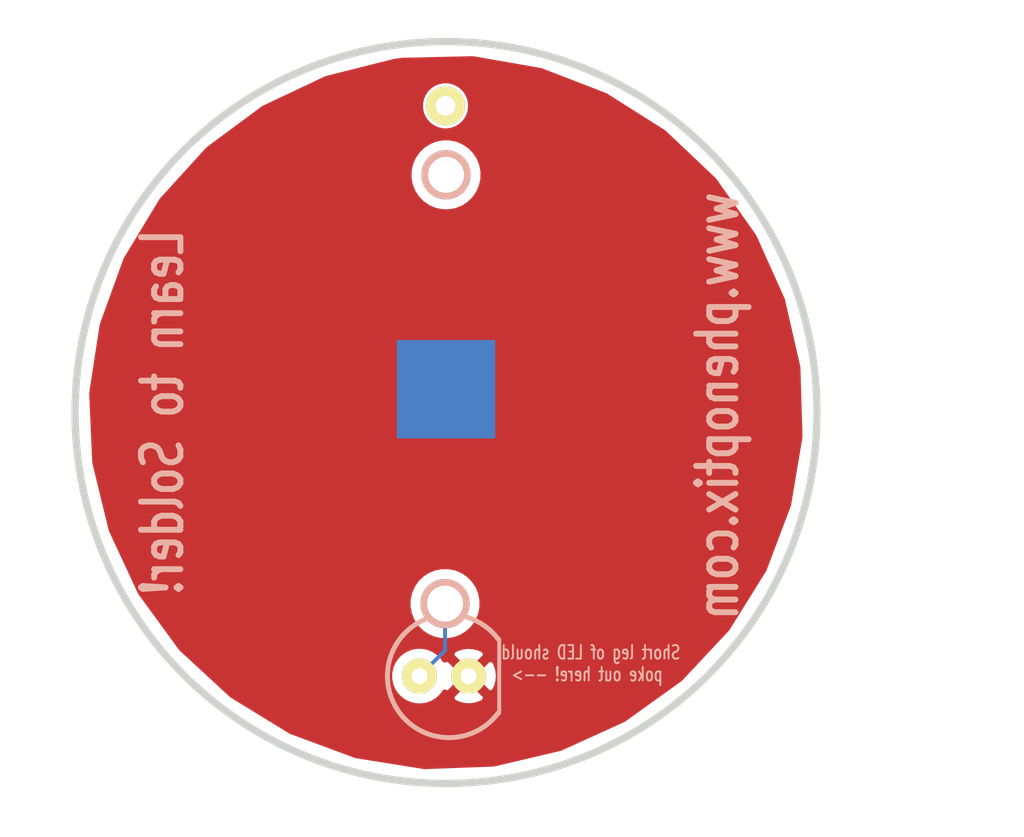
<source format=kicad_pcb>
(kicad_pcb (version 4) (host pcbnew 4.0.2-1.fc23-product)

  (general
    (links 3)
    (no_connects 2)
    (area 25.908 69.342 78.740001 112.522001)
    (thickness 1.6002)
    (drawings 4)
    (tracks 2)
    (zones 0)
    (modules 4)
    (nets 3)
  )

  (page A4)
  (title_block
    (date "26 aug 2013")
  )

  (layers
    (0 Front signal)
    (31 Back signal)
    (32 B.Adhes user)
    (33 F.Adhes user)
    (34 B.Paste user)
    (35 F.Paste user)
    (36 B.SilkS user)
    (37 F.SilkS user)
    (38 B.Mask user)
    (39 F.Mask user)
    (40 Dwgs.User user)
    (41 Cmts.User user)
    (42 Eco1.User user)
    (43 Eco2.User user)
    (44 Edge.Cuts user)
  )

  (setup
    (last_trace_width 0.2032)
    (trace_clearance 0.254)
    (zone_clearance 0.508)
    (zone_45_only no)
    (trace_min 0.2032)
    (segment_width 0.381)
    (edge_width 0.381)
    (via_size 0.889)
    (via_drill 0.635)
    (via_min_size 0.889)
    (via_min_drill 0.508)
    (uvia_size 0.508)
    (uvia_drill 0.127)
    (uvias_allowed no)
    (uvia_min_size 0.508)
    (uvia_min_drill 0.127)
    (pcb_text_width 0.3048)
    (pcb_text_size 1.524 2.032)
    (mod_edge_width 0.381)
    (mod_text_size 1.524 1.524)
    (mod_text_width 0.3048)
    (pad_size 1.80086 1.80086)
    (pad_drill 0.8128)
    (pad_to_mask_clearance 0.254)
    (aux_axis_origin 0 0)
    (grid_origin 96.52 77.724)
    (visible_elements FFFFFF7F)
    (pcbplotparams
      (layerselection 0x00030_80000001)
      (usegerberextensions true)
      (excludeedgelayer false)
      (linewidth 0.150000)
      (plotframeref false)
      (viasonmask false)
      (mode 1)
      (useauxorigin true)
      (hpglpennumber 1)
      (hpglpenspeed 20)
      (hpglpendiameter 15)
      (hpglpenoverlay 0)
      (psnegative false)
      (psa4output false)
      (plotreference true)
      (plotvalue true)
      (plotinvisibletext false)
      (padsonsilk false)
      (subtractmaskfromsilk false)
      (outputformat 1)
      (mirror false)
      (drillshape 1)
      (scaleselection 1)
      (outputdirectory SolderBadge/))
  )

  (net 0 "")
  (net 1 +3.3V)
  (net 2 GND)

  (net_class Default "This is the default net class."
    (clearance 0.254)
    (trace_width 0.2032)
    (via_dia 0.889)
    (via_drill 0.635)
    (uvia_dia 0.508)
    (uvia_drill 0.127)
    (add_net +3.3V)
    (add_net GND)
  )

  (module LED-5MM (layer Back) (tedit 521B22C0) (tstamp 51B5F731)
    (at 48.8188 104.22382)
    (descr "LED 5mm - Lead pitch 100mil (2,54mm)")
    (tags "LED led 5mm 5MM 100mil 2,54mm")
    (path /507ECF19)
    (fp_text reference "" (at 0 3.81) (layer B.SilkS)
      (effects (font (size 0.762 0.762) (thickness 0.0889)) (justify mirror))
    )
    (fp_text value "" (at 0 -3.81) (layer B.SilkS)
      (effects (font (size 0.762 0.762) (thickness 0.0889)) (justify mirror))
    )
    (fp_line (start 2.8448 -1.905) (end 2.8448 1.905) (layer B.SilkS) (width 0.2032))
    (fp_arc (start 0.254 0) (end 2.794 -1.905) (angle -286.2) (layer B.SilkS) (width 0.254))
    (pad 1 thru_hole circle (at -1.27 0) (size 1.80086 1.80086) (drill 0.8128) (layers *.Cu *.Mask F.Paste F.SilkS)
      (net 1 +3.3V))
    (pad 2 thru_hole circle (at 1.27 0) (size 1.80086 1.80086) (drill 0.8128) (layers *.Cu *.Mask F.Paste F.SilkS)
      (net 2 GND))
    (model discret/leds/led5_vertical_verde.wrl
      (at (xyz 0 0 0))
      (scale (xyz 1 1 1))
      (rotate (xyz 0 0 0))
    )
  )

  (module CR2032 (layer Back) (tedit 51B5F53C) (tstamp 508064B5)
    (at 48.9204 89.42324 270)
    (path CR2032)
    (fp_text reference "" (at 0 -8.99922 270) (layer B.SilkS)
      (effects (font (thickness 0.3048)) (justify mirror))
    )
    (fp_text value "" (at 0 -6.49986 270) (layer B.SilkS)
      (effects (font (thickness 0.3048)) (justify mirror))
    )
    (fp_text user "" (at 8.99922 0 270) (layer B.SilkS)
      (effects (font (thickness 0.3048)) (justify mirror))
    )
    (fp_text user "" (at -8.99922 0 270) (layer B.SilkS)
      (effects (font (thickness 0.3048)) (justify mirror))
    )
    (fp_text user "" (at 0 -4.0005 270) (layer B.SilkS)
      (effects (font (thickness 0.3048)) (justify mirror))
    )
    (pad 1 thru_hole circle (at -11.0617 0 270) (size 2.54 2.54) (drill 1.8542) (layers *.Cu *.Mask B.SilkS)
      (net 1 +3.3V))
    (pad 2 thru_hole circle (at 11.0617 0.0508 270) (size 2.54 2.54) (drill 1.8542) (layers *.Cu *.Mask B.SilkS)
      (net 1 +3.3V))
    (pad 3 smd rect (at 0 0 270) (size 5.08 5.08) (layers Back B.Paste B.Mask)
      (net 2 GND))
  )

  (module logo1p5inchFrontMask (layer Front) (tedit 515B2D15) (tstamp 515B2D1C)
    (at 48.514 90.551)
    (path logo1p5inchFrontMask)
    (fp_text reference "" (at 0 0) (layer F.SilkS) hide
      (effects (font (size 1.143 1.143) (thickness 0.1778)))
    )
    (fp_text value "" (at 0 0) (layer F.SilkS) hide
      (effects (font (size 1.143 1.143) (thickness 0.1778)))
    )
    (fp_poly (pts (xy 19.05 19.05) (xy 18.96364 19.05) (xy 18.96364 0.12192) (xy 18.96364 -0.16256)
      (xy 18.9611 -0.41656) (xy 18.95602 -0.64516) (xy 18.95094 -0.85598) (xy 18.94078 -1.05664)
      (xy 18.92808 -1.24968) (xy 18.91284 -1.44526) (xy 18.89252 -1.651) (xy 18.86966 -1.8669)
      (xy 18.83918 -2.10566) (xy 18.8341 -2.14884) (xy 18.71472 -2.97434) (xy 18.55724 -3.79984)
      (xy 18.3642 -4.62026) (xy 18.1356 -5.4356) (xy 17.87144 -6.24332) (xy 17.57172 -7.04342)
      (xy 17.55902 -7.0739) (xy 17.51584 -7.18566) (xy 17.47774 -7.28472) (xy 17.44726 -7.36854)
      (xy 17.4244 -7.4295) (xy 17.41424 -7.46506) (xy 17.4117 -7.47014) (xy 17.40408 -7.49554)
      (xy 17.38376 -7.54888) (xy 17.35328 -7.62254) (xy 17.3101 -7.71398) (xy 17.26438 -7.81558)
      (xy 17.26438 -7.81558) (xy 17.21866 -7.91464) (xy 17.17802 -8.00354) (xy 17.145 -8.07466)
      (xy 17.12214 -8.12292) (xy 17.11452 -8.1407) (xy 17.1069 -8.16102) (xy 17.08404 -8.20674)
      (xy 17.05102 -8.27786) (xy 17.00784 -8.36676) (xy 16.9545 -8.4709) (xy 16.92148 -8.5344)
      (xy 16.61414 -9.12368) (xy 16.2814 -9.7028) (xy 15.92834 -10.2616) (xy 15.5575 -10.80008)
      (xy 15.17396 -11.31316) (xy 14.78026 -11.79322) (xy 14.77772 -11.7983) (xy 14.605 -11.99896)
      (xy 14.42466 -12.20978) (xy 14.22654 -12.44092) (xy 14.0589 -12.63904) (xy 14.01064 -12.69492)
      (xy 13.93698 -12.77112) (xy 13.84554 -12.86764) (xy 13.73632 -12.97686) (xy 13.61694 -13.09878)
      (xy 13.4874 -13.22832) (xy 13.35278 -13.3604) (xy 13.21816 -13.49248) (xy 13.08354 -13.62202)
      (xy 12.95654 -13.74648) (xy 12.8397 -13.85824) (xy 12.73556 -13.95476) (xy 12.6492 -14.03604)
      (xy 12.64666 -14.03858) (xy 12.5349 -14.1351) (xy 12.39774 -14.25194) (xy 12.23772 -14.38402)
      (xy 12.06246 -14.52626) (xy 11.87196 -14.67612) (xy 11.67638 -14.83106) (xy 11.47572 -14.986)
      (xy 11.27252 -15.14094) (xy 11.07694 -15.28826) (xy 10.88898 -15.42542) (xy 10.85088 -15.4559)
      (xy 10.7061 -15.5575) (xy 10.53592 -15.6718) (xy 10.34796 -15.79626) (xy 10.14222 -15.92834)
      (xy 9.92632 -16.0655) (xy 9.71042 -16.19758) (xy 9.49706 -16.32712) (xy 9.29132 -16.44904)
      (xy 9.10336 -16.55572) (xy 9.06018 -16.58112) (xy 8.98652 -16.62176) (xy 8.89 -16.67002)
      (xy 8.77824 -16.72844) (xy 8.65378 -16.79448) (xy 8.51916 -16.86052) (xy 8.382 -16.93164)
      (xy 8.24484 -17.00022) (xy 8.11022 -17.06626) (xy 7.98322 -17.12976) (xy 7.86892 -17.18564)
      (xy 7.76986 -17.23136) (xy 7.69366 -17.26946) (xy 7.64032 -17.29232) (xy 7.61746 -17.30248)
      (xy 7.59206 -17.30756) (xy 7.53872 -17.32788) (xy 7.46506 -17.35836) (xy 7.37616 -17.39646)
      (xy 7.29742 -17.42948) (xy 6.85292 -17.61236) (xy 6.38302 -17.79016) (xy 5.89534 -17.9578)
      (xy 5.3975 -18.11528) (xy 4.89966 -18.25752) (xy 4.40944 -18.38198) (xy 3.937 -18.48866)
      (xy 3.83286 -18.50898) (xy 3.73888 -18.52676) (xy 3.64998 -18.54454) (xy 3.57632 -18.55978)
      (xy 3.5433 -18.56486) (xy 3.13436 -18.64106) (xy 2.70002 -18.70456) (xy 2.2479 -18.76044)
      (xy 1.78562 -18.80616) (xy 1.32334 -18.84172) (xy 0.8636 -18.86458) (xy 0.42164 -18.87474)
      (xy 0 -18.8722) (xy -0.21082 -18.86458) (xy -0.6096 -18.84426) (xy -1.01346 -18.81886)
      (xy -1.41478 -18.78584) (xy -1.8034 -18.7452) (xy -2.16916 -18.70202) (xy -2.28854 -18.68678)
      (xy -2.39014 -18.67408) (xy -2.49428 -18.66138) (xy -2.58572 -18.64868) (xy -2.63144 -18.64106)
      (xy -3.15976 -18.56232) (xy -3.70586 -18.45818) (xy -4.26466 -18.33626) (xy -4.83108 -18.19656)
      (xy -5.39242 -18.03908) (xy -5.94614 -17.8689) (xy -6.47954 -17.68348) (xy -6.99008 -17.49044)
      (xy -7.24408 -17.3863) (xy -7.32536 -17.35328) (xy -7.39648 -17.32534) (xy -7.44982 -17.30756)
      (xy -7.47522 -17.30248) (xy -7.49808 -17.29232) (xy -7.55142 -17.272) (xy -7.63016 -17.23644)
      (xy -7.72668 -17.19072) (xy -7.83844 -17.13992) (xy -7.96036 -17.0815) (xy -8.08482 -17.02054)
      (xy -8.21182 -16.95958) (xy -8.33628 -16.89862) (xy -8.44804 -16.8402) (xy -8.53948 -16.79448)
      (xy -9.16178 -16.45666) (xy -9.75106 -16.10868) (xy -10.25906 -15.7861) (xy -10.38098 -15.70482)
      (xy -10.5029 -15.62354) (xy -10.61974 -15.54226) (xy -10.72642 -15.4686) (xy -10.82294 -15.40256)
      (xy -10.90168 -15.34668) (xy -10.95756 -15.30604) (xy -10.99058 -15.28064) (xy -10.99566 -15.27556)
      (xy -11.0109 -15.26032) (xy -11.05408 -15.2273) (xy -11.11504 -15.17904) (xy -11.19124 -15.12316)
      (xy -11.23696 -15.0876) (xy -11.54938 -14.84884) (xy -11.85672 -14.605) (xy -12.13866 -14.37132)
      (xy -12.21994 -14.30528) (xy -12.29614 -14.24178) (xy -12.36218 -14.19098) (xy -12.4079 -14.15542)
      (xy -12.4206 -14.1478) (xy -12.46886 -14.11224) (xy -12.53998 -14.05636) (xy -12.62888 -13.97762)
      (xy -12.73556 -13.88364) (xy -12.85494 -13.77442) (xy -12.98194 -13.65504) (xy -13.11656 -13.53058)
      (xy -13.25372 -13.40104) (xy -13.38834 -13.26896) (xy -13.52042 -13.13942) (xy -13.5255 -13.13434)
      (xy -13.59662 -13.06068) (xy -13.67536 -12.97686) (xy -13.76172 -12.88542) (xy -13.84554 -12.79144)
      (xy -13.92682 -12.7) (xy -14.00302 -12.61364) (xy -14.06652 -12.53744) (xy -14.11732 -12.47648)
      (xy -14.1478 -12.43584) (xy -14.15796 -12.41806) (xy -14.16812 -12.40282) (xy -14.20114 -12.35964)
      (xy -14.2494 -12.29614) (xy -14.31544 -12.21486) (xy -14.39164 -12.11834) (xy -14.48054 -12.00912)
      (xy -14.53642 -11.938) (xy -14.71168 -11.71956) (xy -14.86662 -11.52652) (xy -15.00124 -11.3538)
      (xy -15.12316 -11.19886) (xy -15.23238 -11.05662) (xy -15.33144 -10.92454) (xy -15.42288 -10.79754)
      (xy -15.51178 -10.67308) (xy -15.60068 -10.54862) (xy -15.68958 -10.41908) (xy -15.76324 -10.30732)
      (xy -15.95374 -10.01776) (xy -16.12138 -9.7536) (xy -16.27124 -9.50468) (xy -16.40586 -9.26846)
      (xy -16.46936 -9.15416) (xy -16.50746 -9.08304) (xy -16.5481 -9.00938) (xy -16.56842 -8.97382)
      (xy -16.59128 -8.9281) (xy -16.62938 -8.85698) (xy -16.67764 -8.76554) (xy -16.73098 -8.65886)
      (xy -16.7894 -8.54456) (xy -16.84528 -8.42772) (xy -16.90116 -8.31342) (xy -16.95196 -8.21182)
      (xy -16.9926 -8.128) (xy -17.02054 -8.07212) (xy -17.05102 -8.00354) (xy -17.09166 -7.91718)
      (xy -17.13738 -7.82066) (xy -17.16786 -7.75716) (xy -17.20596 -7.6708) (xy -17.24152 -7.58952)
      (xy -17.26946 -7.52348) (xy -17.28216 -7.48792) (xy -17.2974 -7.44474) (xy -17.32534 -7.37616)
      (xy -17.35836 -7.28726) (xy -17.39646 -7.1882) (xy -17.42186 -7.1247) (xy -17.68348 -6.45668)
      (xy -17.91462 -5.80644) (xy -18.12036 -5.17398) (xy -18.29816 -4.54914) (xy -18.45056 -3.93446)
      (xy -18.57756 -3.32232) (xy -18.6817 -2.71018) (xy -18.76044 -2.09296) (xy -18.81886 -1.46812)
      (xy -18.85696 -0.83058) (xy -18.86458 -0.66294) (xy -18.8722 -0.16002) (xy -18.86458 0.36576)
      (xy -18.84426 0.9017) (xy -18.8087 1.43764) (xy -18.76044 1.93548) (xy -18.72742 2.2225)
      (xy -18.68424 2.52476) (xy -18.63598 2.83972) (xy -18.58264 3.15722) (xy -18.52676 3.47218)
      (xy -18.46834 3.77698) (xy -18.40738 4.06908) (xy -18.34388 4.3434) (xy -18.28292 4.58978)
      (xy -18.23212 4.77266) (xy -18.20926 4.85394) (xy -18.18132 4.94792) (xy -18.16608 5.0038)
      (xy -18.09496 5.25526) (xy -18.01114 5.52958) (xy -17.91716 5.82422) (xy -17.81556 6.12648)
      (xy -17.70634 6.43128) (xy -17.59966 6.731) (xy -17.49044 7.01802) (xy -17.3863 7.27964)
      (xy -17.35836 7.34568) (xy -17.33042 7.41172) (xy -17.31264 7.4676) (xy -17.30248 7.49808)
      (xy -17.30248 7.50062) (xy -17.29232 7.52856) (xy -17.26946 7.58698) (xy -17.2339 7.66826)
      (xy -17.18564 7.7724) (xy -17.12976 7.89432) (xy -17.06626 8.02894) (xy -16.99514 8.17372)
      (xy -16.92402 8.32358) (xy -16.84782 8.47598) (xy -16.77416 8.6233) (xy -16.7005 8.76554)
      (xy -16.63446 8.90016) (xy -16.57096 9.017) (xy -16.55318 9.05002) (xy -16.44142 9.25068)
      (xy -16.32204 9.4615) (xy -16.19758 9.67994) (xy -16.06804 9.89838) (xy -15.9385 10.11174)
      (xy -15.80896 10.32002) (xy -15.6845 10.51814) (xy -15.56512 10.69848) (xy -15.4559 10.86104)
      (xy -15.35938 11.00074) (xy -15.2781 11.10996) (xy -15.2654 11.1252) (xy -15.21968 11.18362)
      (xy -15.15618 11.2649) (xy -15.0876 11.35634) (xy -15.01648 11.45032) (xy -14.99362 11.47826)
      (xy -14.91996 11.57478) (xy -14.8336 11.68908) (xy -14.73962 11.811) (xy -14.64818 11.92784)
      (xy -14.59992 11.9888) (xy -14.51356 12.09802) (xy -14.42466 12.21232) (xy -14.33576 12.32662)
      (xy -14.25956 12.42822) (xy -14.21892 12.4841) (xy -14.15542 12.56284) (xy -14.0716 12.65936)
      (xy -13.96746 12.77366) (xy -13.843 12.90828) (xy -13.69314 13.06068) (xy -13.51788 13.24102)
      (xy -13.49756 13.2588) (xy -13.35278 13.40612) (xy -13.208 13.54836) (xy -13.07084 13.68298)
      (xy -12.9413 13.80998) (xy -12.82192 13.92428) (xy -12.7127 14.02588) (xy -12.62126 14.11224)
      (xy -12.5476 14.17828) (xy -12.49426 14.224) (xy -12.46124 14.24686) (xy -12.45616 14.2494)
      (xy -12.43838 14.2621) (xy -12.39774 14.29258) (xy -12.33932 14.34084) (xy -12.2682 14.39926)
      (xy -12.2174 14.44244) (xy -11.86942 14.72692) (xy -11.50366 15.01394) (xy -11.13028 15.29334)
      (xy -10.75182 15.56512) (xy -10.37844 15.82166) (xy -10.0076 16.06296) (xy -9.65454 16.2814)
      (xy -9.34466 16.46174) (xy -9.27862 16.4973) (xy -9.18972 16.54302) (xy -9.07542 16.60144)
      (xy -8.94588 16.66748) (xy -8.80364 16.7386) (xy -8.6487 16.8148) (xy -8.48868 16.89354)
      (xy -8.32866 16.97228) (xy -8.17118 17.05102) (xy -8.01624 17.12468) (xy -7.874 17.19326)
      (xy -7.74446 17.25422) (xy -7.6327 17.30756) (xy -7.54126 17.35074) (xy -7.47522 17.37868)
      (xy -7.43966 17.39138) (xy -7.39394 17.40662) (xy -7.32282 17.43456) (xy -7.23138 17.46758)
      (xy -7.12978 17.50568) (xy -7.06882 17.52854) (xy -6.2992 17.81302) (xy -5.53974 18.06448)
      (xy -4.79552 18.28546) (xy -4.05892 18.47342) (xy -3.33248 18.6309) (xy -2.61112 18.7579)
      (xy -2.18694 18.81632) (xy -1.93294 18.84934) (xy -1.66878 18.87728) (xy -1.40208 18.90268)
      (xy -1.14046 18.92554) (xy -0.89408 18.94586) (xy -0.66802 18.95856) (xy -0.53086 18.96364)
      (xy -0.41148 18.96618) (xy -0.26416 18.96872) (xy -0.09398 18.96872) (xy 0.09144 18.96872)
      (xy 0.28956 18.96618) (xy 0.49022 18.96364) (xy 0.69088 18.95856) (xy 0.88392 18.95602)
      (xy 1.0668 18.9484) (xy 1.22936 18.94332) (xy 1.36906 18.93824) (xy 1.47574 18.93062)
      (xy 1.4986 18.92808) (xy 2.12344 18.86966) (xy 2.72034 18.796) (xy 3.29692 18.7071)
      (xy 3.8608 18.60296) (xy 4.41452 18.4785) (xy 4.97078 18.33626) (xy 5.08 18.30578)
      (xy 5.31114 18.23974) (xy 5.57022 18.15846) (xy 5.84962 18.06702) (xy 6.13664 17.9705)
      (xy 6.4262 17.8689) (xy 6.71068 17.76476) (xy 6.98246 17.66316) (xy 7.23392 17.5641)
      (xy 7.3914 17.49806) (xy 7.47522 17.46504) (xy 7.54634 17.4371) (xy 7.59968 17.41932)
      (xy 7.62508 17.4117) (xy 7.65556 17.40408) (xy 7.71652 17.37614) (xy 7.8105 17.33296)
      (xy 7.93242 17.27454) (xy 8.07974 17.19834) (xy 8.25754 17.1069) (xy 8.46074 17.00022)
      (xy 8.69188 16.8783) (xy 8.94588 16.74368) (xy 9.2202 16.59636) (xy 9.30148 16.55318)
      (xy 9.41324 16.48968) (xy 9.54532 16.41348) (xy 9.69518 16.32458) (xy 9.85266 16.22806)
      (xy 10.0203 16.12392) (xy 10.19048 16.01724) (xy 10.35558 15.91056) (xy 10.51814 15.80642)
      (xy 10.668 15.70736) (xy 10.80262 15.61592) (xy 10.91946 15.53718) (xy 11.0109 15.4686)
      (xy 11.06932 15.42288) (xy 11.10996 15.38986) (xy 11.17346 15.33906) (xy 11.25474 15.27556)
      (xy 11.34872 15.20444) (xy 11.44524 15.12824) (xy 11.45032 15.12316) (xy 11.72464 14.9098)
      (xy 11.97102 14.71422) (xy 12.19454 14.53134) (xy 12.3063 14.43736) (xy 12.37996 14.3764)
      (xy 12.44854 14.32052) (xy 12.50696 14.2748) (xy 12.53998 14.2494) (xy 12.60094 14.20368)
      (xy 12.68222 14.1351) (xy 12.78382 14.04366) (xy 12.90066 13.93698) (xy 13.02766 13.81506)
      (xy 13.16482 13.68552) (xy 13.30452 13.54836) (xy 13.44422 13.40866) (xy 13.58138 13.26896)
      (xy 13.71346 13.1318) (xy 13.83538 13.00226) (xy 13.91412 12.91844) (xy 14.1224 12.68476)
      (xy 14.3383 12.43584) (xy 14.55674 12.17676) (xy 14.77264 11.91768) (xy 14.9733 11.66368)
      (xy 15.15872 11.42492) (xy 15.21714 11.34872) (xy 15.2781 11.26744) (xy 15.33398 11.19632)
      (xy 15.37716 11.14044) (xy 15.40764 11.10488) (xy 15.41272 11.09726) (xy 15.4432 11.06678)
      (xy 15.48892 11.00582) (xy 15.54734 10.922) (xy 15.621 10.81532) (xy 15.70228 10.6934)
      (xy 15.79372 10.55624) (xy 15.89024 10.40892) (xy 15.9893 10.25652) (xy 16.08836 10.09904)
      (xy 16.18742 9.9441) (xy 16.2814 9.7917) (xy 16.3703 9.64692) (xy 16.45158 9.5123)
      (xy 16.49222 9.44118) (xy 16.57096 9.30148) (xy 16.65732 9.14654) (xy 16.74876 8.9789)
      (xy 16.8402 8.80364) (xy 16.93418 8.62838) (xy 17.02308 8.45058) (xy 17.10944 8.2804)
      (xy 17.19072 8.12038) (xy 17.26184 7.97306) (xy 17.3228 7.84352) (xy 17.36852 7.73684)
      (xy 17.40154 7.6581) (xy 17.40916 7.63778) (xy 17.43202 7.57428) (xy 17.4625 7.48792)
      (xy 17.5006 7.3914) (xy 17.53362 7.31012) (xy 17.68856 6.91896) (xy 17.83842 6.51002)
      (xy 17.98574 6.08584) (xy 18.1229 5.65912) (xy 18.25244 5.23494) (xy 18.36674 4.82346)
      (xy 18.46834 4.42722) (xy 18.53946 4.11226) (xy 18.62328 3.69824) (xy 18.70202 3.2766)
      (xy 18.76806 2.86258) (xy 18.82394 2.46888) (xy 18.82394 2.45618) (xy 18.85696 2.1971)
      (xy 18.88236 1.96088) (xy 18.90522 1.7399) (xy 18.923 1.53162) (xy 18.93824 1.32334)
      (xy 18.9484 1.11252) (xy 18.95602 0.89154) (xy 18.9611 0.65532) (xy 18.96364 0.39116)
      (xy 18.96364 0.12192) (xy 18.96364 19.05) (xy 0 19.05) (xy -19.05 19.05)
      (xy -19.05 0) (xy -19.05 -19.05) (xy 0 -19.05) (xy 19.05 -19.05)
      (xy 19.05 0) (xy 19.05 19.05) (xy 19.05 19.05)) (layer F.Mask) (width 0.00254))
    (fp_poly (pts (xy 18.0721 0.0381) (xy 18.06956 0.3556) (xy 18.06448 0.64516) (xy 18.05432 0.91948)
      (xy 18.03908 1.18364) (xy 18.0213 1.45034) (xy 17.99336 1.72974) (xy 17.96034 2.02692)
      (xy 17.9324 2.2606) (xy 17.91208 2.41554) (xy 17.89684 2.54) (xy 17.8816 2.63906)
      (xy 17.87144 2.72288) (xy 17.86128 2.794) (xy 17.85112 2.86004) (xy 17.83842 2.92862)
      (xy 17.82572 3.00736) (xy 17.82318 3.0226) (xy 17.80286 3.12166) (xy 17.78762 3.22072)
      (xy 17.77238 3.30454) (xy 17.76476 3.3528) (xy 17.74698 3.44678) (xy 17.72412 3.5687)
      (xy 17.69364 3.71094) (xy 17.66062 3.86588) (xy 17.6276 4.0259) (xy 17.59204 4.18338)
      (xy 17.55648 4.32816) (xy 17.526 4.45516) (xy 17.52346 4.46532) (xy 17.49552 4.57454)
      (xy 17.47012 4.67868) (xy 17.4498 4.77012) (xy 17.43202 4.83616) (xy 17.42694 4.8641)
      (xy 17.399 4.98856) (xy 17.35836 5.14096) (xy 17.30756 5.31622) (xy 17.24914 5.50672)
      (xy 17.1831 5.70992) (xy 17.11452 5.91566) (xy 17.04594 6.11886) (xy 16.97482 6.31698)
      (xy 16.90624 6.49986) (xy 16.88592 6.54812) (xy 16.7894 6.78688) (xy 16.6878 7.03326)
      (xy 16.57858 7.2771) (xy 16.4719 7.51586) (xy 16.36522 7.73938) (xy 16.29664 7.87654)
      (xy 16.29664 0.17018) (xy 16.2941 -0.12192) (xy 16.28902 -0.41148) (xy 16.27886 -0.69088)
      (xy 16.26616 -0.96012) (xy 16.25092 -1.2065) (xy 16.23314 -1.42748) (xy 16.22298 -1.52908)
      (xy 16.18996 -1.8034) (xy 16.15694 -2.04978) (xy 16.12646 -2.2733) (xy 16.09598 -2.48158)
      (xy 16.06042 -2.68732) (xy 16.02486 -2.89306) (xy 15.98168 -3.10896) (xy 15.9766 -3.13436)
      (xy 15.81658 -3.85826) (xy 15.61592 -4.58216) (xy 15.38224 -5.30098) (xy 15.11046 -6.0198)
      (xy 14.80058 -6.73354) (xy 14.45768 -7.44474) (xy 14.15796 -8.00862) (xy 14.09192 -8.12292)
      (xy 14.01064 -8.26008) (xy 13.91412 -8.41756) (xy 13.80744 -8.5852) (xy 13.69568 -8.75792)
      (xy 13.58392 -8.93318) (xy 13.47216 -9.10082) (xy 13.36802 -9.25576) (xy 13.27404 -9.39292)
      (xy 13.19784 -9.4996) (xy 13.0048 -9.75614) (xy 12.81684 -9.99998) (xy 12.63142 -10.23112)
      (xy 12.44346 -10.45464) (xy 12.2428 -10.67816) (xy 12.03198 -10.9093) (xy 11.80084 -11.1506)
      (xy 11.54938 -11.40714) (xy 11.47826 -11.47826) (xy 11.12774 -11.82116) (xy 10.78992 -12.13612)
      (xy 10.45718 -12.42822) (xy 10.1219 -12.70508) (xy 9.78154 -12.96924) (xy 9.42594 -13.22578)
      (xy 9.05256 -13.47978) (xy 8.88238 -13.59154) (xy 8.4709 -13.85062) (xy 8.02894 -14.10462)
      (xy 7.56412 -14.35354) (xy 7.09168 -14.58976) (xy 6.61416 -14.81328) (xy 6.13918 -15.01394)
      (xy 6.12902 -15.01902) (xy 5.74294 -15.16888) (xy 5.33146 -15.3162) (xy 4.90982 -15.45336)
      (xy 4.48818 -15.58036) (xy 4.08178 -15.68958) (xy 4.00812 -15.7099) (xy 3.302 -15.86738)
      (xy 2.5781 -15.99438) (xy 1.84658 -16.08836) (xy 1.10998 -16.14932) (xy 0.37338 -16.1798)
      (xy -0.35306 -16.17218) (xy -0.48006 -16.16964) (xy -0.78232 -16.1544) (xy -1.08458 -16.13662)
      (xy -1.37414 -16.11376) (xy -1.64338 -16.08836) (xy -1.88722 -16.06296) (xy -1.95072 -16.0528)
      (xy -2.18948 -16.01978) (xy -2.40284 -15.9893) (xy -2.59334 -15.96136) (xy -2.77114 -15.93088)
      (xy -2.94386 -15.89786) (xy -3.10896 -15.86738) (xy -3.2131 -15.84452) (xy -3.3147 -15.82674)
      (xy -3.39852 -15.80896) (xy -3.45948 -15.79626) (xy -3.47726 -15.79372) (xy -3.52552 -15.78102)
      (xy -3.6068 -15.76324) (xy -3.70586 -15.73784) (xy -3.82016 -15.7099) (xy -3.93954 -15.67942)
      (xy -4.06146 -15.64894) (xy -4.17322 -15.621) (xy -4.27228 -15.5956) (xy -4.28498 -15.59052)
      (xy -4.3561 -15.5702) (xy -4.45008 -15.54226) (xy -4.5593 -15.50924) (xy -4.6736 -15.47368)
      (xy -4.72186 -15.45844) (xy -5.13842 -15.31874) (xy -5.52958 -15.18158) (xy -5.90296 -15.03934)
      (xy -6.27126 -14.88694) (xy -6.63956 -14.72438) (xy -7.01294 -14.54912) (xy -7.4041 -14.35608)
      (xy -7.71906 -14.19098) (xy -8.07974 -13.99286) (xy -8.45312 -13.76934) (xy -8.8392 -13.52042)
      (xy -9.23544 -13.25118) (xy -9.62914 -12.9667) (xy -10.02284 -12.66698) (xy -10.19556 -12.52982)
      (xy -10.37336 -12.38504) (xy -10.53084 -12.25296) (xy -10.67816 -12.12596) (xy -10.81786 -11.99896)
      (xy -10.96264 -11.8618) (xy -11.12266 -11.70686) (xy -11.18108 -11.6459) (xy -11.28776 -11.53922)
      (xy -11.39698 -11.43) (xy -11.50366 -11.3284) (xy -11.60018 -11.23442) (xy -11.67892 -11.15568)
      (xy -11.72718 -11.10996) (xy -11.87704 -10.9601) (xy -12.04468 -10.7823) (xy -12.22502 -10.5791)
      (xy -12.41298 -10.35812) (xy -12.60602 -10.1219) (xy -12.80414 -9.87298) (xy -12.99972 -9.61898)
      (xy -13.19022 -9.3599) (xy -13.37564 -9.10336) (xy -13.54836 -8.8519) (xy -13.65758 -8.6868)
      (xy -13.9192 -8.2677) (xy -14.17574 -7.81812) (xy -14.42466 -7.34568) (xy -14.66342 -6.86054)
      (xy -14.8844 -6.37032) (xy -15.0876 -5.8801) (xy -15.2019 -5.57276) (xy -15.28826 -5.334)
      (xy -15.37208 -5.08508) (xy -15.45336 -4.826) (xy -15.5321 -4.56692) (xy -15.6083 -4.31546)
      (xy -15.67434 -4.07416) (xy -15.73022 -3.85318) (xy -15.77848 -3.65506) (xy -15.79372 -3.5814)
      (xy -15.8369 -3.37312) (xy -15.87246 -3.19278) (xy -15.90294 -3.03784) (xy -15.92834 -2.8956)
      (xy -15.9512 -2.76352) (xy -15.97406 -2.63144) (xy -15.97914 -2.59588) (xy -15.99692 -2.48158)
      (xy -16.0147 -2.3749) (xy -16.02994 -2.26822) (xy -16.04518 -2.15646) (xy -16.06042 -2.02946)
      (xy -16.0782 -1.88468) (xy -16.09852 -1.71196) (xy -16.11122 -1.60782) (xy -16.13408 -1.38684)
      (xy -16.15186 -1.13284) (xy -16.16456 -0.85344) (xy -16.17472 -0.5588) (xy -16.18234 -0.25146)
      (xy -16.18234 0.06096) (xy -16.1798 0.37084) (xy -16.17218 0.6731) (xy -16.16202 0.96266)
      (xy -16.14678 1.22936) (xy -16.12646 1.4732) (xy -16.11122 1.6129) (xy -16.09852 1.7145)
      (xy -16.08582 1.8288) (xy -16.07312 1.93548) (xy -16.07058 1.9431) (xy -15.96136 2.71526)
      (xy -15.81404 3.4798) (xy -15.63116 4.23418) (xy -15.41272 4.9784) (xy -15.15872 5.715)
      (xy -14.86662 6.44398) (xy -14.53896 7.16534) (xy -14.49578 7.25424) (xy -14.35862 7.5311)
      (xy -14.22908 7.78002) (xy -14.10716 8.00862) (xy -13.9827 8.22452) (xy -13.85824 8.43534)
      (xy -13.72108 8.65124) (xy -13.6017 8.83666) (xy -13.45692 9.05256) (xy -13.29944 9.27862)
      (xy -13.13434 9.50976) (xy -12.96162 9.74344) (xy -12.79144 9.97204) (xy -12.62126 10.19048)
      (xy -12.4587 10.39622) (xy -12.30884 10.58164) (xy -12.16914 10.7442) (xy -12.11072 10.81024)
      (xy -12.0269 10.90168) (xy -11.9253 11.0109) (xy -11.80592 11.13282) (xy -11.67384 11.26744)
      (xy -11.53668 11.40714) (xy -11.39698 11.54938) (xy -11.25728 11.68654) (xy -11.1252 11.81608)
      (xy -11.00328 11.93546) (xy -10.8966 12.0396) (xy -10.8077 12.12088) (xy -10.77976 12.14374)
      (xy -10.70102 12.2174) (xy -10.62736 12.28344) (xy -10.56894 12.33424) (xy -10.5283 12.37234)
      (xy -10.51306 12.38504) (xy -10.49274 12.40536) (xy -10.44702 12.44346) (xy -10.38352 12.4968)
      (xy -10.30986 12.5603) (xy -10.26414 12.60094) (xy -9.77138 12.99718) (xy -9.2456 13.38072)
      (xy -8.69442 13.74648) (xy -8.12038 14.097) (xy -7.52602 14.42466) (xy -6.91642 14.732)
      (xy -6.29412 15.01394) (xy -5.82168 15.20952) (xy -5.71246 15.25016) (xy -5.5753 15.30096)
      (xy -5.42036 15.3543) (xy -5.25018 15.41272) (xy -5.07492 15.47368) (xy -4.89966 15.5321)
      (xy -4.72948 15.58798) (xy -4.57454 15.63624) (xy -4.43738 15.67942) (xy -4.32562 15.71244)
      (xy -4.2926 15.72006) (xy -3.66776 15.875) (xy -3.05308 16.00708) (xy -2.4511 16.11376)
      (xy -2.00914 16.17726) (xy -1.80848 16.20266) (xy -1.63322 16.2306) (xy -1.47574 16.25854)
      (xy -1.32842 16.29156) (xy -1.19126 16.32458) (xy -1.10236 16.34744) (xy -1.0287 16.36776)
      (xy -0.97282 16.38046) (xy -0.94742 16.38808) (xy -0.94488 16.38808) (xy -0.93472 16.37284)
      (xy -0.9271 16.33728) (xy -0.92202 16.31188) (xy -0.90932 16.29664) (xy -0.88392 16.28902)
      (xy -0.83058 16.28902) (xy -0.78994 16.28902) (xy -0.44704 16.29664) (xy -0.13462 16.29918)
      (xy 0.14986 16.29918) (xy 0.40894 16.29664) (xy 0.65278 16.29156) (xy 0.88392 16.2814)
      (xy 1.1049 16.2687) (xy 1.32334 16.25346) (xy 1.54432 16.23314) (xy 1.77038 16.21028)
      (xy 2.0066 16.18234) (xy 2.06502 16.17472) (xy 2.1971 16.15694) (xy 2.34442 16.13662)
      (xy 2.5019 16.11122) (xy 2.667 16.08582) (xy 2.83464 16.06042) (xy 3.00228 16.03248)
      (xy 3.15976 16.00708) (xy 3.30962 15.98168) (xy 3.4417 15.95628) (xy 3.55346 15.93596)
      (xy 3.64236 15.91818) (xy 3.70332 15.90294) (xy 3.72872 15.89532) (xy 3.76682 15.88008)
      (xy 3.83286 15.85976) (xy 3.91668 15.8369) (xy 4.00812 15.8115) (xy 4.1021 15.7861)
      (xy 4.19354 15.76324) (xy 4.26974 15.74292) (xy 4.31546 15.73022) (xy 4.3815 15.7099)
      (xy 4.46278 15.68704) (xy 4.51104 15.67434) (xy 4.69392 15.61846) (xy 4.89966 15.55496)
      (xy 5.12572 15.47876) (xy 5.3594 15.39748) (xy 5.59816 15.31112) (xy 5.83184 15.22476)
      (xy 6.05536 15.1384) (xy 6.26364 15.05458) (xy 6.44906 14.97838) (xy 6.55828 14.93012)
      (xy 6.63956 14.89202) (xy 6.73608 14.84884) (xy 6.83006 14.80566) (xy 6.8453 14.79804)
      (xy 7.0104 14.72184) (xy 7.19836 14.63294) (xy 7.40156 14.5288) (xy 7.61238 14.41958)
      (xy 7.82574 14.30782) (xy 8.02894 14.1986) (xy 8.2169 14.09446) (xy 8.382 13.99794)
      (xy 8.42772 13.97) (xy 9.01954 13.59916) (xy 9.58342 13.208) (xy 10.12698 12.79906)
      (xy 10.66292 12.3571) (xy 10.67816 12.3444) (xy 10.72896 12.29868) (xy 10.80262 12.2301)
      (xy 10.89406 12.14374) (xy 11.00074 12.04214) (xy 11.12012 11.92784) (xy 11.24712 11.80338)
      (xy 11.3792 11.67638) (xy 11.51382 11.54684) (xy 11.64082 11.41984) (xy 11.76528 11.29792)
      (xy 11.87958 11.18616) (xy 11.97864 11.08456) (xy 12.06246 11.00074) (xy 12.12342 10.93724)
      (xy 12.1539 10.90422) (xy 12.2047 10.8458) (xy 12.2682 10.77722) (xy 12.3317 10.70864)
      (xy 12.33678 10.70102) (xy 12.41552 10.61466) (xy 12.51204 10.50036) (xy 12.62126 10.36574)
      (xy 12.74064 10.21588) (xy 12.8651 10.05586) (xy 12.99464 9.89076) (xy 13.12164 9.72312)
      (xy 13.24356 9.55802) (xy 13.35786 9.40308) (xy 13.45946 9.26338) (xy 13.51788 9.1821)
      (xy 13.61694 9.03732) (xy 13.69822 8.9154) (xy 13.76934 8.80618) (xy 13.83538 8.70458)
      (xy 13.89888 8.60298) (xy 13.96746 8.48868) (xy 13.99286 8.4455) (xy 14.07414 8.31088)
      (xy 14.1351 8.2042) (xy 14.18336 8.12292) (xy 14.21638 8.06196) (xy 14.2367 8.01878)
      (xy 14.24686 7.99084) (xy 14.2494 7.9756) (xy 14.25956 7.94512) (xy 14.26464 7.94004)
      (xy 14.28242 7.91972) (xy 14.31544 7.87146) (xy 14.35862 7.79526) (xy 14.40942 7.69874)
      (xy 14.47038 7.58444) (xy 14.53642 7.45744) (xy 14.605 7.32028) (xy 14.67612 7.17804)
      (xy 14.74724 7.0358) (xy 14.81328 6.8961) (xy 14.87424 6.76148) (xy 14.89202 6.72846)
      (xy 15.18666 6.02742) (xy 15.45082 5.31114) (xy 15.67942 4.58216) (xy 15.87246 3.84302)
      (xy 16.02994 3.09372) (xy 16.1544 2.33172) (xy 16.24076 1.56718) (xy 16.2687 1.20904)
      (xy 16.2814 0.98044) (xy 16.29156 0.72644) (xy 16.29664 0.45466) (xy 16.29664 0.17018)
      (xy 16.29664 7.87654) (xy 16.26362 7.94258) (xy 16.1798 8.1026) (xy 16.13916 8.1788)
      (xy 16.08582 8.27532) (xy 16.02994 8.37946) (xy 15.97914 8.47344) (xy 15.76324 8.86714)
      (xy 15.52956 9.271) (xy 15.28318 9.66978) (xy 15.0368 10.05078) (xy 14.9479 10.1854)
      (xy 14.89202 10.26668) (xy 14.83614 10.34796) (xy 14.79042 10.41654) (xy 14.76502 10.45464)
      (xy 14.73454 10.49528) (xy 14.69136 10.55878) (xy 14.63548 10.63498) (xy 14.57198 10.72388)
      (xy 14.5034 10.81532) (xy 14.4399 10.90422) (xy 14.37894 10.9855) (xy 14.32814 11.05408)
      (xy 14.29004 11.10234) (xy 14.27226 11.1252) (xy 14.25194 11.1506) (xy 14.21384 11.19886)
      (xy 14.16558 11.26236) (xy 14.11478 11.3284) (xy 13.99032 11.49096) (xy 13.843 11.6713)
      (xy 13.6779 11.86434) (xy 13.50264 12.06754) (xy 13.31976 12.27074) (xy 13.13688 12.46886)
      (xy 12.95654 12.65682) (xy 12.86002 12.75842) (xy 12.74064 12.87272) (xy 12.59586 13.0048)
      (xy 12.43076 13.15466) (xy 12.24534 13.31468) (xy 12.04722 13.48486) (xy 11.83894 13.65758)
      (xy 11.62558 13.83284) (xy 11.40968 14.0081) (xy 11.19378 14.17574) (xy 10.9855 14.33576)
      (xy 10.91184 14.39418) (xy 10.63752 14.59738) (xy 10.37844 14.78534) (xy 10.12698 14.9606)
      (xy 9.8806 15.13078) (xy 9.63168 15.29334) (xy 9.37514 15.4559) (xy 9.1059 15.621)
      (xy 8.82142 15.79118) (xy 8.51408 15.96898) (xy 8.1788 16.15948) (xy 8.12038 16.1925)
      (xy 7.77748 16.37538) (xy 7.4041 16.55572) (xy 7.0104 16.73352) (xy 6.59892 16.90116)
      (xy 6.17982 17.06118) (xy 5.83184 17.18056) (xy 5.65912 17.23644) (xy 5.51942 17.2847)
      (xy 5.40258 17.32026) (xy 5.30606 17.35074) (xy 5.22224 17.3736) (xy 5.14858 17.39392)
      (xy 5.07746 17.40916) (xy 5.01396 17.42186) (xy 4.93268 17.43964) (xy 4.85394 17.45996)
      (xy 4.79552 17.47774) (xy 4.79044 17.47774) (xy 4.75234 17.49044) (xy 4.70408 17.50314)
      (xy 4.63804 17.52092) (xy 4.55422 17.54124) (xy 4.44246 17.56918) (xy 4.30276 17.6022)
      (xy 4.23164 17.61744) (xy 4.1148 17.64538) (xy 3.9878 17.67078) (xy 3.84302 17.70126)
      (xy 3.683 17.73174) (xy 3.49504 17.76476) (xy 3.28168 17.80286) (xy 3.06832 17.84096)
      (xy 2.98196 17.8562) (xy 2.86512 17.87144) (xy 2.72542 17.89176) (xy 2.56794 17.90954)
      (xy 2.40538 17.92986) (xy 2.23774 17.95018) (xy 2.07772 17.96796) (xy 1.94818 17.98066)
      (xy 1.67132 18.00606) (xy 1.36906 18.02638) (xy 1.0414 18.04162) (xy 0.70358 18.05178)
      (xy 0.35814 18.0594) (xy 0.01524 18.06194) (xy -0.3175 18.0594) (xy -0.63246 18.05432)
      (xy -0.92202 18.04162) (xy -1.02362 18.03654) (xy -1.51384 17.99844) (xy -2.0193 17.94764)
      (xy -2.5273 17.8816) (xy -3.02768 17.80794) (xy -3.50774 17.72412) (xy -3.6195 17.70126)
      (xy -3.71602 17.68094) (xy -3.82524 17.65808) (xy -3.9497 17.63014) (xy -4.07924 17.59966)
      (xy -4.20878 17.56918) (xy -4.33324 17.54124) (xy -4.44754 17.5133) (xy -4.5466 17.4879)
      (xy -4.6228 17.46758) (xy -4.6736 17.45488) (xy -4.69138 17.4498) (xy -4.7244 17.4371)
      (xy -4.78028 17.4244) (xy -4.84378 17.4117) (xy -4.92252 17.399) (xy -5.00126 17.38122)
      (xy -5.04698 17.36852) (xy -5.10032 17.35074) (xy -5.17652 17.32788) (xy -5.26288 17.30248)
      (xy -5.29336 17.29232) (xy -5.88264 17.10182) (xy -6.48462 16.8783) (xy -7.09422 16.61922)
      (xy -7.71398 16.32966) (xy -8.33882 16.00708) (xy -8.97128 15.65402) (xy -9.2456 15.49146)
      (xy -9.37514 15.41018) (xy -9.51738 15.32128) (xy -9.66724 15.22476) (xy -9.82218 15.12316)
      (xy -9.97966 15.02156) (xy -10.13714 14.91488) (xy -10.28954 14.81074) (xy -10.43432 14.71168)
      (xy -10.57148 14.61516) (xy -10.6934 14.5288) (xy -10.79754 14.4526) (xy -10.8839 14.38656)
      (xy -10.9474 14.33576) (xy -10.9855 14.3002) (xy -10.99566 14.2875) (xy -11.0109 14.26972)
      (xy -11.03376 14.25956) (xy -11.06424 14.24178) (xy -11.12012 14.20114) (xy -11.19632 14.14272)
      (xy -11.2903 14.06906) (xy -11.3919 13.9827) (xy -11.5062 13.88618) (xy -11.6205 13.78712)
      (xy -11.73988 13.68298) (xy -11.85164 13.58138) (xy -11.95832 13.48232) (xy -12.00912 13.43406)
      (xy -12.24534 13.208) (xy -12.45616 13.0048) (xy -12.64666 12.81938) (xy -12.81938 12.6492)
      (xy -12.97432 12.49172) (xy -13.1191 12.34186) (xy -13.25372 12.19962) (xy -13.38072 12.05992)
      (xy -13.50518 11.92022) (xy -13.6271 11.77544) (xy -13.7541 11.62304) (xy -13.88364 11.46302)
      (xy -13.97 11.35634) (xy -14.097 11.19378) (xy -14.2367 11.01344) (xy -14.37894 10.81786)
      (xy -14.52626 10.6172) (xy -14.67104 10.41146) (xy -14.81328 10.2108) (xy -14.94536 10.01776)
      (xy -15.06474 9.83742) (xy -15.16888 9.67486) (xy -15.24762 9.54278) (xy -15.2781 9.49452)
      (xy -15.31874 9.42848) (xy -15.36192 9.35736) (xy -15.36192 9.35736) (xy -15.5194 9.09066)
      (xy -15.6845 8.79856) (xy -15.85214 8.49122) (xy -16.01724 8.17372) (xy -16.17472 7.85876)
      (xy -16.32204 7.55396) (xy -16.45412 7.2644) (xy -16.51508 7.1247) (xy -16.59636 6.92912)
      (xy -16.68018 6.72084) (xy -16.764 6.5024) (xy -16.84528 6.28142) (xy -16.92656 6.06044)
      (xy -17.00276 5.842) (xy -17.07642 5.63372) (xy -17.13992 5.43814) (xy -17.1958 5.26034)
      (xy -17.24406 5.1054) (xy -17.27962 4.97332) (xy -17.29994 4.87172) (xy -17.30248 4.8641)
      (xy -17.31264 4.81584) (xy -17.33042 4.73964) (xy -17.35328 4.64312) (xy -17.38122 4.5339)
      (xy -17.40408 4.44754) (xy -17.43202 4.3307) (xy -17.4625 4.2164) (xy -17.4879 4.1148)
      (xy -17.50568 4.03098) (xy -17.51584 3.99034) (xy -17.54378 3.8608) (xy -17.57172 3.72872)
      (xy -17.59712 3.60426) (xy -17.62252 3.48996) (xy -17.6403 3.39598) (xy -17.653 3.3274)
      (xy -17.65554 3.31978) (xy -17.6657 3.2639) (xy -17.6784 3.18262) (xy -17.69618 3.08864)
      (xy -17.70888 3.01498) (xy -17.73428 2.85242) (xy -17.76476 2.667) (xy -17.7927 2.47142)
      (xy -17.8181 2.28092) (xy -17.83842 2.10566) (xy -17.84096 2.09296) (xy -17.85112 1.99136)
      (xy -17.86382 1.88214) (xy -17.87652 1.78562) (xy -17.87906 1.75768) (xy -17.89684 1.57226)
      (xy -17.91462 1.35382) (xy -17.92986 1.10998) (xy -17.94002 0.8509) (xy -17.95018 0.57658)
      (xy -17.9578 0.29718) (xy -17.96034 0.01778) (xy -17.96288 -0.254) (xy -17.96034 -0.51308)
      (xy -17.95526 -0.75438) (xy -17.9451 -0.97028) (xy -17.93748 -1.11506) (xy -17.91208 -1.42494)
      (xy -17.8816 -1.73736) (xy -17.84858 -2.04724) (xy -17.81302 -2.34442) (xy -17.77238 -2.6289)
      (xy -17.73428 -2.89052) (xy -17.69364 -3.12166) (xy -17.67332 -3.22834) (xy -17.66316 -3.27914)
      (xy -17.64792 -3.35788) (xy -17.6276 -3.4544) (xy -17.60728 -3.56108) (xy -17.59712 -3.6068)
      (xy -17.57426 -3.71602) (xy -17.54378 -3.85318) (xy -17.51076 -4.0005) (xy -17.4752 -4.15036)
      (xy -17.43964 -4.28498) (xy -17.40154 -4.43738) (xy -17.37106 -4.55676) (xy -17.3482 -4.65074)
      (xy -17.33042 -4.72186) (xy -17.31518 -4.77774) (xy -17.30502 -4.82092) (xy -17.2974 -4.85648)
      (xy -17.28978 -4.89204) (xy -17.28216 -4.9276) (xy -17.28216 -4.93014) (xy -17.25422 -5.03936)
      (xy -17.21358 -5.17906) (xy -17.16278 -5.34162) (xy -17.10182 -5.5245) (xy -17.03324 -5.72262)
      (xy -16.95958 -5.9309) (xy -16.88084 -6.14426) (xy -16.79956 -6.35762) (xy -16.71828 -6.56844)
      (xy -16.637 -6.76656) (xy -16.5608 -6.95198) (xy -16.53032 -7.0231) (xy -16.3576 -7.39648)
      (xy -16.16456 -7.79018) (xy -15.94866 -8.19658) (xy -15.71498 -8.61568) (xy -15.4686 -9.03732)
      (xy -15.20952 -9.45642) (xy -14.94536 -9.8679) (xy -14.67358 -10.26922) (xy -14.65326 -10.29716)
      (xy -14.24686 -10.86104) (xy -13.82522 -11.4046) (xy -13.38834 -11.92784) (xy -12.94384 -12.42314)
      (xy -12.49426 -12.8905) (xy -12.0396 -13.32738) (xy -11.80084 -13.54074) (xy -11.72464 -13.60678)
      (xy -11.63828 -13.68044) (xy -11.54176 -13.76172) (xy -11.44524 -13.843) (xy -11.34872 -13.92174)
      (xy -11.25728 -13.99286) (xy -11.17854 -14.05636) (xy -11.11504 -14.10716) (xy -11.06932 -14.14018)
      (xy -11.05154 -14.15288) (xy -11.02106 -14.17066) (xy -10.97788 -14.20368) (xy -10.94486 -14.23162)
      (xy -10.8966 -14.27226) (xy -10.8204 -14.32814) (xy -10.72642 -14.39672) (xy -10.6172 -14.478)
      (xy -10.49528 -14.56436) (xy -10.37082 -14.65326) (xy -10.24128 -14.73962) (xy -10.11936 -14.82598)
      (xy -10.0076 -14.89964) (xy -9.93394 -14.9479) (xy -9.7155 -15.09014) (xy -9.47674 -15.23492)
      (xy -9.22782 -15.38478) (xy -8.97636 -15.52956) (xy -8.73252 -15.66418) (xy -8.509 -15.78356)
      (xy -8.45566 -15.8115) (xy -8.23976 -15.92326) (xy -8.0518 -16.01978) (xy -7.89178 -16.10106)
      (xy -7.75208 -16.17218) (xy -7.6327 -16.23314) (xy -7.52602 -16.28394) (xy -7.43204 -16.32966)
      (xy -7.34568 -16.3703) (xy -7.26186 -16.4084) (xy -7.17804 -16.44396) (xy -7.09422 -16.48206)
      (xy -7.03326 -16.50746) (xy -6.83514 -16.58874) (xy -6.65988 -16.65986) (xy -6.50494 -16.72082)
      (xy -6.36016 -16.77924) (xy -6.21284 -16.83258) (xy -6.0579 -16.88592) (xy -5.88772 -16.94434)
      (xy -5.74294 -16.9926) (xy -5.53974 -17.05864) (xy -5.3467 -17.12214) (xy -5.15112 -17.17802)
      (xy -4.953 -17.23644) (xy -4.74472 -17.29232) (xy -4.5212 -17.3482) (xy -4.27736 -17.40662)
      (xy -4.00812 -17.47266) (xy -3.72872 -17.53362) (xy -3.6576 -17.5514) (xy -3.55854 -17.56918)
      (xy -3.43662 -17.59458) (xy -3.29946 -17.61998) (xy -3.15722 -17.64792) (xy -3.01498 -17.67332)
      (xy -2.8829 -17.69872) (xy -2.76606 -17.71904) (xy -2.67462 -17.73428) (xy -2.65176 -17.73682)
      (xy -2.5654 -17.75206) (xy -2.4892 -17.76222) (xy -2.42824 -17.77238) (xy -2.41046 -17.77746)
      (xy -2.32156 -17.79016) (xy -2.20218 -17.80794) (xy -2.0574 -17.82572) (xy -1.89738 -17.8435)
      (xy -1.72466 -17.86382) (xy -1.54432 -17.8816) (xy -1.36906 -17.89938) (xy -1.19888 -17.91716)
      (xy -1.04394 -17.92986) (xy -0.95758 -17.93748) (xy -0.84582 -17.94256) (xy -0.70104 -17.95018)
      (xy -0.53086 -17.95272) (xy -0.3429 -17.9578) (xy -0.1397 -17.96034) (xy 0.07112 -17.96034)
      (xy 0.28448 -17.96034) (xy 0.4953 -17.96034) (xy 0.69596 -17.9578) (xy 0.88138 -17.95272)
      (xy 1.04902 -17.95018) (xy 1.18872 -17.94256) (xy 1.29286 -17.93748) (xy 1.93802 -17.87652)
      (xy 2.55016 -17.80286) (xy 3.12928 -17.71396) (xy 3.55346 -17.63522) (xy 3.66014 -17.61236)
      (xy 3.7592 -17.59204) (xy 3.84302 -17.5768) (xy 3.90398 -17.5641) (xy 3.92176 -17.55902)
      (xy 3.99796 -17.54378) (xy 4.1021 -17.51838) (xy 4.22148 -17.49044) (xy 4.34848 -17.45996)
      (xy 4.47548 -17.42694) (xy 4.59486 -17.39646) (xy 4.69646 -17.37106) (xy 4.77012 -17.3482)
      (xy 4.7752 -17.3482) (xy 4.84886 -17.32534) (xy 4.91236 -17.3101) (xy 4.95554 -17.30248)
      (xy 4.96316 -17.30248) (xy 5.00634 -17.29486) (xy 5.08 -17.27708) (xy 5.1816 -17.24914)
      (xy 5.30606 -17.21104) (xy 5.44576 -17.16532) (xy 5.60324 -17.11452) (xy 5.76834 -17.05864)
      (xy 5.94106 -16.99768) (xy 6.11632 -16.93672) (xy 6.28904 -16.87322) (xy 6.45668 -16.81226)
      (xy 6.61162 -16.75384) (xy 6.75386 -16.69796) (xy 6.87832 -16.6497) (xy 6.97992 -16.60652)
      (xy 7.00532 -16.59382) (xy 7.04342 -16.57858) (xy 7.0993 -16.55318) (xy 7.1247 -16.54048)
      (xy 7.71906 -16.27124) (xy 8.31596 -15.97152) (xy 8.9027 -15.65148) (xy 9.40308 -15.3543)
      (xy 10.01522 -14.95806) (xy 10.61974 -14.53388) (xy 11.21918 -14.07922) (xy 11.53414 -13.82268)
      (xy 11.83894 -13.56614) (xy 12.14882 -13.28928) (xy 12.46124 -12.99718) (xy 12.76858 -12.7)
      (xy 13.06576 -12.3952) (xy 13.35278 -12.09294) (xy 13.61948 -11.79576) (xy 13.86586 -11.50874)
      (xy 14.06906 -11.25474) (xy 14.13256 -11.17346) (xy 14.19098 -11.0998) (xy 14.2367 -11.04392)
      (xy 14.26718 -11.00582) (xy 14.2748 -10.99566) (xy 14.29512 -10.9728) (xy 14.33068 -10.92454)
      (xy 14.38148 -10.85596) (xy 14.44498 -10.77468) (xy 14.51102 -10.68324) (xy 14.51864 -10.67308)
      (xy 14.94536 -10.0711) (xy 15.35176 -9.4488) (xy 15.73276 -8.81126) (xy 16.08582 -8.1661)
      (xy 16.4084 -7.51332) (xy 16.7005 -6.858) (xy 16.77416 -6.6802) (xy 16.84528 -6.5024)
      (xy 16.9164 -6.31444) (xy 16.99006 -6.11632) (xy 17.06118 -5.91312) (xy 17.1323 -5.715)
      (xy 17.1958 -5.51942) (xy 17.25676 -5.334) (xy 17.3101 -5.16636) (xy 17.35328 -5.0165)
      (xy 17.38884 -4.89204) (xy 17.40916 -4.79552) (xy 17.4117 -4.78028) (xy 17.42186 -4.7371)
      (xy 17.43964 -4.66344) (xy 17.4625 -4.56692) (xy 17.49044 -4.46024) (xy 17.5133 -4.37134)
      (xy 17.62506 -3.91414) (xy 17.72666 -3.43154) (xy 17.81556 -2.93624) (xy 17.8943 -2.43332)
      (xy 17.95018 -1.99898) (xy 17.9832 -1.7145) (xy 18.0086 -1.45542) (xy 18.02892 -1.2192)
      (xy 18.0467 -0.99314) (xy 18.05686 -0.76962) (xy 18.06448 -0.54356) (xy 18.06956 -0.30226)
      (xy 18.0721 -0.04064) (xy 18.0721 0.0381) (xy 18.0721 0.0381)) (layer F.Mask) (width 0.00254))
    (fp_poly (pts (xy 0.75438 6.2865) (xy 0.7493 6.8961) (xy 0.74676 7.06374) (xy 0.74676 7.23392)
      (xy 0.74422 7.4041) (xy 0.74168 7.56158) (xy 0.74168 7.69874) (xy 0.73914 7.8105)
      (xy 0.73914 7.83082) (xy 0.7366 7.94766) (xy 0.7366 8.03148) (xy 0.73406 8.08482)
      (xy 0.72898 8.11276) (xy 0.72644 8.1153) (xy 0.71882 8.10006) (xy 0.70866 8.06958)
      (xy 0.70612 8.0645) (xy 0.70358 8.05688) (xy 0.70104 8.05434) (xy 0.6985 8.06196)
      (xy 0.69596 8.07974) (xy 0.69342 8.10768) (xy 0.69088 8.14832) (xy 0.68834 8.2042)
      (xy 0.6858 8.27532) (xy 0.6858 8.36422) (xy 0.68326 8.4709) (xy 0.68326 8.5979)
      (xy 0.68072 8.74776) (xy 0.67818 8.91794) (xy 0.67818 9.11606) (xy 0.67818 9.33704)
      (xy 0.67564 9.58596) (xy 0.67564 9.86282) (xy 0.6731 10.1727) (xy 0.6731 10.51052)
      (xy 0.6731 10.8839) (xy 0.67056 11.2903) (xy 0.67056 11.67384) (xy 0.6604 15.37462)
      (xy 0.05588 15.3797) (xy -0.09144 15.38224) (xy -0.22606 15.38224) (xy -0.34544 15.3797)
      (xy -0.44196 15.3797) (xy -0.51308 15.37716) (xy -0.55626 15.37462) (xy -0.56388 15.37208)
      (xy -0.56642 15.3543) (xy -0.56642 15.29842) (xy -0.56642 15.20952) (xy -0.56896 15.09014)
      (xy -0.56896 14.93774) (xy -0.5715 14.75994) (xy -0.5715 14.5542) (xy -0.57404 14.32306)
      (xy -0.57404 14.0716) (xy -0.57404 13.79728) (xy -0.57658 13.50264) (xy -0.57658 13.19022)
      (xy -0.57658 12.8651) (xy -0.57658 12.5222) (xy -0.57658 12.16914) (xy -0.57658 11.80592)
      (xy -0.57658 11.68654) (xy -0.57658 11.31824) (xy -0.57658 10.96264) (xy -0.57658 10.6172)
      (xy -0.57658 10.287) (xy -0.57658 9.97204) (xy -0.57912 9.67232) (xy -0.57912 9.39292)
      (xy -0.57912 9.13384) (xy -0.57912 8.89762) (xy -0.57912 8.6868) (xy -0.58166 8.49884)
      (xy -0.58166 8.34136) (xy -0.58166 8.21182) (xy -0.58166 8.1153) (xy -0.5842 8.0518)
      (xy -0.5842 8.02132) (xy -0.5842 8.01878) (xy -0.58928 8.0391) (xy -0.59944 8.09244)
      (xy -0.61468 8.17372) (xy -0.635 8.27786) (xy -0.65532 8.40232) (xy -0.68072 8.54202)
      (xy -0.70612 8.69442) (xy -0.73152 8.8519) (xy -0.75946 9.01192) (xy -0.78486 9.1694)
      (xy -0.81026 9.32434) (xy -0.83312 9.46658) (xy -0.85344 9.59358) (xy -0.86868 9.7028)
      (xy -0.88138 9.78916) (xy -0.88392 9.81202) (xy -0.89662 9.87298) (xy -0.90678 9.92124)
      (xy -0.9144 9.93394) (xy -0.91694 9.9187) (xy -0.91694 9.87044) (xy -0.91948 9.78916)
      (xy -0.92202 9.6774) (xy -0.92456 9.54024) (xy -0.92456 9.37768) (xy -0.9271 9.18972)
      (xy -0.9271 8.98398) (xy -0.92964 8.76046) (xy -0.92964 8.5217) (xy -0.92964 8.27278)
      (xy -0.92964 8.12546) (xy -0.92964 6.28904) (xy -0.0889 6.2865) (xy 0.75438 6.2865)
      (xy 0.75438 6.2865)) (layer F.Mask) (width 0.00254))
    (fp_poly (pts (xy 4.57454 2.55778) (xy 4.572 2.91846) (xy 4.572 3.26136) (xy 4.572 3.58394)
      (xy 4.572 3.88366) (xy 4.572 4.15798) (xy 4.572 4.40944) (xy 4.572 4.63296)
      (xy 4.572 4.82854) (xy 4.56946 4.99364) (xy 4.56946 5.12826) (xy 4.56946 5.22986)
      (xy 4.56692 5.29844) (xy 4.56692 5.33146) (xy 4.56692 5.334) (xy 4.55676 5.39496)
      (xy 4.13258 5.39496) (xy 3.97256 5.39496) (xy 3.79222 5.3975) (xy 3.60426 5.40004)
      (xy 3.42646 5.40258) (xy 3.28676 5.40766) (xy 2.86512 5.42036) (xy 2.86512 10.27176)
      (xy 2.86512 10.77468) (xy 2.86512 11.24204) (xy 2.86512 11.67384) (xy 2.86512 12.07262)
      (xy 2.86512 12.44092) (xy 2.86512 12.7762) (xy 2.86512 13.08354) (xy 2.86258 13.36294)
      (xy 2.86258 13.61694) (xy 2.86258 13.84554) (xy 2.86258 14.04874) (xy 2.86258 14.22908)
      (xy 2.86004 14.3891) (xy 2.86004 14.5288) (xy 2.8575 14.65072) (xy 2.8575 14.75486)
      (xy 2.85496 14.84376) (xy 2.85496 14.91742) (xy 2.85242 14.97838) (xy 2.84988 15.0241)
      (xy 2.84734 15.0622) (xy 2.8448 15.09268) (xy 2.84226 15.113) (xy 2.83972 15.1257)
      (xy 2.83718 15.13586) (xy 2.83464 15.1384) (xy 2.8321 15.14094) (xy 2.79908 15.14856)
      (xy 2.74066 15.16126) (xy 2.667 15.16888) (xy 2.65938 15.16888) (xy 2.57048 15.17904)
      (xy 2.47904 15.1892) (xy 2.41046 15.19936) (xy 2.27838 15.21714) (xy 2.14122 15.23746)
      (xy 2.0066 15.25524) (xy 1.88722 15.26794) (xy 1.7907 15.28064) (xy 1.76276 15.28318)
      (xy 1.63576 15.29588) (xy 1.63322 10.3505) (xy 1.62814 5.40512) (xy 1.11506 5.3975)
      (xy 1.0033 5.3975) (xy 0.85852 5.3975) (xy 0.6858 5.3975) (xy 0.49276 5.3975)
      (xy 0.28194 5.3975) (xy 0.06096 5.40004) (xy -0.16764 5.40258) (xy -0.39624 5.40258)
      (xy -0.58928 5.40512) (xy -1.78562 5.41782) (xy -1.78562 10.34288) (xy -1.78562 15.26794)
      (xy -2.36728 15.12062) (xy -2.50952 15.08506) (xy -2.64414 15.05204) (xy -2.76098 15.0241)
      (xy -2.86004 14.9987) (xy -2.9337 14.98092) (xy -2.97942 14.97076) (xy -2.98958 14.96568)
      (xy -3.03276 14.95552) (xy -3.03276 10.17524) (xy -3.03276 5.39496) (xy -5.57276 5.39496)
      (xy -8.11022 5.39496) (xy -8.11022 4.66852) (xy -8.11022 3.94462) (xy -6.3246 3.94462)
      (xy -6.0706 3.94462) (xy -5.82676 3.94462) (xy -5.59562 3.94462) (xy -5.38226 3.94208)
      (xy -5.18668 3.94208) (xy -5.01142 3.94208) (xy -4.85902 3.94208) (xy -4.73456 3.94208)
      (xy -4.6355 3.93954) (xy -4.56946 3.93954) (xy -4.53898 3.93954) (xy -4.5339 3.93954)
      (xy -4.5339 3.92176) (xy -4.5339 3.86588) (xy -4.5339 3.77698) (xy -4.5339 3.65506)
      (xy -4.53136 3.50266) (xy -4.53136 3.32232) (xy -4.53136 3.1115) (xy -4.53136 2.87528)
      (xy -4.52882 2.61366) (xy -4.52882 2.32664) (xy -4.52882 2.0193) (xy -4.52628 1.69164)
      (xy -4.52628 1.34366) (xy -4.52628 0.9779) (xy -4.52374 0.5969) (xy -4.52374 0.20066)
      (xy -4.5212 -0.20828) (xy -4.5212 -0.62738) (xy -4.5212 -1.05664) (xy -4.5212 -1.13538)
      (xy -4.51104 -6.20522) (xy -4.46786 -6.42874) (xy -4.38912 -6.78942) (xy -4.29006 -7.12216)
      (xy -4.17068 -7.43204) (xy -4.0259 -7.72668) (xy -3.85572 -8.01116) (xy -3.65506 -8.29056)
      (xy -3.5433 -8.42772) (xy -3.29946 -8.69188) (xy -3.02768 -8.9408) (xy -2.72796 -9.16686)
      (xy -2.40538 -9.37006) (xy -2.06502 -9.5504) (xy -1.70688 -9.70534) (xy -1.33858 -9.83234)
      (xy -0.96266 -9.92632) (xy -0.78994 -9.95934) (xy -0.54864 -9.99236) (xy -0.28702 -10.01522)
      (xy -0.01524 -10.02538) (xy 0.25654 -10.02284) (xy 0.51562 -10.0076) (xy 0.75438 -9.9822)
      (xy 0.81026 -9.97458) (xy 1.21158 -9.89076) (xy 1.60274 -9.77392) (xy 1.9812 -9.62406)
      (xy 2.34442 -9.44372) (xy 2.68732 -9.2329) (xy 2.98704 -9.01192) (xy 3.175 -8.84682)
      (xy 3.36804 -8.65632) (xy 3.55854 -8.44804) (xy 3.73888 -8.23214) (xy 3.89636 -8.01624)
      (xy 3.9243 -7.97306) (xy 3.96748 -7.90702) (xy 4.01066 -7.84606) (xy 4.0386 -7.80288)
      (xy 4.04368 -7.7978) (xy 4.064 -7.76224) (xy 4.09702 -7.70128) (xy 4.13766 -7.62254)
      (xy 4.18084 -7.53618) (xy 4.18592 -7.52602) (xy 4.2799 -7.31774) (xy 4.3561 -7.10692)
      (xy 4.42214 -6.88594) (xy 4.47548 -6.64718) (xy 4.5212 -6.38048) (xy 4.52628 -6.34492)
      (xy 4.53136 -6.31698) (xy 4.5339 -6.29158) (xy 4.53644 -6.26618) (xy 4.53898 -6.2357)
      (xy 4.54152 -6.20268) (xy 4.54406 -6.16712) (xy 4.5466 -6.1214) (xy 4.54914 -6.0706)
      (xy 4.55168 -6.01218) (xy 4.55422 -5.94106) (xy 4.55422 -5.86232) (xy 4.55676 -5.76834)
      (xy 4.5593 -5.65912) (xy 4.5593 -5.5372) (xy 4.56184 -5.40004) (xy 4.56184 -5.24256)
      (xy 4.56184 -5.0673) (xy 4.56438 -4.87172) (xy 4.56438 -4.65328) (xy 4.56692 -4.41452)
      (xy 4.56692 -4.14782) (xy 4.56692 -3.85826) (xy 4.56692 -3.54076) (xy 4.56692 -3.19786)
      (xy 4.56946 -2.82448) (xy 4.56946 -2.41808) (xy 4.56946 -1.9812) (xy 4.56946 -1.5113)
      (xy 4.572 -1.00838) (xy 4.572 -0.46736) (xy 4.572 -0.40132) (xy 4.572 0.05842)
      (xy 4.572 0.50546) (xy 4.572 0.94488) (xy 4.572 1.36906) (xy 4.572 1.78054)
      (xy 4.57454 2.17678) (xy 4.57454 2.55778) (xy 4.57454 2.55778)) (layer F.Mask) (width 0.00254))
    (fp_poly (pts (xy -3.90906 11.29792) (xy -3.90906 11.51382) (xy -3.9116 11.7475) (xy -3.9116 11.99388)
      (xy -3.91414 12.25042) (xy -3.91414 12.39774) (xy -3.92684 14.25956) (xy -4.0132 14.53388)
      (xy -4.04622 14.62786) (xy -4.07162 14.7066) (xy -4.09448 14.76756) (xy -4.10718 14.80312)
      (xy -4.11226 14.8082) (xy -4.13004 14.80058) (xy -4.18084 14.78534) (xy -4.25704 14.75994)
      (xy -4.35864 14.72692) (xy -4.47548 14.68882) (xy -4.60756 14.64564) (xy -4.68376 14.62024)
      (xy -4.8641 14.55928) (xy -5.01142 14.50594) (xy -5.12318 14.4653) (xy -5.19938 14.43482)
      (xy -5.24002 14.4145) (xy -5.2451 14.40688) (xy -5.24002 14.3764) (xy -5.22732 14.32306)
      (xy -5.20954 14.2748) (xy -5.1943 14.224) (xy -5.1689 14.14526) (xy -5.13588 14.0462)
      (xy -5.10032 13.9319) (xy -5.06222 13.80998) (xy -5.04952 13.77696) (xy -5.0038 13.62964)
      (xy -4.95046 13.46708) (xy -4.89712 13.29944) (xy -4.84632 13.14196) (xy -4.80822 13.02512)
      (xy -4.77012 12.91336) (xy -4.73964 12.8143) (xy -4.71424 12.73048) (xy -4.69646 12.66952)
      (xy -4.68884 12.6365) (xy -4.68884 12.63396) (xy -4.68376 12.61364) (xy -4.66598 12.55776)
      (xy -4.64058 12.47648) (xy -4.60756 12.3698) (xy -4.56692 12.2428) (xy -4.51866 12.10056)
      (xy -4.46786 11.94308) (xy -4.41452 11.77798) (xy -4.35864 11.6078) (xy -4.30022 11.43254)
      (xy -4.24434 11.26236) (xy -4.18846 11.09726) (xy -4.13766 10.93978) (xy -4.08686 10.795)
      (xy -4.04622 10.668) (xy -4.00812 10.56132) (xy -3.98018 10.48004) (xy -3.95986 10.42416)
      (xy -3.95224 10.4013) (xy -3.937 10.37844) (xy -3.92938 10.37844) (xy -3.92176 10.40638)
      (xy -3.91414 10.44702) (xy -3.91414 10.48004) (xy -3.9116 10.54354) (xy -3.9116 10.6426)
      (xy -3.90906 10.7696) (xy -3.90906 10.922) (xy -3.90906 11.0998) (xy -3.90906 11.29792)
      (xy -3.90906 11.29792)) (layer F.Mask) (width 0.00254))
    (fp_poly (pts (xy 5.35686 14.4272) (xy 5.34162 14.43736) (xy 5.30098 14.4526) (xy 5.2705 14.46022)
      (xy 5.22478 14.47546) (xy 5.15366 14.49832) (xy 5.05714 14.5288) (xy 4.94792 14.56436)
      (xy 4.83108 14.60246) (xy 4.8006 14.61262) (xy 4.67868 14.65326) (xy 4.56438 14.69136)
      (xy 4.46024 14.72438) (xy 4.37642 14.74978) (xy 4.32054 14.7701) (xy 4.31038 14.77264)
      (xy 4.2037 14.80566) (xy 3.99796 14.17828) (xy 3.9497 14.02588) (xy 3.90144 13.8811)
      (xy 3.8608 13.74394) (xy 3.8227 13.62456) (xy 3.79476 13.52296) (xy 3.77444 13.45184)
      (xy 3.76682 13.41628) (xy 3.76174 13.38834) (xy 3.75666 13.35024) (xy 3.75412 13.29944)
      (xy 3.75158 13.23594) (xy 3.74904 13.1572) (xy 3.7465 13.06068) (xy 3.74396 12.94384)
      (xy 3.74396 12.80414) (xy 3.74142 12.63904) (xy 3.74142 12.44854) (xy 3.74142 12.22756)
      (xy 3.74142 11.97356) (xy 3.74142 11.68908) (xy 3.74142 11.49096) (xy 3.74142 11.23188)
      (xy 3.74142 10.9855) (xy 3.74396 10.74674) (xy 3.74396 10.52576) (xy 3.7465 10.32002)
      (xy 3.7465 10.1346) (xy 3.74904 9.9695) (xy 3.74904 9.83234) (xy 3.75158 9.72312)
      (xy 3.75158 9.64438) (xy 3.75412 9.59866) (xy 3.75412 9.59104) (xy 3.76682 9.48182)
      (xy 3.83794 9.7028) (xy 3.91414 9.93648) (xy 3.98272 10.1473) (xy 4.04368 10.34034)
      (xy 4.10464 10.5283) (xy 4.16814 10.7188) (xy 4.23418 10.92454) (xy 4.31038 11.1506)
      (xy 4.33324 11.2268) (xy 4.42976 11.51636) (xy 4.51104 11.77036) (xy 4.58216 11.99134)
      (xy 4.64312 12.17676) (xy 4.69138 12.3317) (xy 4.72948 12.45362) (xy 4.75742 12.54252)
      (xy 4.7752 12.60094) (xy 4.78028 12.63142) (xy 4.78028 12.63396) (xy 4.78536 12.6619)
      (xy 4.8006 12.71524) (xy 4.82346 12.78636) (xy 4.83362 12.827) (xy 4.85394 12.88796)
      (xy 4.88442 12.97686) (xy 4.91998 13.09116) (xy 4.96316 13.2207) (xy 5.00634 13.36294)
      (xy 5.0546 13.50772) (xy 5.06984 13.55344) (xy 5.11556 13.69822) (xy 5.16128 13.84046)
      (xy 5.20446 13.97254) (xy 5.2451 14.08938) (xy 5.27558 14.18336) (xy 5.29844 14.2494)
      (xy 5.30352 14.26464) (xy 5.32892 14.33576) (xy 5.3467 14.3891) (xy 5.35686 14.42212)
      (xy 5.35686 14.4272) (xy 5.35686 14.4272)) (layer F.Mask) (width 0.00254))
    (fp_poly (pts (xy -3.91668 6.29158) (xy -3.91922 7.73684) (xy -3.9243 9.1821) (xy -3.97256 9.29386)
      (xy -3.99796 9.35228) (xy -4.0386 9.43356) (xy -4.08686 9.52754) (xy -4.13766 9.6266)
      (xy -4.1529 9.65708) (xy -4.21132 9.7663) (xy -4.2799 9.89838) (xy -4.35864 10.05332)
      (xy -4.44246 10.22096) (xy -4.53136 10.39622) (xy -4.61772 10.56894) (xy -4.699 10.73658)
      (xy -4.7752 10.89152) (xy -4.78028 10.90168) (xy -4.82854 11.00328) (xy -4.88696 11.11758)
      (xy -4.94284 11.22426) (xy -4.96824 11.27252) (xy -4.99364 11.32078) (xy -5.03174 11.39698)
      (xy -5.08508 11.50112) (xy -5.15112 11.62812) (xy -5.22478 11.77544) (xy -5.3086 11.94054)
      (xy -5.3975 12.1158) (xy -5.49402 12.30122) (xy -5.59054 12.49426) (xy -5.62102 12.55776)
      (xy -5.74802 12.80414) (xy -5.85724 13.02004) (xy -5.95122 13.208) (xy -6.0325 13.36802)
      (xy -6.10108 13.50518) (xy -6.1595 13.61694) (xy -6.20776 13.71092) (xy -6.24586 13.78458)
      (xy -6.27634 13.843) (xy -6.30174 13.88618) (xy -6.31952 13.9192) (xy -6.33222 13.94206)
      (xy -6.34238 13.95476) (xy -6.35 13.96492) (xy -6.36524 13.96746) (xy -6.39572 13.95984)
      (xy -6.44398 13.93952) (xy -6.51764 13.90904) (xy -6.61416 13.86332) (xy -6.73608 13.80236)
      (xy -6.89102 13.72616) (xy -6.90118 13.72108) (xy -7.03326 13.6525) (xy -7.15264 13.59154)
      (xy -7.25424 13.53566) (xy -7.3406 13.48994) (xy -7.39902 13.45438) (xy -7.43204 13.43152)
      (xy -7.43712 13.4239) (xy -7.43204 13.40358) (xy -7.40918 13.35278) (xy -7.37362 13.27912)
      (xy -7.3279 13.1826) (xy -7.27456 13.07084) (xy -7.2136 12.94638) (xy -7.14756 12.8143)
      (xy -7.07898 12.67968) (xy -7.0104 12.54252) (xy -6.94436 12.41298) (xy -6.88086 12.29106)
      (xy -6.82244 12.18184) (xy -6.79958 12.13866) (xy -6.77418 12.09294) (xy -6.73608 12.01674)
      (xy -6.68782 11.92276) (xy -6.63194 11.80846) (xy -6.56844 11.68654) (xy -6.51002 11.57224)
      (xy -6.44906 11.45032) (xy -6.39318 11.34364) (xy -6.34746 11.24966) (xy -6.30682 11.176)
      (xy -6.28142 11.12774) (xy -6.26872 11.10742) (xy -6.26364 11.09726) (xy -6.25094 11.0744)
      (xy -6.23062 11.0363) (xy -6.20014 10.98042) (xy -6.16204 10.90676) (xy -6.11378 10.81024)
      (xy -6.05282 10.69594) (xy -5.9817 10.5537) (xy -5.89788 10.39114) (xy -5.80136 10.20064)
      (xy -5.6896 9.9822) (xy -5.56514 9.73328) (xy -5.4229 9.45642) (xy -5.31622 9.2456)
      (xy -5.24002 9.0932) (xy -5.1562 8.93318) (xy -5.07492 8.76808) (xy -4.99364 8.6106)
      (xy -4.92252 8.46836) (xy -4.86918 8.36168) (xy -4.81076 8.24484) (xy -4.75234 8.13308)
      (xy -4.70154 8.02894) (xy -4.65836 7.94258) (xy -4.62534 7.88162) (xy -4.62026 7.86892)
      (xy -4.54406 7.71906) (xy -4.46786 7.5692) (xy -4.3942 7.42442) (xy -4.32308 7.28726)
      (xy -4.25958 7.15772) (xy -4.2037 7.04596) (xy -4.15798 6.95198) (xy -4.12496 6.88086)
      (xy -4.1021 6.83514) (xy -4.09702 6.81736) (xy -4.10718 6.83006) (xy -4.13766 6.86816)
      (xy -4.18338 6.92658) (xy -4.23926 7.00278) (xy -4.30276 7.08914) (xy -4.37134 7.18058)
      (xy -4.43992 7.2771) (xy -4.5085 7.36854) (xy -4.56692 7.45236) (xy -4.61772 7.52348)
      (xy -4.65582 7.57936) (xy -4.67614 7.61238) (xy -4.67868 7.61746) (xy -4.69646 7.64794)
      (xy -4.72948 7.6962) (xy -4.77266 7.7597) (xy -4.81584 7.82066) (xy -4.85902 7.87908)
      (xy -4.89204 7.92226) (xy -4.91236 7.94258) (xy -4.9276 7.96036) (xy -4.96316 8.00862)
      (xy -5.01904 8.08482) (xy -5.09778 8.1915) (xy -5.19684 8.32612) (xy -5.31622 8.48868)
      (xy -5.45338 8.67918) (xy -5.6134 8.89762) (xy -5.7912 9.14146) (xy -5.98678 9.41324)
      (xy -6.20268 9.71042) (xy -6.43636 10.033) (xy -6.63448 10.30732) (xy -6.7437 10.45718)
      (xy -6.84784 10.59942) (xy -6.94436 10.7315) (xy -7.02818 10.8458) (xy -7.0993 10.94486)
      (xy -7.15518 11.02106) (xy -7.19582 11.0744) (xy -7.21614 11.10234) (xy -7.21868 11.10742)
      (xy -7.23646 11.1252) (xy -7.26948 11.16838) (xy -7.31774 11.23442) (xy -7.37616 11.3157)
      (xy -7.44474 11.40714) (xy -7.51586 11.50366) (xy -7.58698 11.60272) (xy -7.65556 11.69924)
      (xy -7.71652 11.7856) (xy -7.76986 11.85926) (xy -7.80796 11.91514) (xy -7.82828 11.94562)
      (xy -7.83082 11.9507) (xy -7.85368 11.98626) (xy -7.89686 12.04976) (xy -7.95528 12.13104)
      (xy -8.02386 12.22756) (xy -8.10006 12.33424) (xy -8.18134 12.44346) (xy -8.26262 12.55268)
      (xy -8.33882 12.65682) (xy -8.44804 12.8016) (xy -8.51408 12.7635) (xy -8.5471 12.74064)
      (xy -8.60552 12.7) (xy -8.68172 12.64666) (xy -8.77316 12.57808) (xy -8.87476 12.50442)
      (xy -8.92556 12.46632) (xy -9.0297 12.39012) (xy -9.12876 12.319) (xy -9.21766 12.2555)
      (xy -9.28878 12.20216) (xy -9.33958 12.1666) (xy -9.35228 12.15898) (xy -9.398 12.12596)
      (xy -9.42594 12.09802) (xy -9.43102 12.08786) (xy -9.4234 12.065) (xy -9.39546 12.01928)
      (xy -9.34974 11.9507) (xy -9.2837 11.85418) (xy -9.19734 11.7348) (xy -9.08812 11.58494)
      (xy -9.00684 11.47318) (xy -8.91286 11.34618) (xy -8.81126 11.20902) (xy -8.70966 11.06932)
      (xy -8.61314 10.93724) (xy -8.53186 10.82548) (xy -8.51662 10.80262) (xy -8.44296 10.70356)
      (xy -8.37438 10.60958) (xy -8.31342 10.5283) (xy -8.2677 10.46226) (xy -8.23468 10.41908)
      (xy -8.23468 10.41908) (xy -8.13816 10.28446) (xy -8.04926 10.16254) (xy -7.97306 10.0584)
      (xy -7.9121 9.97204) (xy -7.86638 9.906) (xy -7.83844 9.86536) (xy -7.83082 9.85266)
      (xy -7.82066 9.83488) (xy -7.79018 9.7917) (xy -7.74192 9.72312) (xy -7.67842 9.63422)
      (xy -7.60222 9.53008) (xy -7.51586 9.4107) (xy -7.41934 9.28116) (xy -7.36346 9.20242)
      (xy -7.25424 9.05256) (xy -7.13994 8.90016) (xy -7.02818 8.74776) (xy -6.92404 8.60552)
      (xy -6.82752 8.47344) (xy -6.7437 8.36168) (xy -6.6802 8.27024) (xy -6.67004 8.26008)
      (xy -6.60146 8.1661) (xy -6.5405 8.08228) (xy -6.48716 8.01116) (xy -6.44906 7.9629)
      (xy -6.4262 7.9375) (xy -6.42366 7.93496) (xy -6.40842 7.91464) (xy -6.37286 7.86892)
      (xy -6.3246 7.80034) (xy -6.25856 7.71398) (xy -6.1849 7.60984) (xy -6.10362 7.49554)
      (xy -6.05028 7.42188) (xy -5.95376 7.28472) (xy -5.85216 7.14248) (xy -5.74802 7.00024)
      (xy -5.65404 6.86816) (xy -5.56768 6.74878) (xy -5.49656 6.65226) (xy -5.4864 6.63956)
      (xy -5.42036 6.54812) (xy -5.3594 6.46176) (xy -5.3086 6.39318) (xy -5.27304 6.34238)
      (xy -5.25526 6.31444) (xy -5.25526 6.31444) (xy -5.2451 6.30428) (xy -5.22732 6.29666)
      (xy -5.19938 6.28904) (xy -5.15366 6.28396) (xy -5.08762 6.27888) (xy -4.99364 6.27634)
      (xy -4.86918 6.2738) (xy -4.82346 6.2738) (xy -4.68376 6.27126) (xy -4.53898 6.27126)
      (xy -4.39674 6.27126) (xy -4.27228 6.2738) (xy -4.17068 6.27634) (xy -4.1656 6.27888)
      (xy -3.91668 6.29158) (xy -3.91668 6.29158)) (layer F.Mask) (width 0.00254))
    (fp_poly (pts (xy 9.54278 12.08532) (xy 9.53008 12.1031) (xy 9.49198 12.13358) (xy 9.46404 12.15136)
      (xy 9.42848 12.17676) (xy 9.36752 12.21994) (xy 9.28624 12.27836) (xy 9.18972 12.34694)
      (xy 9.08304 12.42314) (xy 8.97636 12.50188) (xy 8.56742 12.8016) (xy 8.51916 12.74826)
      (xy 8.49122 12.7127) (xy 8.4455 12.65428) (xy 8.38708 12.57554) (xy 8.3185 12.4841)
      (xy 8.24738 12.38504) (xy 8.17626 12.28598) (xy 8.10514 12.18946) (xy 8.04418 12.10056)
      (xy 7.99338 12.02944) (xy 7.95782 11.9761) (xy 7.94512 11.95578) (xy 7.91972 11.91768)
      (xy 7.87908 11.85672) (xy 7.82828 11.78052) (xy 7.76986 11.69924) (xy 7.76224 11.68908)
      (xy 7.6454 11.5316) (xy 7.53618 11.37666) (xy 7.41934 11.22172) (xy 7.29996 11.05408)
      (xy 7.16534 10.8712) (xy 7.07898 10.75182) (xy 7.00532 10.65276) (xy 6.91388 10.5283)
      (xy 6.81228 10.3886) (xy 6.69798 10.2362) (xy 6.58114 10.07872) (xy 6.46684 9.92378)
      (xy 6.37286 9.79678) (xy 6.25094 9.63422) (xy 6.11378 9.4488) (xy 5.969 9.25068)
      (xy 5.82168 9.05002) (xy 5.68198 8.85444) (xy 5.5499 8.6741) (xy 5.47878 8.57504)
      (xy 5.38226 8.44042) (xy 5.29336 8.31596) (xy 5.21208 8.20166) (xy 5.14096 8.10514)
      (xy 5.08254 8.0264) (xy 5.0419 7.96798) (xy 5.0165 7.9375) (xy 5.01396 7.93496)
      (xy 4.9911 7.9121) (xy 4.95808 7.86892) (xy 4.9149 7.81304) (xy 4.87172 7.75208)
      (xy 4.83108 7.69366) (xy 4.79806 7.64794) (xy 4.78282 7.62) (xy 4.78028 7.61492)
      (xy 4.77012 7.59714) (xy 4.74218 7.5565) (xy 4.699 7.493) (xy 4.64312 7.4168)
      (xy 4.57962 7.3279) (xy 4.51358 7.23646) (xy 4.445 7.14248) (xy 4.37896 7.05358)
      (xy 4.318 6.97484) (xy 4.26974 6.9088) (xy 4.23164 6.86054) (xy 4.21132 6.83514)
      (xy 4.20878 6.83514) (xy 4.21386 6.85292) (xy 4.23164 6.89356) (xy 4.24942 6.92658)
      (xy 4.27228 6.96722) (xy 4.30784 7.04088) (xy 4.36118 7.14248) (xy 4.42722 7.2771)
      (xy 4.51104 7.44474) (xy 4.6101 7.64032) (xy 4.72694 7.87146) (xy 4.85902 8.13562)
      (xy 5.00634 8.43026) (xy 5.03682 8.49376) (xy 5.10794 8.636) (xy 5.18414 8.7884)
      (xy 5.26288 8.93826) (xy 5.334 9.08304) (xy 5.3975 9.2075) (xy 5.43306 9.27354)
      (xy 5.47624 9.3599) (xy 5.53466 9.4742) (xy 5.60324 9.60882) (xy 5.68198 9.76376)
      (xy 5.7658 9.92632) (xy 5.85216 10.0965) (xy 5.93852 10.26668) (xy 5.97154 10.33526)
      (xy 6.05028 10.48766) (xy 6.12394 10.63244) (xy 6.18998 10.76452) (xy 6.2484 10.87882)
      (xy 6.29666 10.9728) (xy 6.33222 11.04138) (xy 6.35508 11.08456) (xy 6.3627 11.09726)
      (xy 6.3754 11.12012) (xy 6.40334 11.17092) (xy 6.44398 11.24966) (xy 6.49732 11.35126)
      (xy 6.55828 11.47318) (xy 6.6294 11.61034) (xy 6.7056 11.7602) (xy 6.78688 11.92022)
      (xy 6.87324 12.08786) (xy 6.9596 12.25804) (xy 7.04596 12.42822) (xy 7.12978 12.59586)
      (xy 7.21106 12.75588) (xy 7.28726 12.90828) (xy 7.35584 13.04798) (xy 7.41934 13.1699)
      (xy 7.47014 13.27404) (xy 7.51078 13.35532) (xy 7.53618 13.4112) (xy 7.54888 13.43914)
      (xy 7.54888 13.43914) (xy 7.5311 13.45184) (xy 7.48284 13.47724) (xy 7.41172 13.5128)
      (xy 7.32028 13.55852) (xy 7.21868 13.60932) (xy 7.10692 13.6652) (xy 6.99008 13.72362)
      (xy 6.87324 13.7795) (xy 6.76402 13.83284) (xy 6.66496 13.8811) (xy 6.58368 13.92174)
      (xy 6.52018 13.95222) (xy 6.48462 13.96746) (xy 6.47446 13.97) (xy 6.45668 13.9573)
      (xy 6.42874 13.92174) (xy 6.42112 13.91158) (xy 6.4008 13.87348) (xy 6.37032 13.82014)
      (xy 6.33476 13.7541) (xy 6.28904 13.6652) (xy 6.23316 13.55852) (xy 6.16712 13.42898)
      (xy 6.08838 13.27404) (xy 5.99694 13.0937) (xy 5.8928 12.88288) (xy 5.77088 12.64158)
      (xy 5.73278 12.56792) (xy 5.64134 12.3825) (xy 5.54736 12.19708) (xy 5.45592 12.01674)
      (xy 5.36956 11.84148) (xy 5.28574 11.68146) (xy 5.21462 11.54176) (xy 5.15366 11.41984)
      (xy 5.1054 11.3284) (xy 5.10032 11.32078) (xy 5.0419 11.20648) (xy 4.98094 11.09472)
      (xy 4.93014 10.99058) (xy 4.88442 10.90422) (xy 4.85394 10.84326) (xy 4.8514 10.83564)
      (xy 4.77774 10.68832) (xy 4.69138 10.51814) (xy 4.5974 10.32764) (xy 4.49834 10.12952)
      (xy 4.39674 9.92632) (xy 4.29514 9.72566) (xy 4.20116 9.5377) (xy 4.1148 9.36498)
      (xy 4.04114 9.21766) (xy 4.01574 9.16686) (xy 3.95478 9.04494) (xy 3.8989 8.9281)
      (xy 3.8481 8.8265) (xy 3.80746 8.74014) (xy 3.77952 8.67918) (xy 3.76682 8.6487)
      (xy 3.76174 8.62584) (xy 3.75666 8.59536) (xy 3.75158 8.55218) (xy 3.74904 8.49376)
      (xy 3.7465 8.41502) (xy 3.74396 8.3185) (xy 3.74142 8.19658) (xy 3.74142 8.04926)
      (xy 3.73888 7.87146) (xy 3.73888 7.66572) (xy 3.73888 7.4295) (xy 3.73888 6.2865)
      (xy 4.54152 6.29158) (xy 5.3467 6.29666) (xy 5.9182 7.08914) (xy 6.02996 7.24154)
      (xy 6.1341 7.38632) (xy 6.23316 7.52094) (xy 6.32206 7.64032) (xy 6.39572 7.74192)
      (xy 6.45668 7.82574) (xy 6.5024 7.8867) (xy 6.5278 7.91972) (xy 6.53288 7.9248)
      (xy 6.55066 7.9502) (xy 6.5913 8.001) (xy 6.64718 8.0772) (xy 6.7183 8.17372)
      (xy 6.80212 8.28548) (xy 6.8961 8.41502) (xy 6.9977 8.55218) (xy 7.10438 8.6995)
      (xy 7.21614 8.84936) (xy 7.3279 9.00176) (xy 7.43712 9.15416) (xy 7.5438 9.29894)
      (xy 7.64286 9.43864) (xy 7.68604 9.49706) (xy 7.75462 9.59358) (xy 7.82066 9.68248)
      (xy 7.874 9.76122) (xy 7.91464 9.82218) (xy 7.9375 9.86028) (xy 7.94004 9.86028)
      (xy 7.9629 9.90092) (xy 8.00862 9.96442) (xy 8.06704 10.05078) (xy 8.13816 10.15238)
      (xy 8.21944 10.26668) (xy 8.30834 10.3886) (xy 8.39724 10.51306) (xy 8.41756 10.53846)
      (xy 8.46836 10.60704) (xy 8.53186 10.6934) (xy 8.60044 10.78738) (xy 8.65632 10.86358)
      (xy 8.71728 10.94486) (xy 8.77316 11.02106) (xy 8.82142 11.08202) (xy 8.85444 11.1252)
      (xy 8.85444 11.1252) (xy 8.89 11.16838) (xy 8.9408 11.23442) (xy 9.00176 11.3157)
      (xy 9.07034 11.41222) (xy 9.14654 11.51382) (xy 9.22274 11.6205) (xy 9.2964 11.72464)
      (xy 9.36752 11.8237) (xy 9.43102 11.91514) (xy 9.48182 11.9888) (xy 9.51992 12.04722)
      (xy 9.54024 12.08024) (xy 9.54278 12.08532) (xy 9.54278 12.08532)) (layer F.Mask) (width 0.00254))
    (fp_poly (pts (xy -5.33908 6.30428) (xy -5.35178 6.32206) (xy -5.38988 6.36016) (xy -5.4483 6.42112)
      (xy -5.52704 6.5024) (xy -5.62356 6.59892) (xy -5.73532 6.71068) (xy -5.85978 6.83768)
      (xy -5.9944 6.9723) (xy -6.13664 7.11454) (xy -6.15188 7.12978) (xy -6.35 7.32536)
      (xy -6.53542 7.50824) (xy -6.7056 7.67842) (xy -6.86816 7.84098) (xy -7.02564 7.99592)
      (xy -7.18058 8.15086) (xy -7.33298 8.30326) (xy -7.48792 8.4582) (xy -7.64794 8.61822)
      (xy -7.81558 8.78586) (xy -7.99338 8.9662) (xy -8.18642 9.15924) (xy -8.39216 9.36752)
      (xy -8.62076 9.59612) (xy -8.86714 9.84504) (xy -9.03224 10.01268) (xy -9.2075 10.19048)
      (xy -9.38022 10.36066) (xy -9.54024 10.52322) (xy -9.69264 10.67308) (xy -9.83234 10.81278)
      (xy -9.9568 10.93724) (xy -10.06602 11.04392) (xy -10.15492 11.13282) (xy -10.22604 11.2014)
      (xy -10.2743 11.24712) (xy -10.29716 11.26998) (xy -10.2997 11.26998) (xy -10.35558 11.31062)
      (xy -10.68324 10.98804) (xy -10.77976 10.89406) (xy -10.87374 10.80008) (xy -10.9601 10.71118)
      (xy -11.03122 10.63752) (xy -11.08456 10.58164) (xy -11.10488 10.55878) (xy -11.2014 10.4521)
      (xy -10.83564 10.07618) (xy -10.76706 10.01014) (xy -10.67816 9.9187) (xy -10.5664 9.8044)
      (xy -10.43432 9.67232) (xy -10.287 9.525) (xy -10.12698 9.36498) (xy -9.95426 9.18972)
      (xy -9.77392 9.00938) (xy -9.58342 8.82142) (xy -9.39292 8.62838) (xy -9.19988 8.43534)
      (xy -9.144 8.382) (xy -8.95096 8.18896) (xy -8.76046 7.99592) (xy -8.57504 7.8105)
      (xy -8.3947 7.63016) (xy -8.22198 7.45744) (xy -8.06196 7.29488) (xy -7.91464 7.14756)
      (xy -7.7851 7.01802) (xy -7.67334 6.90372) (xy -7.5819 6.81228) (xy -7.51332 6.7437)
      (xy -7.49808 6.72592) (xy -7.4041 6.6294) (xy -7.3152 6.5405) (xy -7.239 6.4643)
      (xy -7.17296 6.4008) (xy -7.12724 6.35508) (xy -7.10946 6.33984) (xy -7.04596 6.28904)
      (xy -6.19252 6.28904) (xy -5.99186 6.28904) (xy -5.8166 6.28904) (xy -5.66166 6.29158)
      (xy -5.5372 6.29412) (xy -5.43814 6.29666) (xy -5.37464 6.2992) (xy -5.34162 6.30428)
      (xy -5.33908 6.30428) (xy -5.33908 6.30428)) (layer F.Mask) (width 0.00254))
    (fp_poly (pts (xy 15.367 0.67056) (xy 11.66114 0.67056) (xy 11.2395 0.67056) (xy 10.84072 0.6731)
      (xy 10.46226 0.6731) (xy 10.10666 0.6731) (xy 9.77646 0.6731) (xy 9.46658 0.67564)
      (xy 9.18718 0.67564) (xy 8.93318 0.67818) (xy 8.70712 0.67818) (xy 8.509 0.68072)
      (xy 8.3439 0.68072) (xy 8.20928 0.68326) (xy 8.10768 0.6858) (xy 8.04164 0.6858)
      (xy 8.01116 0.68834) (xy 8.00862 0.68834) (xy 8.04926 0.6985) (xy 8.1153 0.7112)
      (xy 8.20166 0.72898) (xy 8.29564 0.74422) (xy 8.29818 0.74422) (xy 8.39724 0.75946)
      (xy 8.49884 0.77724) (xy 8.5852 0.78994) (xy 8.64108 0.8001) (xy 8.75792 0.81788)
      (xy 8.89762 0.84074) (xy 9.05256 0.86614) (xy 9.20242 0.889) (xy 9.34212 0.90932)
      (xy 9.41324 0.91948) (xy 9.56056 0.94234) (xy 9.74344 0.97028) (xy 9.95426 1.0033)
      (xy 10.19556 1.0414) (xy 10.45718 1.08204) (xy 10.7442 1.1303) (xy 11.049 1.17856)
      (xy 11.3665 1.22936) (xy 11.52398 1.25476) (xy 11.61288 1.27) (xy 11.72464 1.28778)
      (xy 11.83894 1.30556) (xy 11.9253 1.3208) (xy 12.00912 1.3335) (xy 12.12342 1.35128)
      (xy 12.2555 1.3716) (xy 12.40282 1.39446) (xy 12.55014 1.41986) (xy 12.64158 1.43256)
      (xy 12.78128 1.45542) (xy 12.92098 1.47828) (xy 13.05306 1.4986) (xy 13.16736 1.51638)
      (xy 13.25626 1.52908) (xy 13.30198 1.5367) (xy 13.40612 1.55448) (xy 13.52296 1.57226)
      (xy 13.6271 1.59004) (xy 13.64488 1.59258) (xy 13.74902 1.60782) (xy 13.86586 1.62306)
      (xy 13.97254 1.63576) (xy 13.98016 1.63576) (xy 14.04874 1.64338) (xy 14.14526 1.65862)
      (xy 14.2621 1.67386) (xy 14.39164 1.69672) (xy 14.5288 1.71704) (xy 14.59484 1.7272)
      (xy 14.72692 1.75006) (xy 14.85392 1.77038) (xy 14.96822 1.78816) (xy 15.06474 1.8034)
      (xy 15.13332 1.81356) (xy 15.15872 1.8161) (xy 15.2781 1.8288) (xy 15.2654 1.91516)
      (xy 15.25778 1.97358) (xy 15.24508 2.05232) (xy 15.23238 2.14122) (xy 15.2273 2.16662)
      (xy 15.21714 2.24028) (xy 15.19936 2.34188) (xy 15.18158 2.46126) (xy 15.16126 2.58572)
      (xy 15.14602 2.68478) (xy 15.12824 2.794) (xy 15.113 2.89052) (xy 15.09776 2.96926)
      (xy 15.0876 3.0226) (xy 15.08252 3.04546) (xy 15.07998 3.04546) (xy 15.0622 3.04292)
      (xy 15.0114 3.03784) (xy 14.9352 3.03022) (xy 14.84122 3.01498) (xy 14.73454 2.99974)
      (xy 14.62024 2.9845) (xy 14.50594 2.96672) (xy 14.39672 2.94894) (xy 14.29766 2.9337)
      (xy 14.23162 2.921) (xy 14.16812 2.9083) (xy 14.07922 2.8956) (xy 13.98524 2.88036)
      (xy 13.94206 2.87274) (xy 13.83538 2.8575) (xy 13.716 2.83972) (xy 13.60678 2.82194)
      (xy 13.58138 2.81686) (xy 13.46708 2.79908) (xy 13.37056 2.78384) (xy 13.2842 2.77114)
      (xy 13.20292 2.75844) (xy 13.12164 2.7432) (xy 13.0302 2.7305) (xy 12.92352 2.71272)
      (xy 12.79398 2.69494) (xy 12.63904 2.66954) (xy 12.57554 2.65938) (xy 12.45616 2.6416)
      (xy 12.32154 2.62128) (xy 12.19454 2.60096) (xy 12.10056 2.58572) (xy 12.00912 2.57048)
      (xy 11.88974 2.5527) (xy 11.75766 2.53238) (xy 11.6205 2.50952) (xy 11.5062 2.49428)
      (xy 11.38682 2.47396) (xy 11.27252 2.45618) (xy 11.17092 2.44094) (xy 11.09472 2.42824)
      (xy 11.04392 2.42062) (xy 11.04138 2.42062) (xy 10.98296 2.40792) (xy 10.89914 2.39522)
      (xy 10.80516 2.37998) (xy 10.75182 2.37236) (xy 10.64514 2.35712) (xy 10.52576 2.3368)
      (xy 10.41654 2.32156) (xy 10.38098 2.31394) (xy 10.24128 2.29362) (xy 10.13206 2.27584)
      (xy 10.03808 2.2606) (xy 9.95426 2.2479) (xy 9.87044 2.2352) (xy 9.79424 2.2225)
      (xy 9.6901 2.20726) (xy 9.57326 2.18948) (xy 9.46912 2.1717) (xy 9.44118 2.16662)
      (xy 9.37006 2.15646) (xy 9.271 2.14122) (xy 9.14654 2.1209) (xy 9.00684 2.09804)
      (xy 8.85698 2.07518) (xy 8.70204 2.04978) (xy 8.54964 2.02692) (xy 8.4074 2.00406)
      (xy 8.28294 1.98628) (xy 8.24992 1.9812) (xy 8.15848 1.96596) (xy 8.0645 1.95326)
      (xy 7.98576 1.94056) (xy 7.97052 1.93802) (xy 7.93242 1.9304) (xy 7.90194 1.92532)
      (xy 7.87654 1.92278) (xy 7.8613 1.92278) (xy 7.85622 1.92532) (xy 7.86384 1.9304)
      (xy 7.8867 1.94056) (xy 7.92734 1.9558) (xy 7.98322 1.97612) (xy 8.05942 2.00152)
      (xy 8.15848 2.03454) (xy 8.27786 2.07518) (xy 8.42518 2.1209) (xy 8.59536 2.17932)
      (xy 8.79602 2.24282) (xy 9.02716 2.31902) (xy 9.29132 2.40284) (xy 9.58596 2.49682)
      (xy 9.60882 2.50444) (xy 9.72566 2.54254) (xy 9.83488 2.5781) (xy 9.92886 2.60858)
      (xy 10.00252 2.63398) (xy 10.04824 2.64922) (xy 10.05586 2.64922) (xy 10.11174 2.66954)
      (xy 10.20064 2.69748) (xy 10.31748 2.73812) (xy 10.46226 2.78384) (xy 10.6299 2.83972)
      (xy 10.81786 2.90068) (xy 11.0236 2.96926) (xy 11.24458 3.04038) (xy 11.47572 3.11658)
      (xy 11.71448 3.19278) (xy 11.96086 3.27406) (xy 12.20978 3.35534) (xy 12.4587 3.43662)
      (xy 12.70254 3.51536) (xy 12.9413 3.59156) (xy 13.1699 3.66776) (xy 13.3858 3.73634)
      (xy 13.58646 3.80238) (xy 13.76934 3.8608) (xy 13.77696 3.86334) (xy 13.89126 3.90144)
      (xy 13.99794 3.937) (xy 14.09192 3.96748) (xy 14.16304 3.99034) (xy 14.20876 4.00812)
      (xy 14.21384 4.00812) (xy 14.25448 4.02336) (xy 14.32306 4.04622) (xy 14.40942 4.0767)
      (xy 14.50594 4.10718) (xy 14.53388 4.11734) (xy 14.62532 4.14782) (xy 14.70406 4.17322)
      (xy 14.76248 4.19354) (xy 14.7955 4.20624) (xy 14.80058 4.20878) (xy 14.7955 4.22656)
      (xy 14.7828 4.27736) (xy 14.75994 4.35356) (xy 14.72946 4.45262) (xy 14.69136 4.572)
      (xy 14.64818 4.70408) (xy 14.62024 4.7879) (xy 14.56944 4.94538) (xy 14.52626 5.06984)
      (xy 14.49324 5.16636) (xy 14.46784 5.24002) (xy 14.44752 5.29082) (xy 14.43228 5.32384)
      (xy 14.41958 5.34162) (xy 14.40688 5.34924) (xy 14.39672 5.34924) (xy 14.39418 5.3467)
      (xy 14.35354 5.33654) (xy 14.28496 5.31368) (xy 14.18844 5.2832) (xy 14.0716 5.24764)
      (xy 13.93698 5.20446) (xy 13.7922 5.1562) (xy 13.6398 5.10794) (xy 13.48486 5.05968)
      (xy 13.32992 5.00888) (xy 13.18514 4.96316) (xy 13.05052 4.91744) (xy 12.93114 4.87934)
      (xy 12.83208 4.84886) (xy 12.79398 4.83616) (xy 12.71778 4.81076) (xy 12.65174 4.79298)
      (xy 12.60602 4.78282) (xy 12.59586 4.78028) (xy 12.573 4.7752) (xy 12.51712 4.75996)
      (xy 12.4333 4.73202) (xy 12.32408 4.69646) (xy 12.192 4.65582) (xy 12.04214 4.60756)
      (xy 11.8745 4.55168) (xy 11.6967 4.49326) (xy 11.55954 4.44754) (xy 11.36142 4.38404)
      (xy 11.16584 4.318) (xy 10.9728 4.2545) (xy 10.78992 4.19354) (xy 10.62228 4.13766)
      (xy 10.47496 4.0894) (xy 10.3505 4.04876) (xy 10.25398 4.01828) (xy 10.2235 4.00812)
      (xy 10.08634 3.96494) (xy 9.93394 3.91668) (xy 9.78154 3.86842) (xy 9.64184 3.8227)
      (xy 9.58088 3.80238) (xy 9.4742 3.76936) (xy 9.33958 3.72618) (xy 9.18972 3.67792)
      (xy 9.03478 3.62966) (xy 8.88238 3.57886) (xy 8.79856 3.55346) (xy 8.60552 3.4925)
      (xy 8.4455 3.43916) (xy 8.31342 3.39852) (xy 8.20928 3.36296) (xy 8.12546 3.33756)
      (xy 8.0645 3.31724) (xy 8.01878 3.302) (xy 7.9883 3.29184) (xy 7.97052 3.28422)
      (xy 7.95782 3.27914) (xy 7.95274 3.2766) (xy 7.92734 3.26644) (xy 7.87654 3.24866)
      (xy 7.80796 3.2258) (xy 7.79526 3.22072) (xy 7.79526 1.90754) (xy 7.7851 1.89738)
      (xy 7.77494 1.90754) (xy 7.7851 1.91516) (xy 7.79526 1.90754) (xy 7.79526 3.22072)
      (xy 7.72668 3.19786) (xy 7.64286 3.16992) (xy 7.56158 3.14452) (xy 7.49046 3.12166)
      (xy 7.47522 3.11658) (xy 7.47522 -3.00228) (xy 7.47268 -3.00736) (xy 7.44982 -3.0099)
      (xy 7.44728 -3.00736) (xy 7.44982 -2.9972) (xy 7.45998 -2.99466) (xy 7.47522 -3.00228)
      (xy 7.47522 3.11658) (xy 7.43458 3.10642) (xy 7.40664 3.0988) (xy 7.4041 3.0988)
      (xy 7.41934 3.10896) (xy 7.46252 3.13182) (xy 7.52856 3.16738) (xy 7.60984 3.20802)
      (xy 7.66826 3.2385) (xy 7.7597 3.28422) (xy 7.84098 3.32486) (xy 7.90448 3.35788)
      (xy 7.94258 3.38074) (xy 7.95274 3.38582) (xy 7.97306 3.39852) (xy 8.02386 3.42392)
      (xy 8.09752 3.46202) (xy 8.1915 3.51028) (xy 8.29818 3.56616) (xy 8.41756 3.62712)
      (xy 8.56742 3.70332) (xy 8.73506 3.78968) (xy 8.90778 3.87604) (xy 9.07288 3.9624)
      (xy 9.22274 4.0386) (xy 9.27354 4.064) (xy 9.44372 4.15036) (xy 9.64184 4.25196)
      (xy 9.86282 4.36372) (xy 10.10158 4.4831) (xy 10.35304 4.6101) (xy 10.61212 4.7371)
      (xy 10.87374 4.86918) (xy 10.91184 4.88696) (xy 11.02614 4.94538) (xy 11.16838 5.0165)
      (xy 11.33602 5.10286) (xy 11.52144 5.19684) (xy 11.71956 5.29844) (xy 11.92784 5.40512)
      (xy 12.13866 5.51434) (xy 12.34948 5.62356) (xy 12.49172 5.69722) (xy 12.63904 5.77596)
      (xy 12.81176 5.86232) (xy 12.9921 5.9563) (xy 13.17498 6.05028) (xy 13.35024 6.13918)
      (xy 13.46962 6.20014) (xy 13.59662 6.26618) (xy 13.71092 6.32714) (xy 13.80998 6.38048)
      (xy 13.88872 6.42366) (xy 13.9446 6.45922) (xy 13.97254 6.477) (xy 13.97508 6.48208)
      (xy 13.96492 6.50748) (xy 13.93952 6.56336) (xy 13.90142 6.63702) (xy 13.8557 6.731)
      (xy 13.80236 6.83514) (xy 13.74648 6.9469) (xy 13.68806 7.06374) (xy 13.62964 7.17804)
      (xy 13.57376 7.28472) (xy 13.52296 7.3787) (xy 13.47978 7.45744) (xy 13.4493 7.51586)
      (xy 13.42898 7.54888) (xy 13.42644 7.55396) (xy 13.40612 7.5438) (xy 13.35532 7.52094)
      (xy 13.28166 7.48538) (xy 13.1826 7.43458) (xy 13.06322 7.37616) (xy 12.9286 7.30758)
      (xy 12.77874 7.23392) (xy 12.62126 7.15264) (xy 12.45362 7.06882) (xy 12.28598 6.98246)
      (xy 12.1158 6.8961) (xy 11.9507 6.81228) (xy 11.79068 6.731) (xy 11.64082 6.6548)
      (xy 11.50366 6.58368) (xy 11.38428 6.52272) (xy 11.3284 6.49224) (xy 11.19124 6.42112)
      (xy 11.03122 6.3373) (xy 10.85342 6.24586) (xy 10.66038 6.1468) (xy 10.4521 6.04012)
      (xy 10.23366 5.92836) (xy 10.00506 5.81152) (xy 9.77138 5.69214) (xy 9.53008 5.57022)
      (xy 9.28624 5.4483) (xy 9.0424 5.32384) (xy 8.8011 5.20192) (xy 8.56234 5.08254)
      (xy 8.33374 4.9657) (xy 8.11022 4.85394) (xy 7.89686 4.74726) (xy 7.69874 4.6482)
      (xy 7.51332 4.55422) (xy 7.34822 4.47294) (xy 7.2009 4.39928) (xy 7.0739 4.33832)
      (xy 6.97484 4.28752) (xy 6.89864 4.25196) (xy 6.85292 4.23164) (xy 6.84022 4.22656)
      (xy 6.858 4.24434) (xy 6.89864 4.27482) (xy 6.95452 4.31546) (xy 6.9723 4.32816)
      (xy 7.03326 4.37134) (xy 7.112 4.42722) (xy 7.20598 4.4958) (xy 7.30504 4.56438)
      (xy 7.35076 4.59994) (xy 7.43712 4.65836) (xy 7.51078 4.7117) (xy 7.5692 4.75234)
      (xy 7.60984 4.7752) (xy 7.62 4.78028) (xy 7.64032 4.79298) (xy 7.6835 4.82092)
      (xy 7.74192 4.8641) (xy 7.80288 4.90982) (xy 7.84352 4.9403) (xy 7.9121 4.9911)
      (xy 8.00354 5.05968) (xy 8.11784 5.1435) (xy 8.25246 5.24256) (xy 8.40232 5.35432)
      (xy 8.56996 5.4737) (xy 8.74522 5.60324) (xy 8.93318 5.7404) (xy 9.12622 5.88264)
      (xy 9.3218 6.02488) (xy 9.51992 6.16966) (xy 9.7155 6.31444) (xy 9.90854 6.45414)
      (xy 10.09396 6.58876) (xy 10.26922 6.7183) (xy 10.43432 6.83768) (xy 10.58418 6.9469)
      (xy 10.71626 7.04342) (xy 10.83056 7.1247) (xy 10.91946 7.19074) (xy 10.92708 7.19582)
      (xy 10.99312 7.24408) (xy 11.05154 7.2898) (xy 11.09218 7.32282) (xy 11.10488 7.33298)
      (xy 11.12774 7.35076) (xy 11.176 7.38886) (xy 11.24204 7.43712) (xy 11.32332 7.49808)
      (xy 11.41476 7.56412) (xy 11.51382 7.63524) (xy 11.61034 7.70636) (xy 11.70432 7.77494)
      (xy 11.79068 7.83336) (xy 11.8618 7.88416) (xy 11.91514 7.92226) (xy 11.94562 7.94004)
      (xy 11.9507 7.94258) (xy 11.97102 7.95528) (xy 12.0142 7.98322) (xy 12.08024 8.02894)
      (xy 12.15898 8.08736) (xy 12.25042 8.15086) (xy 12.34694 8.22198) (xy 12.44346 8.2931)
      (xy 12.5349 8.36422) (xy 12.61872 8.42772) (xy 12.68984 8.48106) (xy 12.74318 8.5217)
      (xy 12.77112 8.5471) (xy 12.7762 8.55218) (xy 12.76858 8.57504) (xy 12.74318 8.6233)
      (xy 12.7 8.69188) (xy 12.64412 8.7757) (xy 12.58062 8.87222) (xy 12.5095 8.9789)
      (xy 12.43584 9.08304) (xy 12.35964 9.18972) (xy 12.28852 9.28878) (xy 12.22248 9.37768)
      (xy 12.1666 9.4488) (xy 12.12342 9.50214) (xy 12.11072 9.51484) (xy 12.09802 9.525)
      (xy 12.08278 9.52754) (xy 12.05992 9.52246) (xy 12.02944 9.50722) (xy 11.98372 9.47928)
      (xy 11.91768 9.43356) (xy 11.83386 9.37514) (xy 11.72464 9.2964) (xy 11.6586 9.24814)
      (xy 11.55192 9.17194) (xy 11.45286 9.09828) (xy 11.36142 9.03478) (xy 11.28776 8.98144)
      (xy 11.23442 8.94334) (xy 11.22172 8.93318) (xy 11.16838 8.89762) (xy 11.13028 8.8646)
      (xy 11.11504 8.84936) (xy 11.09472 8.83158) (xy 11.04646 8.79602) (xy 10.97788 8.74268)
      (xy 10.88898 8.67664) (xy 10.78738 8.60044) (xy 10.67308 8.51916) (xy 10.5537 8.4328)
      (xy 10.43178 8.3439) (xy 10.3124 8.255) (xy 10.19556 8.17372) (xy 10.08888 8.09752)
      (xy 9.99744 8.03148) (xy 9.92124 7.98068) (xy 9.86536 7.94258) (xy 9.83996 7.92734)
      (xy 9.81456 7.90956) (xy 9.76376 7.874) (xy 9.6901 7.82066) (xy 9.59612 7.75462)
      (xy 9.4869 7.67588) (xy 9.36244 7.58444) (xy 9.22782 7.48792) (xy 9.08558 7.38378)
      (xy 8.9408 7.27964) (xy 8.79348 7.17042) (xy 8.6487 7.06628) (xy 8.509 6.96468)
      (xy 8.37692 6.86816) (xy 8.25754 6.77926) (xy 8.1534 6.70306) (xy 8.0645 6.63702)
      (xy 7.99846 6.58876) (xy 7.95528 6.55574) (xy 7.94004 6.54304) (xy 7.92226 6.52526)
      (xy 7.87908 6.49224) (xy 7.8232 6.44906) (xy 7.80796 6.4389) (xy 7.24916 6.03758)
      (xy 6.81736 5.72008) (xy 6.66242 5.60324) (xy 6.52018 5.50164) (xy 6.39572 5.4102)
      (xy 6.28904 5.33654) (xy 6.20522 5.27812) (xy 6.14426 5.24002) (xy 6.1087 5.2197)
      (xy 6.10108 5.2197) (xy 6.11378 5.23494) (xy 6.15188 5.27558) (xy 6.2103 5.33654)
      (xy 6.29158 5.41782) (xy 6.3881 5.51688) (xy 6.49986 5.63118) (xy 6.62686 5.76072)
      (xy 6.76656 5.90042) (xy 6.91388 6.05028) (xy 7.06882 6.20776) (xy 7.23138 6.37032)
      (xy 7.39394 6.53542) (xy 7.56158 6.70052) (xy 7.72414 6.86562) (xy 7.8867 7.02564)
      (xy 8.04418 7.18312) (xy 8.19404 7.33044) (xy 8.33374 7.47014) (xy 8.43534 7.57174)
      (xy 8.53694 7.67334) (xy 8.65632 7.79272) (xy 8.79348 7.9248) (xy 8.9408 8.07212)
      (xy 9.09828 8.2296) (xy 9.26338 8.3947) (xy 9.43356 8.56488) (xy 9.60882 8.74014)
      (xy 9.78662 8.9154) (xy 9.96188 9.0932) (xy 10.1346 9.26592) (xy 10.30478 9.43356)
      (xy 10.4648 9.59358) (xy 10.61466 9.74598) (xy 10.75436 9.88568) (xy 10.88136 10.01014)
      (xy 10.99058 10.1219) (xy 11.07948 10.21334) (xy 11.1506 10.28192) (xy 11.19886 10.33272)
      (xy 11.21664 10.3505) (xy 11.3157 10.45718) (xy 11.0871 10.68832) (xy 10.99058 10.78484)
      (xy 10.88136 10.89152) (xy 10.77214 10.99566) (xy 10.67562 11.08964) (xy 10.64514 11.12012)
      (xy 10.43178 11.31824) (xy 8.74522 9.6266) (xy 8.51916 9.398) (xy 8.28802 9.16686)
      (xy 8.0518 8.93318) (xy 7.81812 8.69696) (xy 7.58952 8.46836) (xy 7.36346 8.24484)
      (xy 7.14756 8.02894) (xy 6.94436 7.82574) (xy 6.75386 7.63524) (xy 6.58114 7.46252)
      (xy 6.4262 7.31012) (xy 6.29666 7.18058) (xy 6.24586 7.12978) (xy 5.43306 6.3246)
      (xy 5.43306 0.06096) (xy 5.43306 -6.20014) (xy 7.90194 -8.66902) (xy 8.15594 -8.92302)
      (xy 8.40232 -9.1694) (xy 8.64108 -9.40816) (xy 8.87222 -9.63676) (xy 9.09066 -9.8552)
      (xy 9.2964 -10.06094) (xy 9.49198 -10.25398) (xy 9.66978 -10.43178) (xy 9.83488 -10.59434)
      (xy 9.97966 -10.73912) (xy 10.10666 -10.86612) (xy 10.21588 -10.97026) (xy 10.30224 -11.05662)
      (xy 10.36574 -11.12012) (xy 10.40638 -11.15822) (xy 10.42162 -11.17092) (xy 10.47242 -11.20394)
      (xy 10.6934 -10.9982) (xy 10.78992 -10.90422) (xy 10.89914 -10.79754) (xy 11.00582 -10.69086)
      (xy 11.09726 -10.59434) (xy 11.1125 -10.58164) (xy 11.18616 -10.49782) (xy 11.2395 -10.4394)
      (xy 11.27252 -10.39622) (xy 11.28776 -10.36828) (xy 11.29284 -10.34796) (xy 11.28776 -10.33272)
      (xy 11.28268 -10.3251) (xy 11.27506 -10.3124) (xy 11.26236 -10.29716) (xy 11.24458 -10.27684)
      (xy 11.22172 -10.25144) (xy 11.1887 -10.21588) (xy 11.14552 -10.17016) (xy 11.08964 -10.11428)
      (xy 11.02106 -10.0457) (xy 10.93978 -9.96188) (xy 10.84072 -9.86282) (xy 10.72388 -9.74852)
      (xy 10.58672 -9.61136) (xy 10.42924 -9.45388) (xy 10.25144 -9.27608) (xy 10.04824 -9.07288)
      (xy 9.92124 -8.94842) (xy 9.70026 -8.72744) (xy 9.47928 -8.50646) (xy 9.2583 -8.28548)
      (xy 9.03478 -8.06196) (xy 8.80618 -7.8359) (xy 8.56996 -7.59968) (xy 8.32612 -7.3533)
      (xy 8.06958 -7.09676) (xy 7.7978 -6.82498) (xy 7.51078 -6.53542) (xy 7.20344 -6.22808)
      (xy 6.87578 -5.89788) (xy 6.52526 -5.54482) (xy 6.4643 -5.48386) (xy 6.36778 -5.3848)
      (xy 6.28142 -5.2959) (xy 6.20776 -5.22224) (xy 6.15188 -5.16128) (xy 6.11632 -5.12318)
      (xy 6.10362 -5.10286) (xy 6.10616 -5.1054) (xy 6.13664 -5.12318) (xy 6.18998 -5.16382)
      (xy 6.26872 -5.2197) (xy 6.36778 -5.29082) (xy 6.48208 -5.37464) (xy 6.61162 -5.46608)
      (xy 6.74878 -5.56768) (xy 6.89356 -5.67182) (xy 7.04088 -5.7785) (xy 7.1882 -5.88772)
      (xy 7.33044 -5.99186) (xy 7.4676 -6.09346) (xy 7.5946 -6.1849) (xy 7.70636 -6.26872)
      (xy 7.80034 -6.3373) (xy 7.87654 -6.39318) (xy 7.92734 -6.43382) (xy 7.94258 -6.44652)
      (xy 7.98576 -6.47954) (xy 8.05434 -6.53034) (xy 8.14324 -6.59638) (xy 8.25246 -6.67766)
      (xy 8.37438 -6.76656) (xy 8.50646 -6.86308) (xy 8.64362 -6.96468) (xy 8.67664 -6.98754)
      (xy 8.82142 -7.09422) (xy 8.96874 -7.2009) (xy 9.11352 -7.30504) (xy 9.24814 -7.4041)
      (xy 9.37006 -7.493) (xy 9.47166 -7.56666) (xy 9.54786 -7.62254) (xy 9.5504 -7.62508)
      (xy 9.63676 -7.68858) (xy 9.7155 -7.74446) (xy 9.779 -7.79018) (xy 9.82472 -7.81812)
      (xy 9.83996 -7.82828) (xy 9.86282 -7.84098) (xy 9.90854 -7.874) (xy 9.97712 -7.92226)
      (xy 10.06348 -7.98322) (xy 10.16508 -8.05434) (xy 10.2743 -8.13562) (xy 10.39368 -8.21944)
      (xy 10.51306 -8.3058) (xy 10.63244 -8.39216) (xy 10.74674 -8.47598) (xy 10.85088 -8.55218)
      (xy 10.94232 -8.62076) (xy 11.01852 -8.6741) (xy 11.07186 -8.71474) (xy 11.10234 -8.74014)
      (xy 11.10742 -8.74268) (xy 11.1252 -8.76046) (xy 11.16838 -8.79348) (xy 11.23442 -8.84174)
      (xy 11.31824 -8.9027) (xy 11.41222 -8.97128) (xy 11.51382 -9.0424) (xy 11.6205 -9.1186)
      (xy 11.72464 -9.19226) (xy 11.8237 -9.26084) (xy 11.9126 -9.3218) (xy 11.98626 -9.3726)
      (xy 12.04214 -9.4107) (xy 12.07516 -9.42848) (xy 12.08024 -9.43102) (xy 12.09548 -9.41578)
      (xy 12.13104 -9.37514) (xy 12.18184 -9.31418) (xy 12.2428 -9.2329) (xy 12.31392 -9.14146)
      (xy 12.38758 -9.03986) (xy 12.46632 -8.93318) (xy 12.54252 -8.82904) (xy 12.61364 -8.72744)
      (xy 12.67968 -8.63346) (xy 12.73302 -8.55472) (xy 12.77112 -8.49376) (xy 12.79398 -8.45566)
      (xy 12.79906 -8.44296) (xy 12.78382 -8.43026) (xy 12.74572 -8.39978) (xy 12.69238 -8.36168)
      (xy 12.6746 -8.35152) (xy 12.60602 -8.3058) (xy 12.54252 -8.26262) (xy 12.4968 -8.22452)
      (xy 12.49426 -8.22198) (xy 12.45616 -8.1915) (xy 12.39774 -8.14832) (xy 12.32662 -8.09498)
      (xy 12.24788 -8.03656) (xy 12.16914 -7.97814) (xy 12.09294 -7.9248) (xy 12.02944 -7.88162)
      (xy 11.98118 -7.8486) (xy 11.95578 -7.83336) (xy 11.95324 -7.83082) (xy 11.938 -7.82066)
      (xy 11.89482 -7.79272) (xy 11.83132 -7.747) (xy 11.75258 -7.69112) (xy 11.66114 -7.62762)
      (xy 11.56462 -7.5565) (xy 11.46556 -7.48538) (xy 11.36904 -7.4168) (xy 11.28014 -7.35076)
      (xy 11.20394 -7.29488) (xy 11.14298 -7.24916) (xy 11.10488 -7.21868) (xy 11.09726 -7.2136)
      (xy 11.0744 -7.19582) (xy 11.02614 -7.16026) (xy 10.95248 -7.10692) (xy 10.8585 -7.0358)
      (xy 10.7442 -6.95452) (xy 10.61466 -6.86054) (xy 10.47242 -6.7564) (xy 10.32002 -6.64718)
      (xy 10.2235 -6.57606) (xy 9.89076 -6.3373) (xy 9.58088 -6.11378) (xy 9.29386 -5.90296)
      (xy 9.02716 -5.70992) (xy 8.78332 -5.53212) (xy 8.56234 -5.3721) (xy 8.3693 -5.22986)
      (xy 8.20166 -5.10794) (xy 8.05942 -5.0038) (xy 7.94512 -4.91744) (xy 7.8613 -4.85394)
      (xy 7.8232 -4.826) (xy 7.75208 -4.77266) (xy 7.6835 -4.7244) (xy 7.62762 -4.68884)
      (xy 7.61746 -4.68122) (xy 7.58698 -4.6609) (xy 7.5311 -4.6228) (xy 7.4549 -4.56946)
      (xy 7.36854 -4.50596) (xy 7.27202 -4.43484) (xy 7.17296 -4.36372) (xy 7.07898 -4.2926)
      (xy 6.99262 -4.22656) (xy 6.91896 -4.17322) (xy 6.86816 -4.13258) (xy 6.84784 -4.1148)
      (xy 6.85546 -4.1148) (xy 6.89102 -4.13258) (xy 6.95452 -4.16306) (xy 7.03834 -4.2037)
      (xy 7.1374 -4.2545) (xy 7.24662 -4.30784) (xy 7.37362 -4.37134) (xy 7.49808 -4.43484)
      (xy 7.61492 -4.49326) (xy 7.71652 -4.54406) (xy 7.79526 -4.5847) (xy 7.83082 -4.60248)
      (xy 7.90448 -4.64058) (xy 8.00354 -4.68884) (xy 8.12292 -4.74726) (xy 8.26008 -4.81838)
      (xy 8.40994 -4.89204) (xy 8.56742 -4.97078) (xy 8.72998 -5.05206) (xy 8.89254 -5.13334)
      (xy 9.04748 -5.21208) (xy 9.1948 -5.28828) (xy 9.32942 -5.35432) (xy 9.44372 -5.41274)
      (xy 9.5377 -5.461) (xy 9.60374 -5.49656) (xy 9.6266 -5.50672) (xy 9.68248 -5.5372)
      (xy 9.76884 -5.58038) (xy 9.87552 -5.63372) (xy 9.99998 -5.69722) (xy 10.13968 -5.7658)
      (xy 10.28446 -5.83946) (xy 10.39876 -5.89788) (xy 10.541 -5.969) (xy 10.67308 -6.03758)
      (xy 10.795 -6.09854) (xy 10.89914 -6.15188) (xy 10.98296 -6.19506) (xy 11.04138 -6.22554)
      (xy 11.06932 -6.24078) (xy 11.09726 -6.25856) (xy 11.15568 -6.28904) (xy 11.24204 -6.33222)
      (xy 11.34872 -6.3881) (xy 11.47826 -6.45414) (xy 11.62558 -6.53034) (xy 11.7856 -6.61162)
      (xy 11.95578 -6.69798) (xy 12.08278 -6.76148) (xy 12.26312 -6.85292) (xy 12.44092 -6.94436)
      (xy 12.6111 -7.02818) (xy 12.76604 -7.10946) (xy 12.90828 -7.18058) (xy 13.02766 -7.24154)
      (xy 13.12672 -7.29234) (xy 13.1953 -7.3279) (xy 13.22324 -7.34314) (xy 13.29944 -7.38124)
      (xy 13.36548 -7.41426) (xy 13.40866 -7.43458) (xy 13.42898 -7.4422) (xy 13.44168 -7.42442)
      (xy 13.46708 -7.38378) (xy 13.49756 -7.32282) (xy 13.51026 -7.29742) (xy 13.54328 -7.23138)
      (xy 13.589 -7.14248) (xy 13.64234 -7.03834) (xy 13.70076 -6.92912) (xy 13.73886 -6.85546)
      (xy 13.80998 -6.72338) (xy 13.87094 -6.604) (xy 13.92174 -6.50748) (xy 13.9573 -6.42874)
      (xy 13.98016 -6.37794) (xy 13.98524 -6.35254) (xy 13.98524 -6.35254) (xy 13.96746 -6.34492)
      (xy 13.92174 -6.31952) (xy 13.84808 -6.28396) (xy 13.7541 -6.2357) (xy 13.6398 -6.17982)
      (xy 13.5128 -6.11378) (xy 13.3731 -6.0452) (xy 13.35786 -6.03758) (xy 13.21308 -5.96392)
      (xy 13.07338 -5.89534) (xy 12.94638 -5.83184) (xy 12.83462 -5.77596) (xy 12.74572 -5.7277)
      (xy 12.67968 -5.69468) (xy 12.64158 -5.67436) (xy 12.60348 -5.65404) (xy 12.5349 -5.61848)
      (xy 12.446 -5.57276) (xy 12.33424 -5.51688) (xy 12.20724 -5.45084) (xy 12.07008 -5.37972)
      (xy 11.93292 -5.31114) (xy 11.79068 -5.23748) (xy 11.65098 -5.16636) (xy 11.52144 -5.10032)
      (xy 11.40968 -5.0419) (xy 11.3157 -4.99364) (xy 11.24712 -4.95808) (xy 11.20902 -4.93522)
      (xy 11.16076 -4.90982) (xy 11.10234 -4.87934) (xy 11.02868 -4.84378) (xy 10.93978 -4.79806)
      (xy 10.83056 -4.74472) (xy 10.6934 -4.67868) (xy 10.53084 -4.5974) (xy 10.4648 -4.56692)
      (xy 10.38098 -4.52628) (xy 10.26922 -4.46786) (xy 10.12698 -4.39674) (xy 9.95934 -4.31292)
      (xy 9.7663 -4.21386) (xy 9.55294 -4.10718) (xy 9.31672 -3.9878) (xy 9.06526 -3.85826)
      (xy 8.79856 -3.72364) (xy 8.51916 -3.57886) (xy 8.40994 -3.52298) (xy 8.28802 -3.45948)
      (xy 8.17626 -3.40106) (xy 8.07974 -3.35026) (xy 8.00354 -3.30962) (xy 7.9502 -3.28168)
      (xy 7.9248 -3.26644) (xy 7.9248 -3.26644) (xy 7.8994 -3.24866) (xy 7.84606 -3.21818)
      (xy 7.77494 -3.17754) (xy 7.6962 -3.13436) (xy 7.62 -3.09372) (xy 7.55904 -3.05816)
      (xy 7.51586 -3.03276) (xy 7.50316 -3.0226) (xy 7.52094 -3.02514) (xy 7.57174 -3.04038)
      (xy 7.65048 -3.06324) (xy 7.75208 -3.09626) (xy 7.87654 -3.1369) (xy 8.01878 -3.18262)
      (xy 8.17372 -3.23342) (xy 8.29818 -3.27406) (xy 8.50138 -3.3401) (xy 8.7249 -3.41376)
      (xy 8.95858 -3.48996) (xy 9.1948 -3.56616) (xy 9.42594 -3.64236) (xy 9.6393 -3.71094)
      (xy 9.81202 -3.76682) (xy 9.98728 -3.82524) (xy 10.16762 -3.88112) (xy 10.34288 -3.93954)
      (xy 10.51052 -3.99542) (xy 10.66038 -4.04368) (xy 10.78992 -4.08686) (xy 10.89152 -4.11988)
      (xy 10.89152 -4.11988) (xy 11.00582 -4.15798) (xy 11.14552 -4.2037) (xy 11.303 -4.2545)
      (xy 11.4681 -4.31038) (xy 11.63828 -4.36372) (xy 11.79576 -4.41452) (xy 11.80338 -4.4196)
      (xy 11.94816 -4.46532) (xy 12.08786 -4.51104) (xy 12.21486 -4.55168) (xy 12.32662 -4.58978)
      (xy 12.41806 -4.61772) (xy 12.47902 -4.63804) (xy 12.49426 -4.64312) (xy 12.56284 -4.66598)
      (xy 12.6238 -4.68122) (xy 12.6619 -4.68884) (xy 12.66444 -4.68884) (xy 12.71524 -4.69646)
      (xy 12.74826 -4.70662) (xy 12.77366 -4.71424) (xy 12.83208 -4.73456) (xy 12.91844 -4.7625)
      (xy 13.02512 -4.79806) (xy 13.15212 -4.8387) (xy 13.29182 -4.88442) (xy 13.43152 -4.93014)
      (xy 13.58646 -4.98094) (xy 13.73632 -5.0292) (xy 13.87856 -5.07492) (xy 14.00302 -5.11556)
      (xy 14.10716 -5.15112) (xy 14.18844 -5.17652) (xy 14.22908 -5.19176) (xy 14.31036 -5.2197)
      (xy 14.3637 -5.23748) (xy 14.39672 -5.24256) (xy 14.41704 -5.23748) (xy 14.4272 -5.22224)
      (xy 14.43736 -5.207) (xy 14.45768 -5.16382) (xy 14.48562 -5.0927) (xy 14.51864 -5.00126)
      (xy 14.55674 -4.89458) (xy 14.59484 -4.7752) (xy 14.63548 -4.65582) (xy 14.67358 -4.5339)
      (xy 14.70914 -4.41706) (xy 14.73962 -4.31292) (xy 14.76502 -4.22402) (xy 14.7828 -4.15544)
      (xy 14.79042 -4.11226) (xy 14.79042 -4.1021) (xy 14.7701 -4.09448) (xy 14.71676 -4.0767)
      (xy 14.63548 -4.04876) (xy 14.5288 -4.0132) (xy 14.4018 -3.97002) (xy 14.25702 -3.92176)
      (xy 14.09954 -3.86842) (xy 13.92936 -3.81254) (xy 13.7541 -3.75666) (xy 13.5763 -3.6957)
      (xy 13.3985 -3.63728) (xy 13.22324 -3.5814) (xy 13.05814 -3.52806) (xy 12.93876 -3.48996)
      (xy 12.79398 -3.4417) (xy 12.65682 -3.39598) (xy 12.52728 -3.35534) (xy 12.41552 -3.31978)
      (xy 12.32662 -3.2893) (xy 12.26312 -3.26898) (xy 12.25042 -3.2639) (xy 12.065 -3.20294)
      (xy 11.85672 -3.13436) (xy 11.63066 -3.0607) (xy 11.38936 -2.98196) (xy 11.1379 -2.89814)
      (xy 10.88136 -2.81686) (xy 10.62482 -2.7305) (xy 10.37082 -2.64668) (xy 10.1219 -2.56794)
      (xy 9.88568 -2.4892) (xy 9.66724 -2.41808) (xy 9.46912 -2.35204) (xy 9.29386 -2.29616)
      (xy 9.14908 -2.2479) (xy 9.09828 -2.23266) (xy 8.83158 -2.1463) (xy 8.60044 -2.0701)
      (xy 8.40232 -2.0066) (xy 8.23468 -1.95072) (xy 8.09752 -1.90246) (xy 7.98576 -1.8669)
      (xy 7.90194 -1.83642) (xy 7.84352 -1.81356) (xy 7.8105 -1.79832) (xy 7.7978 -1.7907)
      (xy 7.80288 -1.78816) (xy 7.84098 -1.7907) (xy 7.90702 -1.79832) (xy 7.99338 -1.81102)
      (xy 8.09498 -1.8288) (xy 8.17626 -1.8415) (xy 8.30326 -1.86436) (xy 8.44042 -1.88722)
      (xy 8.5725 -1.91008) (xy 8.6868 -1.92786) (xy 8.7249 -1.93548) (xy 8.89254 -1.96342)
      (xy 9.02716 -1.98374) (xy 9.13892 -2.00152) (xy 9.23036 -2.01676) (xy 9.3091 -2.02946)
      (xy 9.38022 -2.04216) (xy 9.45134 -2.05232) (xy 9.46912 -2.05486) (xy 9.55294 -2.06756)
      (xy 9.65962 -2.08534) (xy 9.78154 -2.10312) (xy 9.90346 -2.12344) (xy 9.9441 -2.12852)
      (xy 10.06602 -2.14884) (xy 10.21334 -2.1717) (xy 10.36574 -2.1971) (xy 10.5156 -2.21996)
      (xy 10.59434 -2.23266) (xy 10.7315 -2.25552) (xy 10.87882 -2.27838) (xy 11.02614 -2.30124)
      (xy 11.15822 -2.3241) (xy 11.2268 -2.33426) (xy 11.30046 -2.34696) (xy 11.37412 -2.35966)
      (xy 11.4554 -2.37236) (xy 11.5443 -2.3876) (xy 11.64844 -2.40284) (xy 11.77036 -2.42316)
      (xy 11.91006 -2.44602) (xy 12.07516 -2.47142) (xy 12.26566 -2.5019) (xy 12.48664 -2.54)
      (xy 12.66952 -2.56794) (xy 12.83462 -2.59588) (xy 12.97686 -2.61874) (xy 13.10132 -2.63906)
      (xy 13.21308 -2.65684) (xy 13.31976 -2.67208) (xy 13.42644 -2.68986) (xy 13.54328 -2.71018)
      (xy 13.67536 -2.7305) (xy 13.8303 -2.7559) (xy 14.01318 -2.78384) (xy 14.0462 -2.78892)
      (xy 14.26972 -2.82448) (xy 14.47038 -2.85496) (xy 14.64818 -2.8829) (xy 14.7955 -2.90322)
      (xy 14.91488 -2.91846) (xy 15.00378 -2.92862) (xy 15.0622 -2.9337) (xy 15.08252 -2.93116)
      (xy 15.09014 -2.9083) (xy 15.1003 -2.8575) (xy 15.113 -2.78892) (xy 15.11808 -2.75844)
      (xy 15.14094 -2.60096) (xy 15.1638 -2.44094) (xy 15.18666 -2.28092) (xy 15.20952 -2.1336)
      (xy 15.22984 -2.0066) (xy 15.24762 -1.91262) (xy 15.25778 -1.83642) (xy 15.2654 -1.77546)
      (xy 15.2654 -1.73736) (xy 15.2654 -1.72974) (xy 15.24 -1.71704) (xy 15.19428 -1.71196)
      (xy 15.19428 -1.71196) (xy 15.15618 -1.70942) (xy 15.09014 -1.7018) (xy 14.9987 -1.6891)
      (xy 14.88948 -1.67386) (xy 14.76756 -1.65608) (xy 14.6431 -1.6383) (xy 14.5161 -1.61798)
      (xy 14.40942 -1.6002) (xy 14.26718 -1.57734) (xy 14.11986 -1.55448) (xy 13.97762 -1.53416)
      (xy 13.85316 -1.51638) (xy 13.79474 -1.50622) (xy 13.70584 -1.49352) (xy 13.61694 -1.48082)
      (xy 13.54582 -1.47066) (xy 13.54328 -1.47066) (xy 13.47724 -1.4605) (xy 13.39088 -1.44526)
      (xy 13.2969 -1.43002) (xy 13.26388 -1.42494) (xy 13.18768 -1.41478) (xy 13.07592 -1.397)
      (xy 12.93622 -1.37414) (xy 12.76858 -1.3462) (xy 12.57554 -1.31826) (xy 12.36218 -1.2827)
      (xy 12.13104 -1.24714) (xy 11.8872 -1.20904) (xy 11.71448 -1.1811) (xy 11.57224 -1.15824)
      (xy 11.45286 -1.14046) (xy 11.35634 -1.12522) (xy 11.27506 -1.10998) (xy 11.2014 -1.09728)
      (xy 11.14298 -1.08712) (xy 11.04646 -1.07188) (xy 10.93724 -1.0541) (xy 10.83056 -1.03632)
      (xy 10.8077 -1.03378) (xy 10.72388 -1.02108) (xy 10.6172 -1.0033) (xy 10.49782 -0.98298)
      (xy 10.3759 -0.9652) (xy 10.33526 -0.95758) (xy 10.21588 -0.9398) (xy 10.09396 -0.91948)
      (xy 9.97966 -0.9017) (xy 9.88568 -0.88646) (xy 9.86028 -0.88392) (xy 9.72566 -0.86106)
      (xy 9.61644 -0.84582) (xy 9.53008 -0.83058) (xy 9.45642 -0.82042) (xy 9.38276 -0.80772)
      (xy 9.30656 -0.79756) (xy 9.27354 -0.78994) (xy 9.1694 -0.7747) (xy 9.05256 -0.75692)
      (xy 8.94842 -0.73914) (xy 8.92048 -0.73406) (xy 8.84174 -0.72136) (xy 8.7376 -0.70612)
      (xy 8.61822 -0.6858) (xy 8.49884 -0.66802) (xy 8.4455 -0.6604) (xy 8.33882 -0.64262)
      (xy 8.23976 -0.62738) (xy 8.15594 -0.61214) (xy 8.09498 -0.59944) (xy 8.07466 -0.5969)
      (xy 8.08482 -0.59436) (xy 8.13308 -0.59182) (xy 8.21436 -0.59182) (xy 8.32612 -0.58928)
      (xy 8.4709 -0.58928) (xy 8.64108 -0.58674) (xy 8.8392 -0.58674) (xy 9.06526 -0.5842)
      (xy 9.31164 -0.5842) (xy 9.58088 -0.58166) (xy 9.8679 -0.58166) (xy 10.17524 -0.58166)
      (xy 10.49782 -0.58166) (xy 10.83818 -0.57912) (xy 11.1887 -0.57912) (xy 11.54938 -0.57912)
      (xy 11.68908 -0.57912) (xy 15.367 -0.57658) (xy 15.367 0.04572) (xy 15.367 0.67056)
      (xy 15.367 0.67056)) (layer F.Mask) (width 0.00254))
    (fp_poly (pts (xy -7.5057 6.29666) (xy -7.63524 6.39064) (xy -7.70636 6.44144) (xy -7.7724 6.49224)
      (xy -7.8232 6.53542) (xy -7.83082 6.5405) (xy -7.86638 6.56844) (xy -7.92734 6.61416)
      (xy -8.00354 6.67258) (xy -8.09498 6.74116) (xy -8.19404 6.81228) (xy -8.2042 6.8199)
      (xy -8.30834 6.8961) (xy -8.4328 6.98754) (xy -8.5725 7.08914) (xy -8.71474 7.19328)
      (xy -8.8519 7.29234) (xy -8.93064 7.35076) (xy -9.10844 7.48284) (xy -9.26084 7.59206)
      (xy -9.38784 7.68604) (xy -9.49198 7.7597) (xy -9.57326 7.82066) (xy -9.63676 7.86638)
      (xy -9.68502 7.8994) (xy -9.71804 7.92226) (xy -9.7409 7.93496) (xy -9.75106 7.94258)
      (xy -9.75614 7.94258) (xy -9.77138 7.95528) (xy -9.8171 7.98322) (xy -9.8806 8.02894)
      (xy -9.96442 8.0899) (xy -10.06348 8.15848) (xy -10.1727 8.23722) (xy -10.287 8.32104)
      (xy -10.40638 8.4074) (xy -10.52322 8.49122) (xy -10.63498 8.5725) (xy -10.73912 8.6487)
      (xy -10.82802 8.71474) (xy -10.90168 8.77062) (xy -10.95502 8.80872) (xy -10.98296 8.83158)
      (xy -10.9855 8.83412) (xy -11.01598 8.85698) (xy -11.06932 8.90016) (xy -11.14298 8.9535)
      (xy -11.23188 9.017) (xy -11.33094 9.08812) (xy -11.43762 9.16432) (xy -11.5443 9.24052)
      (xy -11.65098 9.31418) (xy -11.7475 9.38276) (xy -11.83386 9.44372) (xy -11.90498 9.49198)
      (xy -11.95832 9.52754) (xy -11.98372 9.54278) (xy -11.98626 9.54278) (xy -12.0015 9.53008)
      (xy -12.0269 9.49452) (xy -12.04722 9.46404) (xy -12.07262 9.42594) (xy -12.11834 9.36244)
      (xy -12.17676 9.28116) (xy -12.24534 9.18972) (xy -12.319 9.09066) (xy -12.33424 9.07034)
      (xy -12.43838 8.9281) (xy -12.5222 8.81634) (xy -12.5857 8.72744) (xy -12.63142 8.65886)
      (xy -12.66444 8.6106) (xy -12.68222 8.58012) (xy -12.6873 8.56234) (xy -12.6873 8.5598)
      (xy -12.6746 8.54456) (xy -12.63396 8.51154) (xy -12.57554 8.46328) (xy -12.50188 8.40994)
      (xy -12.4714 8.38708) (xy -12.37234 8.31596) (xy -12.26058 8.23468) (xy -12.1539 8.15848)
      (xy -12.06754 8.09498) (xy -11.99134 8.04164) (xy -11.92784 7.99592) (xy -11.87704 7.9629)
      (xy -11.85164 7.94766) (xy -11.8491 7.94766) (xy -11.82624 7.93242) (xy -11.77798 7.8994)
      (xy -11.7094 7.85368) (xy -11.62812 7.79272) (xy -11.53414 7.72414) (xy -11.43508 7.65302)
      (xy -11.33348 7.57936) (xy -11.2395 7.51078) (xy -11.15314 7.44728) (xy -11.08202 7.3914)
      (xy -11.03122 7.35076) (xy -11.00328 7.33044) (xy -10.97788 7.31012) (xy -10.92454 7.26948)
      (xy -10.84834 7.2136) (xy -10.75182 7.13994) (xy -10.64006 7.05866) (xy -10.51306 6.96468)
      (xy -10.3759 6.86562) (xy -10.23112 6.75894) (xy -10.0838 6.65226) (xy -9.93648 6.54558)
      (xy -9.7917 6.44144) (xy -9.65454 6.33984) (xy -9.525 6.2484) (xy -9.4107 6.16458)
      (xy -9.31164 6.09346) (xy -9.2329 6.03758) (xy -9.17702 5.99948) (xy -9.16686 5.9944)
      (xy -9.10336 5.95122) (xy -9.05002 5.9182) (xy -9.01446 5.90042) (xy -9.00684 5.89788)
      (xy -8.99668 5.91566) (xy -8.98906 5.96392) (xy -8.98398 6.03758) (xy -8.98144 6.08838)
      (xy -8.97636 6.27888) (xy -8.2423 6.28904) (xy -7.5057 6.29666) (xy -7.5057 6.29666)) (layer F.Mask) (width 0.00254))
    (fp_poly (pts (xy -8.98652 4.82092) (xy -8.98652 4.96062) (xy -8.98652 5.07238) (xy -8.98906 5.1562)
      (xy -8.9916 5.21716) (xy -8.99414 5.26288) (xy -8.99922 5.2959) (xy -9.00684 5.31622)
      (xy -9.01446 5.33146) (xy -9.02462 5.34416) (xy -9.02716 5.3467) (xy -9.05256 5.36448)
      (xy -9.1059 5.3975) (xy -9.18972 5.44322) (xy -9.29386 5.4991) (xy -9.42086 5.56514)
      (xy -9.5631 5.64134) (xy -9.72312 5.72262) (xy -9.89076 5.80898) (xy -9.93394 5.8293)
      (xy -10.10412 5.91566) (xy -10.26668 5.99948) (xy -10.41908 6.07568) (xy -10.55878 6.1468)
      (xy -10.67816 6.20776) (xy -10.77722 6.25856) (xy -10.85088 6.29666) (xy -10.89406 6.31952)
      (xy -10.90168 6.32206) (xy -10.98296 6.36524) (xy -11.08456 6.42112) (xy -11.20902 6.48462)
      (xy -11.34872 6.55828) (xy -11.50366 6.63702) (xy -11.66622 6.72084) (xy -11.83894 6.80974)
      (xy -12.0142 6.89864) (xy -12.192 6.99008) (xy -12.36726 7.07898) (xy -12.5349 7.16534)
      (xy -12.69746 7.24662) (xy -12.84732 7.32282) (xy -12.98194 7.38886) (xy -13.09878 7.44728)
      (xy -13.19276 7.493) (xy -13.26388 7.52856) (xy -13.30706 7.54888) (xy -13.31976 7.55396)
      (xy -13.34008 7.53618) (xy -13.3604 7.49808) (xy -13.3604 7.493) (xy -13.38326 7.4422)
      (xy -13.41882 7.366) (xy -13.46454 7.27456) (xy -13.52042 7.17296) (xy -13.5763 7.06882)
      (xy -13.61948 6.99262) (xy -13.6779 6.88848) (xy -13.73378 6.78434) (xy -13.7795 6.68782)
      (xy -13.82014 6.60146) (xy -13.84808 6.53542) (xy -13.85824 6.49478) (xy -13.85824 6.4897)
      (xy -13.8557 6.47446) (xy -13.843 6.45922) (xy -13.8176 6.4389) (xy -13.77696 6.4135)
      (xy -13.716 6.37794) (xy -13.63472 6.33476) (xy -13.5255 6.27888) (xy -13.38834 6.20776)
      (xy -13.335 6.17982) (xy -13.09878 6.06298) (xy -12.86764 5.9436) (xy -12.6365 5.82676)
      (xy -12.41298 5.715) (xy -12.19708 5.60324) (xy -11.99134 5.4991) (xy -11.7983 5.40258)
      (xy -11.6205 5.31114) (xy -11.46048 5.22986) (xy -11.32078 5.1562) (xy -11.20394 5.09778)
      (xy -11.10996 5.04952) (xy -11.04646 5.01396) (xy -11.0109 4.99618) (xy -11.00328 4.9911)
      (xy -10.98042 4.9784) (xy -10.93216 4.953) (xy -10.86358 4.91744) (xy -10.7823 4.87934)
      (xy -10.77976 4.87934) (xy -10.72134 4.84886) (xy -10.63244 4.80568) (xy -10.52068 4.7498)
      (xy -10.3886 4.68376) (xy -10.24128 4.6101) (xy -10.08126 4.53136) (xy -9.91616 4.45008)
      (xy -9.79424 4.38912) (xy -9.63676 4.31038) (xy -9.48944 4.23672) (xy -9.35482 4.17068)
      (xy -9.23544 4.11226) (xy -9.13892 4.064) (xy -9.06526 4.02844) (xy -9.017 4.00558)
      (xy -8.99922 3.99796) (xy -8.99668 4.01574) (xy -8.99414 4.06908) (xy -8.9916 4.14782)
      (xy -8.98906 4.25196) (xy -8.98652 4.37642) (xy -8.98652 4.51866) (xy -8.98652 4.65074)
      (xy -8.98652 4.82092) (xy -8.98652 4.82092)) (layer F.Mask) (width 0.00254))
    (fp_poly (pts (xy -5.3848 0.97536) (xy -5.3848 1.28778) (xy -5.3848 1.57734) (xy -5.38734 1.84912)
      (xy -5.38734 2.09296) (xy -5.38734 2.31394) (xy -5.38734 2.50698) (xy -5.38734 2.66954)
      (xy -5.38734 2.80416) (xy -5.38988 2.90576) (xy -5.38988 2.97434) (xy -5.38988 3.00736)
      (xy -5.38988 3.0099) (xy -5.40004 3.06832) (xy -7.12216 3.06832) (xy -7.34822 3.06832)
      (xy -7.34822 -3.0226) (xy -7.35838 -3.03276) (xy -7.366 -3.0226) (xy -7.35838 -3.01498)
      (xy -7.34822 -3.0226) (xy -7.34822 3.06832) (xy -7.37362 3.06832) (xy -7.61746 3.07086)
      (xy -7.6454 3.07086) (xy -7.6454 1.88722) (xy -7.65556 1.8796) (xy -7.66572 1.88722)
      (xy -7.65556 1.89738) (xy -7.6454 1.88722) (xy -7.6454 3.07086) (xy -7.72414 3.07086)
      (xy -7.72414 -1.81102) (xy -7.72668 -1.8161) (xy -7.74954 -1.81864) (xy -7.75208 -1.8161)
      (xy -7.74954 -1.80594) (xy -7.73938 -1.8034) (xy -7.72414 -1.81102) (xy -7.72414 3.07086)
      (xy -7.84606 3.07086) (xy -8.06196 3.07086) (xy -8.25754 3.0734) (xy -8.43534 3.0734)
      (xy -8.58774 3.07594) (xy -8.71474 3.07594) (xy -8.8138 3.07848) (xy -8.88238 3.07848)
      (xy -8.91286 3.08102) (xy -8.9154 3.08102) (xy -8.98652 3.09372) (xy -8.98652 3.34772)
      (xy -8.98652 3.45948) (xy -8.98906 3.54076) (xy -9.00176 3.59664) (xy -9.02716 3.63474)
      (xy -9.0678 3.66522) (xy -9.12876 3.68808) (xy -9.21766 3.71602) (xy -9.23036 3.71856)
      (xy -9.30402 3.74142) (xy -9.40054 3.7719) (xy -9.51738 3.81) (xy -9.65708 3.85572)
      (xy -9.82218 3.90906) (xy -10.01522 3.97256) (xy -10.2362 4.04622) (xy -10.48766 4.13004)
      (xy -10.7696 4.22148) (xy -11.08456 4.32562) (xy -11.31062 4.40182) (xy -11.50366 4.46532)
      (xy -11.68654 4.52628) (xy -11.85926 4.58216) (xy -12.01928 4.6355) (xy -12.15898 4.67868)
      (xy -12.27836 4.71678) (xy -12.37234 4.74726) (xy -12.43584 4.76504) (xy -12.46378 4.77266)
      (xy -12.5349 4.79044) (xy -12.59586 4.80822) (xy -12.63142 4.81838) (xy -12.65936 4.82854)
      (xy -12.72032 4.84632) (xy -12.80668 4.87426) (xy -12.91336 4.90982) (xy -13.03782 4.95046)
      (xy -13.17498 4.99364) (xy -13.26388 5.02412) (xy -13.41628 5.07238) (xy -13.57122 5.12318)
      (xy -13.716 5.1689) (xy -13.85062 5.21208) (xy -13.96238 5.25018) (xy -14.04874 5.27812)
      (xy -14.07414 5.28574) (xy -14.1732 5.31622) (xy -14.24178 5.33908) (xy -14.28496 5.35178)
      (xy -14.31036 5.35432) (xy -14.3256 5.35178) (xy -14.33068 5.34162) (xy -14.33322 5.334)
      (xy -14.34084 5.3086) (xy -14.35862 5.25526) (xy -14.38402 5.1816) (xy -14.41196 5.09016)
      (xy -14.42466 5.05206) (xy -14.48308 4.8768) (xy -14.5288 4.73202) (xy -14.56944 4.61264)
      (xy -14.60246 4.51358) (xy -14.6304 4.42722) (xy -14.65072 4.36372) (xy -14.67104 4.29768)
      (xy -14.6812 4.24688) (xy -14.6812 4.21894) (xy -14.6812 4.21894) (xy -14.65834 4.20624)
      (xy -14.60754 4.18592) (xy -14.53642 4.15798) (xy -14.45006 4.1275) (xy -14.42466 4.11988)
      (xy -14.33068 4.08686) (xy -14.24432 4.05384) (xy -14.1732 4.02844) (xy -14.12494 4.01066)
      (xy -14.11986 4.00812) (xy -14.0843 3.99542) (xy -14.01826 3.97256) (xy -13.92682 3.94462)
      (xy -13.82268 3.90906) (xy -13.70584 3.8735) (xy -13.6652 3.8608) (xy -13.53058 3.81762)
      (xy -13.38072 3.76936) (xy -13.21054 3.71602) (xy -13.0302 3.6576) (xy -12.8397 3.59664)
      (xy -12.64412 3.53314) (xy -12.44346 3.46964) (xy -12.24534 3.4036) (xy -12.04976 3.3401)
      (xy -11.8618 3.27914) (xy -11.684 3.22072) (xy -11.5189 3.16738) (xy -11.37158 3.11912)
      (xy -11.24458 3.07848) (xy -11.14044 3.04292) (xy -11.06424 3.01752) (xy -11.01598 2.99974)
      (xy -11.00328 2.99466) (xy -10.97788 2.98704) (xy -10.922 2.96672) (xy -10.83818 2.93878)
      (xy -10.7315 2.90322) (xy -10.6045 2.86258) (xy -10.46734 2.81686) (xy -10.3251 2.77114)
      (xy -9.94918 2.64922) (xy -9.59866 2.53492) (xy -9.27608 2.43078) (xy -8.98398 2.33426)
      (xy -8.71982 2.2479) (xy -8.48868 2.1717) (xy -8.28548 2.10312) (xy -8.1153 2.0447)
      (xy -7.9756 1.99644) (xy -7.86892 1.95834) (xy -7.79526 1.9304) (xy -7.75716 1.91262)
      (xy -7.75208 1.90754) (xy -7.75716 1.90754) (xy -7.80034 1.91262) (xy -7.87146 1.92532)
      (xy -7.96798 1.94056) (xy -8.08228 1.95834) (xy -8.20928 1.97866) (xy -8.29818 1.99136)
      (xy -8.4455 2.01676) (xy -8.60298 2.04216) (xy -8.76046 2.06502) (xy -8.90524 2.08788)
      (xy -9.02462 2.10566) (xy -9.06018 2.11074) (xy -9.1948 2.1336) (xy -9.34466 2.15646)
      (xy -9.49452 2.17932) (xy -9.62914 2.20218) (xy -9.65454 2.20472) (xy -9.7663 2.2225)
      (xy -9.87298 2.24028) (xy -9.96442 2.25552) (xy -10.03554 2.26568) (xy -10.05586 2.26822)
      (xy -10.10412 2.27584) (xy -10.16 2.286) (xy -10.22858 2.29616) (xy -10.3124 2.30886)
      (xy -10.414 2.32664) (xy -10.53846 2.34696) (xy -10.6934 2.37236) (xy -10.87628 2.4003)
      (xy -10.97534 2.41808) (xy -11.31824 2.47142) (xy -11.65352 2.52476) (xy -11.96848 2.57556)
      (xy -12.22248 2.6162) (xy -12.32916 2.63144) (xy -12.44854 2.65176) (xy -12.5603 2.66954)
      (xy -12.57554 2.67208) (xy -12.8016 2.70764) (xy -13.02512 2.7432) (xy -13.2461 2.77622)
      (xy -13.4493 2.80924) (xy -13.63472 2.83718) (xy -13.78966 2.86258) (xy -13.80236 2.86512)
      (xy -13.90396 2.88036) (xy -14.00048 2.8956) (xy -14.07922 2.9083) (xy -14.1351 2.91846)
      (xy -14.13764 2.921) (xy -14.19352 2.93116) (xy -14.27226 2.94386) (xy -14.3637 2.9591)
      (xy -14.4272 2.96926) (xy -14.53134 2.9845) (xy -14.6431 3.00228) (xy -14.7447 3.01752)
      (xy -14.78788 3.02514) (xy -14.86154 3.03784) (xy -14.9225 3.04546) (xy -14.9606 3.04546)
      (xy -14.96568 3.04546) (xy -14.98092 3.0226) (xy -14.99616 2.97434) (xy -15.00124 2.93624)
      (xy -15.0114 2.87528) (xy -15.0241 2.78384) (xy -15.03934 2.67208) (xy -15.05966 2.55016)
      (xy -15.07998 2.42062) (xy -15.1003 2.29616) (xy -15.11808 2.17932) (xy -15.13332 2.08534)
      (xy -15.13586 2.0828) (xy -15.1511 1.98374) (xy -15.16126 1.91516) (xy -15.15872 1.86944)
      (xy -15.1384 1.8415) (xy -15.09522 1.82372) (xy -15.02664 1.81102) (xy -14.94282 1.79832)
      (xy -14.78026 1.77292) (xy -14.62532 1.74752) (xy -14.46276 1.72212) (xy -14.28242 1.69164)
      (xy -14.1859 1.67386) (xy -14.08938 1.65862) (xy -14.00048 1.64846) (xy -13.92682 1.64084)
      (xy -13.88618 1.63576) (xy -13.82776 1.63322) (xy -13.75156 1.6256) (xy -13.67028 1.6129)
      (xy -13.66266 1.61036) (xy -13.61186 1.60274) (xy -13.56106 1.59258) (xy -13.50518 1.58496)
      (xy -13.43914 1.57226) (xy -13.35532 1.55956) (xy -13.25372 1.54432) (xy -13.12926 1.524)
      (xy -12.97432 1.4986) (xy -12.84478 1.47828) (xy -12.72032 1.45796) (xy -12.58316 1.43764)
      (xy -12.45362 1.41478) (xy -12.33932 1.397) (xy -12.31646 1.39446) (xy -12.19708 1.37414)
      (xy -12.06246 1.35382) (xy -11.93292 1.3335) (xy -11.85926 1.3208) (xy -11.77544 1.3081)
      (xy -11.66368 1.29032) (xy -11.53414 1.26746) (xy -11.3919 1.2446) (xy -11.24458 1.22174)
      (xy -11.17092 1.20904) (xy -11.03376 1.18618) (xy -10.8966 1.16586) (xy -10.7696 1.143)
      (xy -10.66038 1.12522) (xy -10.57656 1.11252) (xy -10.53846 1.10744) (xy -10.39876 1.08458)
      (xy -10.25144 1.06172) (xy -10.10412 1.03632) (xy -9.96188 1.01346) (xy -9.8298 0.99314)
      (xy -9.71296 0.97536) (xy -9.62152 0.96012) (xy -9.56056 0.94996) (xy -9.55294 0.94996)
      (xy -9.49706 0.9398) (xy -9.40816 0.92456) (xy -9.29386 0.90678) (xy -9.15924 0.88646)
      (xy -9.01192 0.86106) (xy -8.85444 0.8382) (xy -8.69188 0.81026) (xy -8.5344 0.7874)
      (xy -8.382 0.762) (xy -8.3058 0.7493) (xy -8.24992 0.74168) (xy -8.19404 0.73406)
      (xy -8.14832 0.72644) (xy -8.10768 0.71882) (xy -8.07466 0.7112) (xy -8.05434 0.70612)
      (xy -8.04418 0.70104) (xy -8.04418 0.69596) (xy -8.06196 0.69342) (xy -8.09244 0.68834)
      (xy -8.13816 0.6858) (xy -8.2042 0.68326) (xy -8.28802 0.68072) (xy -8.39216 0.67818)
      (xy -8.51916 0.67818) (xy -8.66902 0.67564) (xy -8.84428 0.67564) (xy -9.04494 0.6731)
      (xy -9.271 0.6731) (xy -9.52754 0.6731) (xy -9.81202 0.6731) (xy -10.12698 0.6731)
      (xy -10.47496 0.6731) (xy -10.8585 0.6731) (xy -11.27506 0.67056) (xy -11.56716 0.67056)
      (xy -15.27302 0.67056) (xy -15.26794 0.0508) (xy -15.2654 -0.56642) (xy -11.64336 -0.56642)
      (xy -11.2776 -0.56642) (xy -10.92454 -0.56642) (xy -10.58164 -0.56896) (xy -10.25144 -0.56896)
      (xy -9.93902 -0.56896) (xy -9.64184 -0.56896) (xy -9.36498 -0.56896) (xy -9.1059 -0.5715)
      (xy -8.87222 -0.5715) (xy -8.6614 -0.5715) (xy -8.47852 -0.57404) (xy -8.32104 -0.57404)
      (xy -8.19404 -0.57404) (xy -8.10006 -0.57658) (xy -8.0391 -0.57658) (xy -8.01116 -0.57912)
      (xy -8.01116 -0.57912) (xy -8.02386 -0.5842) (xy -8.06958 -0.59436) (xy -8.14324 -0.6096)
      (xy -8.23722 -0.62738) (xy -8.34898 -0.6477) (xy -8.41248 -0.65786) (xy -8.54964 -0.68072)
      (xy -8.70966 -0.70612) (xy -8.88746 -0.7366) (xy -9.07034 -0.76708) (xy -9.2456 -0.79756)
      (xy -9.36752 -0.81788) (xy -9.54532 -0.84582) (xy -9.7028 -0.87376) (xy -9.84504 -0.89662)
      (xy -9.97966 -0.91948) (xy -10.11936 -0.94234) (xy -10.27176 -0.9652) (xy -10.44448 -0.99314)
      (xy -10.62228 -1.02108) (xy -10.7315 -1.03886) (xy -10.86104 -1.05918) (xy -10.99566 -1.08204)
      (xy -11.12266 -1.10236) (xy -11.14298 -1.1049) (xy -11.26998 -1.12522) (xy -11.40714 -1.14808)
      (xy -11.54176 -1.17094) (xy -11.6586 -1.18872) (xy -11.67384 -1.19126) (xy -11.7475 -1.20396)
      (xy -11.85164 -1.2192) (xy -11.98118 -1.23952) (xy -12.13104 -1.26492) (xy -12.2936 -1.29286)
      (xy -12.46378 -1.3208) (xy -12.6365 -1.34874) (xy -12.65174 -1.35128) (xy -12.86002 -1.3843)
      (xy -13.03782 -1.41478) (xy -13.19022 -1.43764) (xy -13.32484 -1.4605) (xy -13.44422 -1.47828)
      (xy -13.55598 -1.49606) (xy -13.66774 -1.5113) (xy -13.7795 -1.52654) (xy -13.90396 -1.54432)
      (xy -13.98016 -1.55448) (xy -14.07922 -1.56972) (xy -14.1732 -1.58242) (xy -14.2494 -1.59512)
      (xy -14.29766 -1.6002) (xy -14.43736 -1.62306) (xy -14.5796 -1.64338) (xy -14.71168 -1.6637)
      (xy -14.83614 -1.67894) (xy -14.94028 -1.69418) (xy -15.0241 -1.70434) (xy -15.07744 -1.70942)
      (xy -15.09522 -1.71196) (xy -15.1384 -1.72212) (xy -15.15618 -1.74244) (xy -15.15872 -1.77292)
      (xy -15.15364 -1.83134) (xy -15.14602 -1.90754) (xy -15.13586 -1.97104) (xy -15.12316 -2.0574)
      (xy -15.10538 -2.16662) (xy -15.08506 -2.29362) (xy -15.06474 -2.42316) (xy -15.0495 -2.51206)
      (xy -15.03172 -2.62382) (xy -15.01648 -2.72288) (xy -15.00632 -2.8067) (xy -14.99616 -2.86766)
      (xy -14.99362 -2.89814) (xy -14.986 -2.93116) (xy -14.95044 -2.93878) (xy -14.9479 -2.93878)
      (xy -14.92504 -2.93624) (xy -14.87678 -2.93116) (xy -14.80312 -2.921) (xy -14.70406 -2.90576)
      (xy -14.57452 -2.88544) (xy -14.4145 -2.86258) (xy -14.224 -2.8321) (xy -14.00048 -2.79654)
      (xy -13.73886 -2.75336) (xy -13.73886 -2.75336) (xy -13.64996 -2.74066) (xy -13.52804 -2.72034)
      (xy -13.37564 -2.69494) (xy -13.20038 -2.66954) (xy -13.1445 -2.65938) (xy -13.081 -2.64922)
      (xy -12.9921 -2.63652) (xy -12.89304 -2.62128) (xy -12.7889 -2.6035) (xy -12.6873 -2.58826)
      (xy -12.5857 -2.57302) (xy -12.49934 -2.56032) (xy -12.43584 -2.55016) (xy -12.11072 -2.49682)
      (xy -11.78052 -2.44602) (xy -11.55192 -2.41046) (xy -11.47318 -2.39776) (xy -11.3665 -2.37998)
      (xy -11.23442 -2.35966) (xy -11.08964 -2.3368) (xy -10.93216 -2.31394) (xy -10.77722 -2.28854)
      (xy -10.62482 -2.26314) (xy -10.48512 -2.24028) (xy -10.36828 -2.2225) (xy -10.2743 -2.20726)
      (xy -10.25906 -2.20472) (xy -10.20572 -2.1971) (xy -10.1219 -2.18186) (xy -10.0076 -2.16408)
      (xy -9.87298 -2.14376) (xy -9.71804 -2.1209) (xy -9.5504 -2.09296) (xy -9.37514 -2.06502)
      (xy -9.2456 -2.04724) (xy -9.06018 -2.01676) (xy -8.87476 -1.98882) (xy -8.69442 -1.96088)
      (xy -8.52678 -1.93548) (xy -8.37692 -1.91008) (xy -8.24992 -1.88976) (xy -8.14832 -1.87452)
      (xy -8.10768 -1.8669) (xy -8.00608 -1.85166) (xy -7.91718 -1.83896) (xy -7.84606 -1.83134)
      (xy -7.80288 -1.82626) (xy -7.79018 -1.8288) (xy -7.79272 -1.83134) (xy -7.80796 -1.83896)
      (xy -7.84098 -1.85166) (xy -7.88924 -1.86944) (xy -7.95782 -1.89484) (xy -8.04418 -1.92532)
      (xy -8.1534 -1.96088) (xy -8.28548 -2.00406) (xy -8.44042 -2.0574) (xy -8.62076 -2.11582)
      (xy -8.82904 -2.1844) (xy -9.06526 -2.2606) (xy -9.32942 -2.34696) (xy -9.6266 -2.44348)
      (xy -9.95426 -2.55016) (xy -10.31748 -2.667) (xy -10.39114 -2.6924) (xy -10.53592 -2.73812)
      (xy -10.65022 -2.77622) (xy -10.7442 -2.8067) (xy -10.8204 -2.8321) (xy -10.88898 -2.85496)
      (xy -10.95248 -2.87782) (xy -11.01852 -2.90068) (xy -11.05154 -2.91084) (xy -11.0998 -2.92862)
      (xy -11.18108 -2.95656) (xy -11.28268 -2.98958) (xy -11.40206 -3.02768) (xy -11.53414 -3.07086)
      (xy -11.6713 -3.11658) (xy -11.67384 -3.11658) (xy -11.81608 -3.1623) (xy -11.95578 -3.20802)
      (xy -12.08786 -3.2512) (xy -12.2047 -3.2893) (xy -12.29868 -3.31978) (xy -12.36218 -3.3401)
      (xy -12.4206 -3.36042) (xy -12.51204 -3.38836) (xy -12.62634 -3.42646) (xy -12.76096 -3.46964)
      (xy -12.91082 -3.52044) (xy -13.07084 -3.57124) (xy -13.23594 -3.62458) (xy -13.27404 -3.63728)
      (xy -13.43406 -3.69062) (xy -13.589 -3.73888) (xy -13.7287 -3.78714) (xy -13.8557 -3.82778)
      (xy -13.95984 -3.8608) (xy -14.03858 -3.88874) (xy -14.08684 -3.90398) (xy -14.097 -3.90906)
      (xy -14.15288 -3.92684) (xy -14.23416 -3.95478) (xy -14.32814 -3.9878) (xy -14.4272 -4.01828)
      (xy -14.43228 -4.02082) (xy -14.52118 -4.04876) (xy -14.59738 -4.0767) (xy -14.65326 -4.09702)
      (xy -14.6812 -4.10972) (xy -14.68374 -4.11226) (xy -14.6812 -4.13258) (xy -14.67104 -4.18338)
      (xy -14.64818 -4.25958) (xy -14.6177 -4.36118) (xy -14.58214 -4.47802) (xy -14.5415 -4.6101)
      (xy -14.51864 -4.67106) (xy -14.47546 -4.80822) (xy -14.43482 -4.93268) (xy -14.39926 -5.0419)
      (xy -14.36878 -5.13334) (xy -14.34846 -5.19938) (xy -14.33576 -5.23494) (xy -14.33322 -5.24002)
      (xy -14.31798 -5.24764) (xy -14.2748 -5.24002) (xy -14.20114 -5.2197) (xy -14.14526 -5.20192)
      (xy -14.02842 -5.16128) (xy -13.89634 -5.1181) (xy -13.74648 -5.0673) (xy -13.58646 -5.0165)
      (xy -13.42136 -4.96316) (xy -13.25626 -4.90982) (xy -13.0937 -4.85902) (xy -12.93876 -4.81076)
      (xy -12.79906 -4.76758) (xy -12.67714 -4.72948) (xy -12.57808 -4.70154) (xy -12.50442 -4.67868)
      (xy -12.47394 -4.67106) (xy -12.44854 -4.66598) (xy -12.41552 -4.65582) (xy -12.37742 -4.64566)
      (xy -12.32662 -4.63042) (xy -12.26058 -4.6101) (xy -12.18184 -4.5847) (xy -12.08278 -4.55168)
      (xy -11.9634 -4.51358) (xy -11.82116 -4.46786) (xy -11.65352 -4.41452) (xy -11.4554 -4.34848)
      (xy -11.22934 -4.27482) (xy -10.9855 -4.19608) (xy -10.795 -4.13512) (xy -10.5918 -4.06654)
      (xy -10.38352 -4.0005) (xy -10.18032 -3.93446) (xy -9.98474 -3.87096) (xy -9.80948 -3.81508)
      (xy -9.6647 -3.76682) (xy -9.41578 -3.68808) (xy -9.19734 -3.61696) (xy -8.99922 -3.55346)
      (xy -8.8138 -3.4925) (xy -8.636 -3.43408) (xy -8.4582 -3.37566) (xy -8.27024 -3.3147)
      (xy -8.06704 -3.24866) (xy -7.94766 -3.20802) (xy -7.81304 -3.16484) (xy -7.68858 -3.1242)
      (xy -7.5819 -3.09118) (xy -7.493 -3.06324) (xy -7.43204 -3.04546) (xy -7.39902 -3.03784)
      (xy -7.39394 -3.0353) (xy -7.40664 -3.04546) (xy -7.44474 -3.06832) (xy -7.50062 -3.0988)
      (xy -7.51332 -3.10642) (xy -7.59714 -3.1496) (xy -7.69112 -3.2004) (xy -7.75716 -3.2385)
      (xy -7.80034 -3.26136) (xy -7.874 -3.29946) (xy -7.9756 -3.35026) (xy -8.10006 -3.4163)
      (xy -8.24484 -3.48996) (xy -8.4074 -3.57378) (xy -8.5852 -3.66522) (xy -8.7757 -3.7592)
      (xy -8.97382 -3.8608) (xy -9.17702 -3.9624) (xy -9.38276 -4.06654) (xy -9.58596 -4.17068)
      (xy -9.78916 -4.27228) (xy -9.9822 -4.3688) (xy -10.16508 -4.46024) (xy -10.3378 -4.5466)
      (xy -10.4902 -4.6228) (xy -10.62736 -4.69138) (xy -10.73912 -4.74726) (xy -10.8077 -4.78028)
      (xy -10.90676 -4.82854) (xy -11.0109 -4.88188) (xy -11.10488 -4.93014) (xy -11.15314 -4.95554)
      (xy -11.19632 -4.9784) (xy -11.26998 -5.01396) (xy -11.36904 -5.0673) (xy -11.49096 -5.12826)
      (xy -11.6332 -5.20192) (xy -11.79322 -5.2832) (xy -11.9634 -5.36956) (xy -12.14628 -5.461)
      (xy -12.33424 -5.55752) (xy -12.3444 -5.5626) (xy -12.60602 -5.69468) (xy -12.8397 -5.81406)
      (xy -13.04036 -5.91566) (xy -13.21562 -6.00456) (xy -13.36548 -6.08076) (xy -13.48994 -6.1468)
      (xy -13.59662 -6.20014) (xy -13.6779 -6.24332) (xy -13.74648 -6.27888) (xy -13.79474 -6.30682)
      (xy -13.8303 -6.32714) (xy -13.8557 -6.34238) (xy -13.8684 -6.35254) (xy -13.87348 -6.36016)
      (xy -13.8684 -6.37794) (xy -13.84554 -6.4262) (xy -13.81252 -6.49732) (xy -13.76934 -6.58622)
      (xy -13.71854 -6.69036) (xy -13.66266 -6.80212) (xy -13.60424 -6.91896) (xy -13.54582 -7.0358)
      (xy -13.48994 -7.14756) (xy -13.43914 -7.24916) (xy -13.39596 -7.33552) (xy -13.3604 -7.40156)
      (xy -13.33754 -7.44474) (xy -13.32992 -7.45744) (xy -13.31214 -7.44982) (xy -13.26896 -7.4295)
      (xy -13.20546 -7.39902) (xy -13.1318 -7.36092) (xy -13.07846 -7.33298) (xy -12.99464 -7.29234)
      (xy -12.88796 -7.23646) (xy -12.75842 -7.17042) (xy -12.60856 -7.09422) (xy -12.44854 -7.01294)
      (xy -12.27582 -6.92404) (xy -12.09802 -6.83514) (xy -12.00912 -6.78942) (xy -11.83386 -6.70052)
      (xy -11.66368 -6.61416) (xy -11.5062 -6.53542) (xy -11.36396 -6.46176) (xy -11.2395 -6.39826)
      (xy -11.13536 -6.34238) (xy -11.05408 -6.30174) (xy -11.00074 -6.2738) (xy -10.9855 -6.26618)
      (xy -10.94486 -6.24332) (xy -10.87374 -6.20776) (xy -10.7823 -6.1595) (xy -10.67308 -6.10362)
      (xy -10.55624 -6.04266) (xy -10.44702 -5.98678) (xy -10.31494 -5.92074) (xy -10.1854 -5.8547)
      (xy -10.06094 -5.7912) (xy -9.95172 -5.73532) (xy -9.86028 -5.6896) (xy -9.81202 -5.6642)
      (xy -9.7028 -5.60832) (xy -9.5758 -5.54228) (xy -9.43356 -5.46862) (xy -9.28116 -5.39242)
      (xy -9.12114 -5.31114) (xy -8.95858 -5.22732) (xy -8.79348 -5.14604) (xy -8.63346 -5.06476)
      (xy -8.47852 -4.98602) (xy -8.33374 -4.9149) (xy -8.20166 -4.84886) (xy -8.08736 -4.79298)
      (xy -7.99084 -4.74726) (xy -7.92226 -4.71424) (xy -7.87654 -4.69392) (xy -7.86384 -4.68884)
      (xy -7.8359 -4.68122) (xy -7.82828 -4.6736) (xy -7.81304 -4.6609) (xy -7.76478 -4.6355)
      (xy -7.69112 -4.5974) (xy -7.59968 -4.54914) (xy -7.48792 -4.49072) (xy -7.366 -4.42976)
      (xy -7.29234 -4.39166) (xy -7.1628 -4.32562) (xy -7.04342 -4.26466) (xy -6.93674 -4.21132)
      (xy -6.84784 -4.1656) (xy -6.78434 -4.13258) (xy -6.74624 -4.11226) (xy -6.73862 -4.10718)
      (xy -6.7183 -4.09702) (xy -6.71576 -4.09956) (xy -6.731 -4.11226) (xy -6.7691 -4.14274)
      (xy -6.83006 -4.18846) (xy -6.90372 -4.2418) (xy -6.94436 -4.27228) (xy -7.04342 -4.3434)
      (xy -7.1501 -4.4196) (xy -7.24916 -4.49326) (xy -7.33552 -4.55422) (xy -7.34314 -4.56184)
      (xy -7.41172 -4.61264) (xy -7.4676 -4.65328) (xy -7.50824 -4.67868) (xy -7.52348 -4.68884)
      (xy -7.5438 -4.699) (xy -7.58444 -4.72694) (xy -7.63778 -4.76504) (xy -7.69874 -4.80822)
      (xy -7.75716 -4.85394) (xy -7.80542 -4.8895) (xy -7.8359 -4.91744) (xy -7.84098 -4.92252)
      (xy -7.86384 -4.94284) (xy -7.90956 -4.97586) (xy -7.96798 -5.01904) (xy -7.99084 -5.03428)
      (xy -8.03148 -5.06222) (xy -8.09752 -5.11048) (xy -8.18896 -5.17652) (xy -8.29818 -5.25526)
      (xy -8.42518 -5.3467) (xy -8.56488 -5.4483) (xy -8.7122 -5.55752) (xy -8.86714 -5.66928)
      (xy -8.91032 -5.69976) (xy -9.21512 -5.92074) (xy -9.49198 -6.1214) (xy -9.74344 -6.30682)
      (xy -9.97458 -6.47192) (xy -10.1854 -6.62686) (xy -10.38098 -6.7691) (xy -10.56386 -6.89864)
      (xy -10.71626 -7.0104) (xy -10.80262 -7.0739) (xy -10.87882 -7.12978) (xy -10.93978 -7.1755)
      (xy -10.98042 -7.20598) (xy -10.99566 -7.21868) (xy -11.01344 -7.23392) (xy -11.05662 -7.26694)
      (xy -11.12012 -7.31774) (xy -11.2014 -7.37616) (xy -11.29284 -7.4422) (xy -11.38936 -7.51332)
      (xy -11.48588 -7.58444) (xy -11.5824 -7.65302) (xy -11.66876 -7.71652) (xy -11.74242 -7.76732)
      (xy -11.7983 -7.80542) (xy -11.83132 -7.82828) (xy -11.83894 -7.83082) (xy -11.85926 -7.84352)
      (xy -11.90498 -7.87146) (xy -11.96848 -7.91718) (xy -12.04722 -7.97306) (xy -12.13866 -8.03656)
      (xy -12.23518 -8.10514) (xy -12.3317 -8.17626) (xy -12.42314 -8.2423) (xy -12.50442 -8.3058)
      (xy -12.57554 -8.3566) (xy -12.6238 -8.3947) (xy -12.65174 -8.41756) (xy -12.65174 -8.4201)
      (xy -12.67968 -8.46074) (xy -12.67968 -8.48868) (xy -12.67714 -8.49122) (xy -12.6619 -8.51408)
      (xy -12.62634 -8.5598) (xy -12.57808 -8.62838) (xy -12.51712 -8.70966) (xy -12.45108 -8.8011)
      (xy -12.44346 -8.81126) (xy -12.3698 -8.9154) (xy -12.29106 -9.02208) (xy -12.21994 -9.12114)
      (xy -12.15898 -9.2075) (xy -12.11834 -9.26338) (xy -12.07008 -9.32942) (xy -12.02944 -9.38276)
      (xy -11.99896 -9.41832) (xy -11.98626 -9.42594) (xy -11.9634 -9.42086) (xy -11.91514 -9.398)
      (xy -11.85672 -9.3599) (xy -11.82878 -9.34212) (xy -11.7729 -9.30402) (xy -11.6967 -9.24814)
      (xy -11.60526 -9.1821) (xy -11.50366 -9.11098) (xy -11.40206 -9.03478) (xy -11.30046 -8.95858)
      (xy -11.20394 -8.88746) (xy -11.12266 -8.8265) (xy -11.05916 -8.77824) (xy -11.01852 -8.74522)
      (xy -11.01598 -8.74268) (xy -10.98804 -8.71982) (xy -10.9347 -8.68172) (xy -10.8585 -8.62584)
      (xy -10.76706 -8.5598) (xy -10.66292 -8.4836) (xy -10.54862 -8.39978) (xy -10.42924 -8.31342)
      (xy -10.30986 -8.22452) (xy -10.19048 -8.1407) (xy -10.07872 -8.05942) (xy -9.97712 -7.98576)
      (xy -9.88822 -7.9248) (xy -9.8171 -7.87654) (xy -9.77138 -7.84352) (xy -9.74852 -7.82828)
      (xy -9.74852 -7.82828) (xy -9.7282 -7.81558) (xy -9.68248 -7.78256) (xy -9.6139 -7.7343)
      (xy -9.52246 -7.66826) (xy -9.41578 -7.59206) (xy -9.29132 -7.50316) (xy -9.15924 -7.40918)
      (xy -9.01954 -7.30758) (xy -8.87222 -7.2009) (xy -8.7249 -7.09422) (xy -8.58012 -6.99008)
      (xy -8.43788 -6.88594) (xy -8.3058 -6.78942) (xy -8.18388 -6.70052) (xy -8.0772 -6.62178)
      (xy -7.9883 -6.55574) (xy -7.91718 -6.50494) (xy -7.87146 -6.46938) (xy -7.85368 -6.45668)
      (xy -7.82828 -6.43382) (xy -7.77494 -6.39572) (xy -7.70382 -6.34238) (xy -7.61746 -6.27634)
      (xy -7.52094 -6.20776) (xy -7.50062 -6.19252) (xy -7.38632 -6.1087) (xy -7.25932 -6.01472)
      (xy -7.12216 -5.91566) (xy -6.98246 -5.81406) (xy -6.83768 -5.70738) (xy -6.69544 -5.60578)
      (xy -6.55828 -5.50672) (xy -6.43128 -5.41274) (xy -6.31444 -5.32892) (xy -6.21538 -5.25526)
      (xy -6.1341 -5.19684) (xy -6.07568 -5.1562) (xy -6.0452 -5.13334) (xy -6.0325 -5.12572)
      (xy -6.02996 -5.1308) (xy -6.04266 -5.14604) (xy -6.06806 -5.17652) (xy -6.1087 -5.22224)
      (xy -6.16458 -5.28066) (xy -6.2357 -5.35686) (xy -6.32714 -5.4483) (xy -6.43382 -5.55752)
      (xy -6.56082 -5.68706) (xy -6.7056 -5.83438) (xy -6.87324 -6.00202) (xy -7.0612 -6.18744)
      (xy -7.26948 -6.39826) (xy -7.50062 -6.6294) (xy -7.75716 -6.8834) (xy -8.03402 -7.16026)
      (xy -8.33882 -7.46506) (xy -8.66902 -7.79272) (xy -8.67664 -7.80034) (xy -8.91794 -8.04164)
      (xy -9.1567 -8.27786) (xy -9.3853 -8.50646) (xy -9.60628 -8.72744) (xy -9.8171 -8.93826)
      (xy -10.01776 -9.13892) (xy -10.20318 -9.32688) (xy -10.3759 -9.4996) (xy -10.53084 -9.65454)
      (xy -10.67054 -9.79678) (xy -10.78992 -9.91616) (xy -10.88898 -10.01776) (xy -10.96518 -10.0965)
      (xy -11.01852 -10.15238) (xy -11.04646 -10.18032) (xy -11.20394 -10.3632) (xy -10.98804 -10.5918)
      (xy -10.9093 -10.67308) (xy -10.8331 -10.75182) (xy -10.76706 -10.82294) (xy -10.71372 -10.87374)
      (xy -10.6934 -10.89406) (xy -10.64006 -10.94486) (xy -10.57402 -11.00836) (xy -10.50798 -11.0744)
      (xy -10.49528 -11.08456) (xy -10.44194 -11.13536) (xy -10.39876 -11.176) (xy -10.37082 -11.19632)
      (xy -10.36574 -11.19886) (xy -10.34288 -11.1887) (xy -10.30224 -11.15568) (xy -10.23874 -11.09726)
      (xy -10.15238 -11.01852) (xy -10.04316 -10.91438) (xy -9.91362 -10.78738) (xy -9.75614 -10.63498)
      (xy -9.57834 -10.45718) (xy -9.37514 -10.25652) (xy -9.14654 -10.02792) (xy -8.89508 -9.77138)
      (xy -8.84936 -9.72566) (xy -8.66902 -9.54532) (xy -8.48868 -9.36498) (xy -8.31088 -9.18464)
      (xy -8.13816 -9.01192) (xy -7.97306 -8.84428) (xy -7.81812 -8.68934) (xy -7.67842 -8.5471)
      (xy -7.55396 -8.42264) (xy -7.44728 -8.3185) (xy -7.366 -8.23468) (xy -7.3533 -8.22198)
      (xy -7.2644 -8.13308) (xy -7.1501 -8.01878) (xy -7.02056 -7.88924) (xy -6.87324 -7.74192)
      (xy -6.72084 -7.58952) (xy -6.55828 -7.4295) (xy -6.39826 -7.26694) (xy -6.23824 -7.10692)
      (xy -6.1722 -7.04088) (xy -5.39242 -6.2611) (xy -5.38734 -1.65608) (xy -5.38734 -1.2446)
      (xy -5.3848 -0.84074) (xy -5.3848 -0.44958) (xy -5.3848 -0.07112) (xy -5.3848 0.29464)
      (xy -5.3848 0.64262) (xy -5.3848 0.97536) (xy -5.3848 0.97536)) (layer F.Mask) (width 0.00254))
    (fp_poly (pts (xy 9.54024 -11.9888) (xy 9.53516 -11.97102) (xy 9.51738 -11.93292) (xy 9.50468 -11.9126)
      (xy 9.48182 -11.87958) (xy 9.44372 -11.8237) (xy 9.39038 -11.7475) (xy 9.32688 -11.66114)
      (xy 9.25576 -11.56208) (xy 9.1821 -11.46048) (xy 9.10844 -11.35634) (xy 9.03732 -11.25982)
      (xy 8.97128 -11.17092) (xy 8.9154 -11.09472) (xy 8.87222 -11.03884) (xy 8.84428 -11.00328)
      (xy 8.83666 -10.99566) (xy 8.82142 -10.97534) (xy 8.78586 -10.93216) (xy 8.73506 -10.86358)
      (xy 8.67156 -10.77722) (xy 8.5979 -10.67816) (xy 8.51662 -10.5664) (xy 8.4328 -10.44956)
      (xy 8.34644 -10.32764) (xy 8.26008 -10.2108) (xy 8.1788 -10.0965) (xy 8.10514 -9.99236)
      (xy 8.04164 -9.90346) (xy 7.99084 -9.8298) (xy 7.95528 -9.77646) (xy 7.94004 -9.7536)
      (xy 7.9248 -9.7282) (xy 7.88924 -9.67486) (xy 7.8359 -9.6012) (xy 7.76732 -9.50468)
      (xy 7.68604 -9.39292) (xy 7.5946 -9.26846) (xy 7.49808 -9.1313) (xy 7.39394 -8.98652)
      (xy 7.28726 -8.8392) (xy 7.17804 -8.69188) (xy 7.07136 -8.54456) (xy 6.96722 -8.40232)
      (xy 6.8707 -8.27024) (xy 6.7818 -8.14832) (xy 6.70306 -8.04164) (xy 6.63702 -7.95274)
      (xy 6.58622 -7.88416) (xy 6.5532 -7.83844) (xy 6.53796 -7.8232) (xy 6.52018 -7.80288)
      (xy 6.48462 -7.75716) (xy 6.43636 -7.69112) (xy 6.3754 -7.60984) (xy 6.30682 -7.51586)
      (xy 6.29412 -7.49808) (xy 6.22554 -7.4041) (xy 6.14934 -7.29742) (xy 6.06298 -7.18058)
      (xy 5.97154 -7.05612) (xy 5.8801 -6.93166) (xy 5.78866 -6.8072) (xy 5.7023 -6.69036)
      (xy 5.62356 -6.58368) (xy 5.55498 -6.4897) (xy 5.50164 -6.41604) (xy 5.46354 -6.36524)
      (xy 5.4483 -6.34746) (xy 5.42544 -6.31952) (xy 5.41274 -6.32206) (xy 5.40766 -6.3373)
      (xy 5.3975 -6.3754) (xy 5.38988 -6.43382) (xy 5.3848 -6.4643) (xy 5.3467 -6.71068)
      (xy 5.28574 -6.96976) (xy 5.21208 -7.23392) (xy 5.12826 -7.48538) (xy 5.11302 -7.52094)
      (xy 5.08 -7.60984) (xy 5.05206 -7.69112) (xy 5.03174 -7.75208) (xy 5.02412 -7.79018)
      (xy 5.02412 -7.79526) (xy 5.03428 -7.81812) (xy 5.06222 -7.86892) (xy 5.11048 -7.94004)
      (xy 5.17144 -8.02894) (xy 5.24256 -8.13308) (xy 5.3213 -8.24484) (xy 5.34162 -8.27278)
      (xy 5.5753 -8.59536) (xy 5.78612 -8.88746) (xy 5.9817 -9.15416) (xy 6.1595 -9.398)
      (xy 6.32206 -9.62152) (xy 6.47192 -9.82726) (xy 6.60908 -10.01522) (xy 6.65226 -10.07364)
      (xy 6.7437 -10.20064) (xy 6.84022 -10.32764) (xy 6.93166 -10.45464) (xy 7.01548 -10.57148)
      (xy 7.0866 -10.67054) (xy 7.13232 -10.73404) (xy 7.19074 -10.81786) (xy 7.24408 -10.88898)
      (xy 7.28726 -10.94486) (xy 7.31266 -10.97788) (xy 7.32028 -10.9855) (xy 7.33806 -11.00582)
      (xy 7.37362 -11.05154) (xy 7.42188 -11.11758) (xy 7.47522 -11.19124) (xy 7.48792 -11.20902)
      (xy 7.57682 -11.33348) (xy 7.66318 -11.4554) (xy 7.74192 -11.5697) (xy 7.81304 -11.6713)
      (xy 7.874 -11.75512) (xy 7.91972 -11.82116) (xy 7.94766 -11.8618) (xy 7.95274 -11.87196)
      (xy 7.96798 -11.89482) (xy 8.00354 -11.94562) (xy 8.05434 -12.0142) (xy 8.1153 -12.09802)
      (xy 8.18388 -12.18946) (xy 8.20166 -12.21486) (xy 8.27532 -12.31392) (xy 8.3439 -12.4079)
      (xy 8.40232 -12.49172) (xy 8.44804 -12.55776) (xy 8.47852 -12.60094) (xy 8.48106 -12.60602)
      (xy 8.51916 -12.65936) (xy 8.55218 -12.68222) (xy 8.59028 -12.6746) (xy 8.63854 -12.64666)
      (xy 8.66394 -12.62888) (xy 8.7122 -12.59332) (xy 8.78332 -12.54252) (xy 8.86714 -12.48156)
      (xy 8.96366 -12.41044) (xy 9.06526 -12.33678) (xy 9.1694 -12.26058) (xy 9.26846 -12.18946)
      (xy 9.35736 -12.12342) (xy 9.4361 -12.065) (xy 9.49452 -12.02182) (xy 9.53262 -11.99388)
      (xy 9.54024 -11.9888) (xy 9.54024 -11.9888)) (layer F.Mask) (width 0.00254))
    (fp_poly (pts (xy -4.94792 -7.8486) (xy -4.95554 -7.81558) (xy -4.97332 -7.7597) (xy -5.00126 -7.68858)
      (xy -5.02412 -7.63778) (xy -5.05968 -7.55396) (xy -5.09016 -7.47014) (xy -5.12064 -7.38886)
      (xy -5.14604 -7.29996) (xy -5.17398 -7.2009) (xy -5.20446 -7.08406) (xy -5.23748 -6.9469)
      (xy -5.27304 -6.78688) (xy -5.31368 -6.59384) (xy -5.32892 -6.52526) (xy -5.34416 -6.45668)
      (xy -5.35686 -6.40842) (xy -5.36448 -6.38302) (xy -5.36448 -6.38048) (xy -5.37718 -6.39572)
      (xy -5.40766 -6.43636) (xy -5.45338 -6.49732) (xy -5.5118 -6.57606) (xy -5.58038 -6.6675)
      (xy -5.6134 -6.71068) (xy -5.69976 -6.83006) (xy -5.80136 -6.96976) (xy -5.90804 -7.11962)
      (xy -6.01218 -7.2644) (xy -6.10616 -7.39648) (xy -6.11632 -7.40664) (xy -6.19252 -7.51586)
      (xy -6.26618 -7.61492) (xy -6.32968 -7.70382) (xy -6.38302 -7.77748) (xy -6.42112 -7.82828)
      (xy -6.43382 -7.84352) (xy -6.4643 -7.88162) (xy -6.51002 -7.94512) (xy -6.56844 -8.02386)
      (xy -6.63702 -8.1153) (xy -6.70052 -8.2042) (xy -6.75894 -8.28548) (xy -6.83768 -8.39216)
      (xy -6.92912 -8.51662) (xy -7.03072 -8.65632) (xy -7.1374 -8.80364) (xy -7.24662 -8.9535)
      (xy -7.35584 -9.10082) (xy -7.35838 -9.1059) (xy -7.45744 -9.24052) (xy -7.54888 -9.36752)
      (xy -7.6327 -9.48436) (xy -7.70382 -9.58342) (xy -7.76224 -9.6647) (xy -7.80542 -9.72566)
      (xy -7.82828 -9.76122) (xy -7.83336 -9.7663) (xy -7.85114 -9.79678) (xy -7.8867 -9.85012)
      (xy -7.94004 -9.92124) (xy -8.001 -10.0076) (xy -8.07212 -10.10412) (xy -8.09244 -10.12952)
      (xy -8.1788 -10.2489) (xy -8.27532 -10.37844) (xy -8.37438 -10.51052) (xy -8.46328 -10.63244)
      (xy -8.52678 -10.71626) (xy -8.60552 -10.8204) (xy -8.69696 -10.94486) (xy -8.79348 -11.07694)
      (xy -8.89 -11.20648) (xy -8.96112 -11.30046) (xy -9.0551 -11.43) (xy -9.144 -11.55446)
      (xy -9.22782 -11.66876) (xy -9.29894 -11.77036) (xy -9.35736 -11.85418) (xy -9.40054 -11.92022)
      (xy -9.42594 -11.9634) (xy -9.43102 -11.97864) (xy -9.41832 -11.99388) (xy -9.37768 -12.02944)
      (xy -9.31418 -12.0777) (xy -9.23544 -12.13866) (xy -9.14146 -12.20724) (xy -9.03986 -12.2809)
      (xy -8.93572 -12.3571) (xy -8.83158 -12.4333) (xy -8.72998 -12.50442) (xy -8.63854 -12.56792)
      (xy -8.5598 -12.62126) (xy -8.50138 -12.65936) (xy -8.46328 -12.68476) (xy -8.45312 -12.6873)
      (xy -8.43534 -12.67206) (xy -8.40232 -12.63142) (xy -8.35406 -12.57046) (xy -8.29564 -12.49172)
      (xy -8.22706 -12.40282) (xy -8.15594 -12.30376) (xy -8.08228 -12.20216) (xy -8.01116 -12.1031)
      (xy -7.94766 -12.01166) (xy -7.89178 -11.93038) (xy -7.8486 -11.86688) (xy -7.82066 -11.82116)
      (xy -7.81558 -11.81354) (xy -7.80796 -11.7983) (xy -7.79272 -11.77544) (xy -7.76986 -11.74242)
      (xy -7.73938 -11.6967) (xy -7.6962 -11.63828) (xy -7.6454 -11.56462) (xy -7.57936 -11.47318)
      (xy -7.49808 -11.36396) (xy -7.4041 -11.23696) (xy -7.29234 -11.08456) (xy -7.1628 -10.9093)
      (xy -7.01548 -10.70864) (xy -6.84784 -10.48258) (xy -6.69544 -10.2743) (xy -6.57352 -10.1092)
      (xy -6.44652 -9.93648) (xy -6.31952 -9.76122) (xy -6.19506 -9.59104) (xy -6.07568 -9.43102)
      (xy -5.969 -9.2837) (xy -5.8801 -9.15924) (xy -5.842 -9.1059) (xy -5.74548 -8.97382)
      (xy -5.64388 -8.83412) (xy -5.54228 -8.69442) (xy -5.4483 -8.56234) (xy -5.36194 -8.44804)
      (xy -5.30352 -8.36676) (xy -5.20446 -8.23468) (xy -5.12826 -8.128) (xy -5.0673 -8.04418)
      (xy -5.02158 -7.98068) (xy -4.98856 -7.93496) (xy -4.96824 -7.8994) (xy -4.95554 -7.87654)
      (xy -4.95046 -7.8613) (xy -4.94792 -7.8486) (xy -4.94792 -7.8486) (xy -4.94792 -7.8486)) (layer F.Mask) (width 0.00254))
    (fp_poly (pts (xy 7.5692 -13.32992) (xy 7.33044 -12.8651) (xy 7.26694 -12.7381) (xy 7.1882 -12.5857)
      (xy 7.10184 -12.41552) (xy 7.00786 -12.23264) (xy 6.91388 -12.04722) (xy 6.82244 -11.86434)
      (xy 6.7437 -11.71194) (xy 6.6675 -11.56208) (xy 6.59638 -11.42492) (xy 6.53288 -11.30046)
      (xy 6.47954 -11.19124) (xy 6.43382 -11.10488) (xy 6.4008 -11.04392) (xy 6.38302 -11.00836)
      (xy 6.38048 -11.00328) (xy 6.36778 -10.98042) (xy 6.33984 -10.92708) (xy 6.29412 -10.84072)
      (xy 6.23316 -10.72388) (xy 6.1595 -10.57656) (xy 6.06806 -10.4013) (xy 5.96392 -10.19556)
      (xy 5.84708 -9.96442) (xy 5.71754 -9.70788) (xy 5.57276 -9.42594) (xy 5.55244 -9.3853)
      (xy 5.43306 -9.15162) (xy 5.32384 -8.93572) (xy 5.22478 -8.74014) (xy 5.13588 -8.56488)
      (xy 5.05968 -8.41502) (xy 4.99618 -8.29056) (xy 4.94538 -8.19404) (xy 4.90982 -8.12546)
      (xy 4.8895 -8.08482) (xy 4.88442 -8.0772) (xy 4.87172 -8.08736) (xy 4.84378 -8.12038)
      (xy 4.83108 -8.13816) (xy 4.8006 -8.18134) (xy 4.78282 -8.21436) (xy 4.78028 -8.22198)
      (xy 4.77012 -8.25754) (xy 4.7371 -8.3185) (xy 4.68884 -8.39724) (xy 4.62534 -8.49376)
      (xy 4.54914 -8.60044) (xy 4.46786 -8.71474) (xy 4.37896 -8.83158) (xy 4.28752 -8.94588)
      (xy 4.19862 -9.0551) (xy 4.1783 -9.07796) (xy 4.13766 -9.1313) (xy 4.10464 -9.17448)
      (xy 4.09194 -9.20242) (xy 4.09194 -9.20242) (xy 4.1021 -9.2329) (xy 4.12242 -9.27862)
      (xy 4.1275 -9.28624) (xy 4.14274 -9.31926) (xy 4.17322 -9.38022) (xy 4.2164 -9.46404)
      (xy 4.27228 -9.57072) (xy 4.33324 -9.69264) (xy 4.39928 -9.82726) (xy 4.4704 -9.96696)
      (xy 4.54406 -10.11174) (xy 4.61518 -10.25398) (xy 4.68376 -10.39368) (xy 4.74726 -10.52322)
      (xy 4.80568 -10.63752) (xy 4.8514 -10.7315) (xy 4.88188 -10.78992) (xy 4.93268 -10.89152)
      (xy 4.98602 -11.00328) (xy 5.03936 -11.10742) (xy 5.07492 -11.17092) (xy 5.10286 -11.22426)
      (xy 5.1435 -11.30554) (xy 5.19938 -11.40968) (xy 5.26288 -11.53668) (xy 5.33654 -11.67638)
      (xy 5.41274 -11.82878) (xy 5.49402 -11.9888) (xy 5.54228 -12.08278) (xy 5.69214 -12.37742)
      (xy 5.82676 -12.64158) (xy 5.9436 -12.87272) (xy 6.04774 -13.07592) (xy 6.13918 -13.25372)
      (xy 6.21538 -13.40358) (xy 6.27888 -13.53058) (xy 6.33222 -13.63472) (xy 6.3754 -13.71854)
      (xy 6.40842 -13.7795) (xy 6.43382 -13.82522) (xy 6.44906 -13.85316) (xy 6.45668 -13.86586)
      (xy 6.45668 -13.86586) (xy 6.47446 -13.86332) (xy 6.52526 -13.843) (xy 6.59892 -13.80998)
      (xy 6.6929 -13.7668) (xy 6.80466 -13.71092) (xy 6.92912 -13.64996) (xy 7.02056 -13.60678)
      (xy 7.5692 -13.32992) (xy 7.5692 -13.32992)) (layer F.Mask) (width 0.00254))
    (fp_poly (pts (xy -4.00304 -9.23544) (xy -4.23672 -8.94588) (xy -4.34594 -8.81126) (xy -4.445 -8.68172)
      (xy -4.53136 -8.56234) (xy -4.60248 -8.45566) (xy -4.65582 -8.3693) (xy -4.68884 -8.3058)
      (xy -4.68884 -8.30326) (xy -4.7117 -8.25754) (xy -4.74218 -8.20928) (xy -4.77266 -8.16864)
      (xy -4.79298 -8.14832) (xy -4.79806 -8.14832) (xy -4.80822 -8.16356) (xy -4.83362 -8.20928)
      (xy -4.87172 -8.27532) (xy -4.91744 -8.36168) (xy -4.97078 -8.46328) (xy -4.98856 -8.4963)
      (xy -5.03174 -8.5852) (xy -5.0927 -8.70204) (xy -5.16382 -8.84174) (xy -5.24256 -8.99922)
      (xy -5.32892 -9.1694) (xy -5.42036 -9.3472) (xy -5.5118 -9.53008) (xy -5.6007 -9.7028)
      (xy -5.72008 -9.94156) (xy -5.82676 -10.14984) (xy -5.9182 -10.33018) (xy -5.99694 -10.48258)
      (xy -6.06044 -10.60958) (xy -6.11378 -10.71626) (xy -6.1595 -10.80008) (xy -6.19252 -10.86866)
      (xy -6.22046 -10.91946) (xy -6.23824 -10.95502) (xy -6.25348 -10.98042) (xy -6.2611 -10.99566)
      (xy -6.26618 -11.00074) (xy -6.27634 -11.02106) (xy -6.30428 -11.07186) (xy -6.34492 -11.14806)
      (xy -6.39572 -11.24966) (xy -6.45922 -11.37158) (xy -6.53034 -11.51382) (xy -6.60908 -11.66622)
      (xy -6.6929 -11.83386) (xy -6.7437 -11.93292) (xy -6.83514 -12.11326) (xy -6.92404 -12.29106)
      (xy -7.0104 -12.4587) (xy -7.09168 -12.61872) (xy -7.1628 -12.76096) (xy -7.2263 -12.88288)
      (xy -7.2771 -12.98448) (xy -7.3152 -13.0556) (xy -7.32282 -13.07592) (xy -7.366 -13.15974)
      (xy -7.40156 -13.23086) (xy -7.4295 -13.28674) (xy -7.43966 -13.31722) (xy -7.4422 -13.3223)
      (xy -7.42442 -13.33246) (xy -7.38124 -13.35786) (xy -7.31266 -13.39596) (xy -7.2263 -13.44168)
      (xy -7.1247 -13.49502) (xy -7.01548 -13.5509) (xy -6.89864 -13.60932) (xy -6.7818 -13.66774)
      (xy -6.67258 -13.72362) (xy -6.57098 -13.77442) (xy -6.48208 -13.8176) (xy -6.41604 -13.85062)
      (xy -6.37032 -13.8684) (xy -6.35508 -13.87348) (xy -6.34238 -13.8557) (xy -6.31698 -13.8049)
      (xy -6.27634 -13.72616) (xy -6.223 -13.62202) (xy -6.15696 -13.49248) (xy -6.08076 -13.34262)
      (xy -5.9944 -13.17498) (xy -5.90042 -12.9921) (xy -5.79882 -12.79398) (xy -5.69468 -12.58316)
      (xy -5.58292 -12.36472) (xy -5.4864 -12.17676) (xy -5.39496 -11.99642) (xy -5.3086 -11.8237)
      (xy -5.22478 -11.66114) (xy -5.14858 -11.51128) (xy -5.08254 -11.3792) (xy -5.02666 -11.26998)
      (xy -4.98094 -11.18108) (xy -4.95046 -11.12266) (xy -4.93522 -11.09726) (xy -4.9022 -11.03376)
      (xy -4.85902 -10.9474) (xy -4.81076 -10.85342) (xy -4.78028 -10.78992) (xy -4.7498 -10.72896)
      (xy -4.70662 -10.64006) (xy -4.65074 -10.5283) (xy -4.5847 -10.39876) (xy -4.51358 -10.25398)
      (xy -4.43738 -10.10158) (xy -4.35864 -9.9441) (xy -4.3434 -9.91362) (xy -4.00304 -9.23544)
      (xy -4.00304 -9.23544)) (layer F.Mask) (width 0.00254))
    (fp_poly (pts (xy 5.34416 -14.3002) (xy 5.34162 -14.26718) (xy 5.32892 -14.21638) (xy 5.30352 -14.13764)
      (xy 5.28066 -14.0716) (xy 5.25018 -13.97508) (xy 5.21208 -13.86332) (xy 5.17144 -13.7414)
      (xy 5.1308 -13.61694) (xy 5.12826 -13.60932) (xy 5.08254 -13.46962) (xy 5.03174 -13.31468)
      (xy 4.98348 -13.15974) (xy 4.93522 -13.0175) (xy 4.90474 -12.92098) (xy 4.86918 -12.80922)
      (xy 4.83616 -12.70508) (xy 4.81076 -12.61364) (xy 4.79044 -12.54506) (xy 4.78028 -12.51204)
      (xy 4.77012 -12.4714) (xy 4.7498 -12.40282) (xy 4.72186 -12.3063) (xy 4.68376 -12.192)
      (xy 4.64312 -12.05992) (xy 4.5974 -11.91768) (xy 4.54914 -11.76782) (xy 4.50342 -11.61796)
      (xy 4.45516 -11.47318) (xy 4.40944 -11.33602) (xy 4.3688 -11.21156) (xy 4.33324 -11.10488)
      (xy 4.3053 -11.0236) (xy 4.28752 -10.97026) (xy 4.28244 -10.95756) (xy 4.27228 -10.92708)
      (xy 4.25196 -10.86866) (xy 4.22148 -10.78484) (xy 4.18846 -10.67562) (xy 4.14782 -10.5537)
      (xy 4.10464 -10.41908) (xy 4.08178 -10.35304) (xy 4.01828 -10.15492) (xy 3.96494 -9.98982)
      (xy 3.92176 -9.8552) (xy 3.8862 -9.74852) (xy 3.85826 -9.6647) (xy 3.83794 -9.6012)
      (xy 3.82016 -9.55548) (xy 3.81 -9.525) (xy 3.80238 -9.50722) (xy 3.7973 -9.50214)
      (xy 3.77698 -9.50722) (xy 3.73634 -9.53008) (xy 3.683 -9.56818) (xy 3.66522 -9.58342)
      (xy 3.5306 -9.6901) (xy 3.3909 -9.79424) (xy 3.25374 -9.89584) (xy 3.12166 -9.98728)
      (xy 3.00228 -10.06602) (xy 2.89814 -10.13206) (xy 2.81432 -10.17778) (xy 2.78638 -10.19048)
      (xy 2.73812 -10.2108) (xy 2.794 -10.38352) (xy 2.81686 -10.45464) (xy 2.84734 -10.55116)
      (xy 2.88544 -10.668) (xy 2.92862 -10.795) (xy 2.9718 -10.92454) (xy 2.9845 -10.96772)
      (xy 3.03276 -11.10996) (xy 3.08356 -11.2649) (xy 3.13436 -11.4173) (xy 3.18262 -11.56208)
      (xy 3.22072 -11.684) (xy 3.22326 -11.69162) (xy 3.25628 -11.78814) (xy 3.29438 -11.9126)
      (xy 3.34264 -12.05738) (xy 3.39344 -12.2174) (xy 3.44932 -12.38504) (xy 3.50266 -12.55268)
      (xy 3.53568 -12.65174) (xy 3.58648 -12.8143) (xy 3.63982 -12.9794) (xy 3.69316 -13.13942)
      (xy 3.74142 -13.28928) (xy 3.7846 -13.42136) (xy 3.81762 -13.52804) (xy 3.8354 -13.58138)
      (xy 3.88366 -13.72616) (xy 3.93192 -13.87348) (xy 3.98018 -14.0208) (xy 4.02844 -14.16558)
      (xy 4.07416 -14.3002) (xy 4.1148 -14.42212) (xy 4.15036 -14.52626) (xy 4.1783 -14.60754)
      (xy 4.19862 -14.66342) (xy 4.20878 -14.68882) (xy 4.21132 -14.69136) (xy 4.23164 -14.68882)
      (xy 4.28244 -14.67612) (xy 4.35864 -14.6558) (xy 4.45516 -14.62786) (xy 4.56438 -14.5923)
      (xy 4.68122 -14.5542) (xy 4.80568 -14.51356) (xy 4.92506 -14.47292) (xy 5.03936 -14.43228)
      (xy 5.1435 -14.39672) (xy 5.22986 -14.3637) (xy 5.29336 -14.3383) (xy 5.32892 -14.32052)
      (xy 5.334 -14.31798) (xy 5.34416 -14.3002) (xy 5.34416 -14.3002)) (layer F.Mask) (width 0.00254))
    (fp_poly (pts (xy -2.65938 -10.26668) (xy -2.67462 -10.24636) (xy -2.71526 -10.21334) (xy -2.77622 -10.1727)
      (xy -2.84226 -10.12952) (xy -3.09118 -9.97458) (xy -3.30454 -9.82726) (xy -3.48996 -9.6901)
      (xy -3.50266 -9.67994) (xy -3.5687 -9.6266) (xy -3.62458 -9.58088) (xy -3.66268 -9.5504)
      (xy -3.67792 -9.54024) (xy -3.69316 -9.54278) (xy -3.71602 -9.57834) (xy -3.7465 -9.64692)
      (xy -3.75412 -9.66978) (xy -3.77444 -9.72058) (xy -3.80238 -9.80186) (xy -3.83794 -9.90854)
      (xy -3.88112 -10.03808) (xy -3.93192 -10.18794) (xy -3.98526 -10.35304) (xy -4.04368 -10.53084)
      (xy -4.10718 -10.7188) (xy -4.17068 -10.91438) (xy -4.23418 -11.10996) (xy -4.29768 -11.30808)
      (xy -4.36118 -11.50112) (xy -4.4196 -11.68654) (xy -4.47802 -11.86434) (xy -4.52882 -12.0269)
      (xy -4.57708 -12.17422) (xy -4.61518 -12.30122) (xy -4.6482 -12.40536) (xy -4.67106 -12.48156)
      (xy -4.6863 -12.52982) (xy -4.68884 -12.54252) (xy -4.69392 -12.573) (xy -4.70916 -12.62634)
      (xy -4.72948 -12.7) (xy -4.75234 -12.7635) (xy -4.7752 -12.8397) (xy -4.81076 -12.94384)
      (xy -4.84886 -13.06576) (xy -4.89204 -13.19784) (xy -4.93522 -13.32992) (xy -4.94792 -13.36548)
      (xy -4.9911 -13.50518) (xy -5.03936 -13.64996) (xy -5.08508 -13.7922) (xy -5.12826 -13.9192)
      (xy -5.16128 -14.02588) (xy -5.16636 -14.04112) (xy -5.19684 -14.1351) (xy -5.2197 -14.21384)
      (xy -5.23494 -14.27734) (xy -5.24002 -14.3129) (xy -5.24002 -14.31798) (xy -5.21716 -14.33068)
      (xy -5.16382 -14.351) (xy -5.08762 -14.37894) (xy -4.9911 -14.4145) (xy -4.87934 -14.4526)
      (xy -4.75996 -14.49324) (xy -4.63804 -14.53388) (xy -4.51612 -14.57198) (xy -4.40182 -14.61008)
      (xy -4.29768 -14.64056) (xy -4.21132 -14.6685) (xy -4.14782 -14.68628) (xy -4.10972 -14.6939)
      (xy -4.1021 -14.6939) (xy -4.09448 -14.67358) (xy -4.07924 -14.62786) (xy -4.05638 -14.55928)
      (xy -4.02844 -14.47546) (xy -4.02844 -14.47292) (xy -3.99796 -14.37386) (xy -3.96494 -14.2748)
      (xy -3.93446 -14.18844) (xy -3.91668 -14.13764) (xy -3.8989 -14.08684) (xy -3.87096 -14.0081)
      (xy -3.83794 -13.90396) (xy -3.7973 -13.78458) (xy -3.75666 -13.65504) (xy -3.7211 -13.54328)
      (xy -3.67538 -13.40612) (xy -3.6322 -13.27404) (xy -3.5941 -13.14958) (xy -3.55854 -13.04036)
      (xy -3.5306 -12.95654) (xy -3.51536 -12.91082) (xy -3.49504 -12.84986) (xy -3.4671 -12.75842)
      (xy -3.429 -12.64666) (xy -3.38836 -12.51966) (xy -3.34518 -12.38504) (xy -3.30962 -12.27836)
      (xy -3.23088 -12.02944) (xy -3.1623 -11.81354) (xy -3.10134 -11.63066) (xy -3.05054 -11.47318)
      (xy -3.0099 -11.34364) (xy -2.97434 -11.23696) (xy -2.94894 -11.15314) (xy -2.92608 -11.08964)
      (xy -2.91084 -11.04138) (xy -2.89814 -11.0109) (xy -2.89306 -10.99566) (xy -2.87528 -10.94486)
      (xy -2.84988 -10.8712) (xy -2.8194 -10.78484) (xy -2.78892 -10.68578) (xy -2.7559 -10.58418)
      (xy -2.72288 -10.48512) (xy -2.69748 -10.39876) (xy -2.67716 -10.32764) (xy -2.66446 -10.28192)
      (xy -2.65938 -10.26668) (xy -2.65938 -10.26668)) (layer F.Mask) (width 0.00254))
    (fp_poly (pts (xy 3.04292 -14.98346) (xy 3.0353 -14.91996) (xy 3.03022 -14.859) (xy 3.01752 -14.76502)
      (xy 2.99974 -14.63802) (xy 2.97688 -14.48308) (xy 2.94894 -14.3002) (xy 2.91846 -14.09446)
      (xy 2.88036 -13.86586) (xy 2.84226 -13.61948) (xy 2.79908 -13.35278) (xy 2.78892 -13.29182)
      (xy 2.7686 -13.15466) (xy 2.7432 -12.99464) (xy 2.71526 -12.83208) (xy 2.68986 -12.67714)
      (xy 2.6797 -12.60348) (xy 2.65684 -12.46886) (xy 2.63144 -12.30884) (xy 2.6035 -12.1412)
      (xy 2.5781 -11.9761) (xy 2.55778 -11.8491) (xy 2.53492 -11.71956) (xy 2.5146 -11.58494)
      (xy 2.49428 -11.46048) (xy 2.4765 -11.3538) (xy 2.4638 -11.27252) (xy 2.4638 -11.2649)
      (xy 2.44856 -11.17346) (xy 2.43586 -11.08964) (xy 2.42316 -11.01852) (xy 2.41808 -10.99566)
      (xy 2.40792 -10.94232) (xy 2.39522 -10.86358) (xy 2.38252 -10.77214) (xy 2.36982 -10.69594)
      (xy 2.35458 -10.59434) (xy 2.34442 -10.52322) (xy 2.3368 -10.4775) (xy 2.32664 -10.4521)
      (xy 2.31902 -10.4394) (xy 2.30886 -10.43686) (xy 2.30378 -10.4394) (xy 2.27584 -10.44448)
      (xy 2.22504 -10.4648) (xy 2.15392 -10.4902) (xy 2.07518 -10.52322) (xy 1.92532 -10.58164)
      (xy 1.77292 -10.63498) (xy 1.6256 -10.68324) (xy 1.48844 -10.72642) (xy 1.36906 -10.7569)
      (xy 1.27 -10.77976) (xy 1.19888 -10.78992) (xy 1.18872 -10.78992) (xy 1.16078 -10.79754)
      (xy 1.15824 -10.82294) (xy 1.16078 -10.84072) (xy 1.1684 -10.87882) (xy 1.17856 -10.9474)
      (xy 1.19634 -11.04646) (xy 1.21666 -11.17092) (xy 1.23952 -11.31316) (xy 1.26492 -11.47318)
      (xy 1.29032 -11.6459) (xy 1.3208 -11.82878) (xy 1.32842 -11.8872) (xy 1.35128 -12.03452)
      (xy 1.3716 -12.16406) (xy 1.39192 -12.2936) (xy 1.41478 -12.42568) (xy 1.43764 -12.57808)
      (xy 1.4605 -12.70762) (xy 1.4732 -12.7889) (xy 1.48844 -12.89558) (xy 1.50876 -13.0175)
      (xy 1.52654 -13.13942) (xy 1.53416 -13.19022) (xy 1.55194 -13.30706) (xy 1.57226 -13.42644)
      (xy 1.59004 -13.53566) (xy 1.60528 -13.62456) (xy 1.61036 -13.65504) (xy 1.62306 -13.73886)
      (xy 1.63322 -13.8176) (xy 1.63576 -13.87856) (xy 1.63576 -13.88872) (xy 1.64084 -13.93952)
      (xy 1.64846 -14.01318) (xy 1.66116 -14.10208) (xy 1.67386 -14.16812) (xy 1.68656 -14.2494)
      (xy 1.70434 -14.36116) (xy 1.72466 -14.48816) (xy 1.74752 -14.62278) (xy 1.76784 -14.7574)
      (xy 1.77038 -14.7701) (xy 1.83134 -15.16634) (xy 1.9431 -15.15364) (xy 1.99136 -15.14856)
      (xy 2.07264 -15.13586) (xy 2.17424 -15.12062) (xy 2.29616 -15.10284) (xy 2.42824 -15.08252)
      (xy 2.54762 -15.0622) (xy 3.04292 -14.98346) (xy 3.04292 -14.98346)) (layer F.Mask) (width 0.00254))
    (fp_poly (pts (xy -1.06934 -10.85342) (xy -1.07442 -10.82548) (xy -1.07442 -10.82294) (xy -1.09982 -10.81278)
      (xy -1.15062 -10.795) (xy -1.22682 -10.77214) (xy -1.31826 -10.74674) (xy -1.3716 -10.73404)
      (xy -1.47574 -10.7061) (xy -1.57226 -10.6807) (xy -1.651 -10.65784) (xy -1.70942 -10.64006)
      (xy -1.72466 -10.63498) (xy -1.84404 -10.5918) (xy -1.95326 -10.55116) (xy -2.05232 -10.5156)
      (xy -2.13106 -10.48512) (xy -2.18948 -10.46734) (xy -2.21742 -10.45718) (xy -2.21996 -10.45464)
      (xy -2.22504 -10.47242) (xy -2.23266 -10.52322) (xy -2.2479 -10.59942) (xy -2.26314 -10.69848)
      (xy -2.28346 -10.81532) (xy -2.30378 -10.94232) (xy -2.32664 -11.08456) (xy -2.3495 -11.22426)
      (xy -2.36982 -11.35634) (xy -2.3876 -11.47064) (xy -2.40284 -11.56208) (xy -2.41046 -11.6078)
      (xy -2.43332 -11.75766) (xy -2.45364 -11.88466) (xy -2.47142 -12.0015) (xy -2.4892 -12.12088)
      (xy -2.5019 -12.18438) (xy -2.51206 -12.25296) (xy -2.5273 -12.34948) (xy -2.54508 -12.46886)
      (xy -2.5654 -12.60348) (xy -2.58826 -12.74572) (xy -2.6035 -12.85494) (xy -2.62636 -12.99718)
      (xy -2.64668 -13.13688) (xy -2.667 -13.26642) (xy -2.68478 -13.37818) (xy -2.70002 -13.46708)
      (xy -2.70764 -13.51534) (xy -2.72288 -13.6144) (xy -2.74066 -13.7287) (xy -2.75844 -13.84046)
      (xy -2.76352 -13.8684) (xy -2.77876 -13.96238) (xy -2.79146 -14.05382) (xy -2.80416 -14.13002)
      (xy -2.80924 -14.15796) (xy -2.8194 -14.224) (xy -2.83464 -14.31036) (xy -2.84988 -14.40434)
      (xy -2.85496 -14.43736) (xy -2.8702 -14.5415) (xy -2.89052 -14.66088) (xy -2.9083 -14.77264)
      (xy -2.91084 -14.78788) (xy -2.921 -14.86662) (xy -2.92862 -14.92758) (xy -2.92862 -14.96822)
      (xy -2.92608 -14.97584) (xy -2.90322 -14.98346) (xy -2.84988 -14.99616) (xy -2.77876 -15.00886)
      (xy -2.71526 -15.01902) (xy -2.63652 -15.03172) (xy -2.5273 -15.04696) (xy -2.4003 -15.06728)
      (xy -2.26822 -15.0876) (xy -2.13614 -15.10792) (xy -2.1336 -15.10792) (xy -1.99644 -15.13078)
      (xy -1.88976 -15.14602) (xy -1.8161 -15.15364) (xy -1.7653 -15.15618) (xy -1.7399 -15.1511)
      (xy -1.73228 -15.14856) (xy -1.72466 -15.12062) (xy -1.7145 -15.06728) (xy -1.69926 -14.99108)
      (xy -1.68656 -14.90726) (xy -1.67132 -14.81836) (xy -1.65354 -14.70152) (xy -1.63322 -14.57198)
      (xy -1.61036 -14.43228) (xy -1.59004 -14.29766) (xy -1.59004 -14.29512) (xy -1.56972 -14.1732)
      (xy -1.55194 -14.0589) (xy -1.53924 -13.96238) (xy -1.52908 -13.88618) (xy -1.52654 -13.83538)
      (xy -1.52654 -13.8303) (xy -1.52146 -13.77696) (xy -1.51384 -13.7033) (xy -1.50114 -13.61948)
      (xy -1.4986 -13.59916) (xy -1.4859 -13.53058) (xy -1.47066 -13.43406) (xy -1.45288 -13.31722)
      (xy -1.43256 -13.19022) (xy -1.41478 -13.0683) (xy -1.39446 -12.94892) (xy -1.37668 -12.83208)
      (xy -1.36144 -12.73048) (xy -1.34874 -12.6492) (xy -1.33858 -12.59586) (xy -1.33858 -12.59586)
      (xy -1.33096 -12.54506) (xy -1.31826 -12.46378) (xy -1.30302 -12.36218) (xy -1.28524 -12.24788)
      (xy -1.26492 -12.1285) (xy -1.2446 -11.9888) (xy -1.2192 -11.83386) (xy -1.19634 -11.67892)
      (xy -1.17348 -11.53668) (xy -1.16078 -11.46048) (xy -1.143 -11.34364) (xy -1.12522 -11.22426)
      (xy -1.1049 -11.11504) (xy -1.0922 -11.02868) (xy -1.08712 -10.99566) (xy -1.07442 -10.91438)
      (xy -1.06934 -10.85342) (xy -1.06934 -10.85342)) (layer F.Mask) (width 0.00254))
    (fp_poly (pts (xy 0.67056 -10.87882) (xy 0.39624 -10.8966) (xy 0.2159 -10.90422) (xy 0.03048 -10.90676)
      (xy -0.14732 -10.90422) (xy -0.31242 -10.89914) (xy -0.44196 -10.89152) (xy -0.508 -10.88644)
      (xy -0.5461 -10.88898) (xy -0.56388 -10.89914) (xy -0.5715 -10.91184) (xy -0.5715 -10.9347)
      (xy -0.57404 -10.99312) (xy -0.57404 -11.08202) (xy -0.57404 -11.2014) (xy -0.57658 -11.34872)
      (xy -0.57658 -11.52144) (xy -0.57658 -11.71702) (xy -0.57658 -11.93546) (xy -0.57404 -12.16914)
      (xy -0.57404 -12.4206) (xy -0.57404 -12.6873) (xy -0.5715 -12.96162) (xy -0.5715 -13.10386)
      (xy -0.5588 -15.2654) (xy -0.2667 -15.27048) (xy -0.13716 -15.27048) (xy 0.0127 -15.27048)
      (xy 0.1651 -15.26794) (xy 0.30988 -15.2654) (xy 0.34798 -15.26286) (xy 0.67056 -15.25016)
      (xy 0.67056 -13.06576) (xy 0.67056 -10.87882) (xy 0.67056 -10.87882)) (layer F.Mask) (width 0.00254))
  )

  (module PinHole (layer Front) (tedit 51B5F81B) (tstamp 50807018)
    (at 48.895 74.803)
    (path PinHole)
    (fp_text reference "" (at 0 -2.49936) (layer F.SilkS)
      (effects (font (thickness 0.3048)))
    )
    (fp_text value "" (at 0 2.49936) (layer F.SilkS)
      (effects (font (thickness 0.3048)))
    )
    (pad 4 thru_hole circle (at 0 0) (size 1.99898 1.99898) (drill 1.01092) (layers *.Cu *.Mask F.SilkS))
  )

  (gr_text "Short leg of LED should \npoke out here! -->" (at 56.1975 103.5685) (layer B.SilkS)
    (effects (font (size 0.70104 0.50038) (thickness 0.09906)) (justify mirror))
  )
  (gr_text www.phenoptix.com (at 62.9285 90.297 90) (layer B.SilkS)
    (effects (font (size 2.032 1.524) (thickness 0.3048)) (justify mirror))
  )
  (gr_circle (center 48.9204 90.62466) (end 46.61916 71.62546) (layer Edge.Cuts) (width 0.381))
  (gr_text "Learn to Solder!" (at 34.29 90.6145 90) (layer B.SilkS)
    (effects (font (size 2.032 1.524) (thickness 0.3048)) (justify mirror))
  )

  (segment (start 48.8696 102.90302) (end 47.5488 104.22382) (width 0.2032) (layer Back) (net 1))
  (segment (start 48.8696 100.48494) (end 48.8696 102.90302) (width 0.2032) (layer Back) (net 1))

  (zone (net 2) (net_name GND) (layer Front) (tstamp 51B5F6EF) (hatch edge 0.508)
    (connect_pads (clearance 0.508))
    (min_thickness 0.254)
    (fill (mode segment) (arc_segments 32) (thermal_gap 0.508) (thermal_bridge_width 0.508))
    (polygon
      (pts
        (xy 78.74 112.522) (xy 76.073 70.358) (xy 26.162 69.34708) (xy 26.162 69.342) (xy 25.908 69.342)
        (xy 26.162 69.34708) (xy 26.162 112.395)
      )
    )
    (filled_polygon
      (pts
        (xy 67.18554 91.87688) (xy 66.59372 95.39986) (xy 65.33388 98.73234) (xy 63.4365 101.78034) (xy 61.0108 104.37114)
        (xy 58.09234 106.46664) (xy 54.83352 107.95) (xy 51.61788 108.70946) (xy 51.61788 104.16286) (xy 51.57724 103.86568)
        (xy 51.47818 103.58374) (xy 51.3969 103.4288) (xy 51.14544 103.34498) (xy 50.96764 103.52278) (xy 50.96764 103.16718)
        (xy 50.88382 102.91572) (xy 50.82286 102.88524) (xy 50.82286 78.17612) (xy 50.75174 77.81036) (xy 50.6095 77.46492)
        (xy 50.40122 77.15504) (xy 50.18024 76.92898) (xy 50.18024 74.676) (xy 50.13198 74.42962) (xy 50.03546 74.19594)
        (xy 49.89576 73.98512) (xy 49.71796 73.80732) (xy 49.50714 73.66762) (xy 49.276 73.56856) (xy 49.02962 73.51776)
        (xy 48.77816 73.51776) (xy 48.52924 73.56348) (xy 48.29556 73.66) (xy 48.08474 73.79716) (xy 47.9044 73.97242)
        (xy 47.76216 74.1807) (xy 47.6631 74.41438) (xy 47.6123 74.66076) (xy 47.60722 74.91222) (xy 47.65294 75.16114)
        (xy 47.74692 75.39482) (xy 47.88408 75.60564) (xy 48.05934 75.78598) (xy 48.26508 75.93076) (xy 48.49622 76.03236)
        (xy 48.7426 76.0857) (xy 48.99406 76.09078) (xy 49.24298 76.0476) (xy 49.4792 75.95616) (xy 49.69002 75.819)
        (xy 49.8729 75.64628) (xy 50.01768 75.44054) (xy 50.12182 75.2094) (xy 50.1777 74.96302) (xy 50.18024 74.676)
        (xy 50.18024 76.92898) (xy 50.1396 76.88834) (xy 49.82972 76.68006) (xy 49.48682 76.53528) (xy 49.12106 76.46162)
        (xy 48.74768 76.45908) (xy 48.38192 76.52766) (xy 48.03648 76.66736) (xy 47.72406 76.87056) (xy 47.45736 77.13218)
        (xy 47.24654 77.43952) (xy 47.09922 77.78242) (xy 47.02048 78.14818) (xy 47.0154 78.52156) (xy 47.08144 78.88732)
        (xy 47.2186 79.2353) (xy 47.4218 79.54772) (xy 47.68088 79.81696) (xy 47.98568 80.03032) (xy 48.32858 80.18018)
        (xy 48.6918 80.25892) (xy 49.06518 80.26654) (xy 49.43348 80.20304) (xy 49.78146 80.06842) (xy 50.09642 79.86776)
        (xy 50.36566 79.61122) (xy 50.58156 79.30642) (xy 50.73396 78.96606) (xy 50.81778 78.60284) (xy 50.82286 78.17612)
        (xy 50.82286 102.88524) (xy 50.77206 102.85984) (xy 50.77206 100.29952) (xy 50.70094 99.93376) (xy 50.5587 99.58832)
        (xy 50.35042 99.27844) (xy 50.0888 99.01174) (xy 49.77892 98.80346) (xy 49.43602 98.65868) (xy 49.07026 98.58502)
        (xy 48.69688 98.58248) (xy 48.33112 98.65106) (xy 47.98568 98.79076) (xy 47.67326 98.99396) (xy 47.40656 99.25558)
        (xy 47.19574 99.56292) (xy 47.04842 99.90582) (xy 46.96968 100.27158) (xy 46.9646 100.64496) (xy 47.03064 101.01072)
        (xy 47.1678 101.3587) (xy 47.371 101.67112) (xy 47.63008 101.94036) (xy 47.93488 102.15372) (xy 48.27778 102.30358)
        (xy 48.641 102.38232) (xy 49.01438 102.38994) (xy 49.38268 102.32644) (xy 49.73066 102.19182) (xy 50.04562 101.99116)
        (xy 50.31486 101.73462) (xy 50.53076 101.42982) (xy 50.68316 101.08946) (xy 50.76698 100.72624) (xy 50.77206 100.29952)
        (xy 50.77206 102.85984) (xy 50.61458 102.78618) (xy 50.32502 102.71252) (xy 50.02784 102.69474) (xy 49.73066 102.73538)
        (xy 49.44872 102.83444) (xy 49.29378 102.91572) (xy 49.20996 103.16718) (xy 50.0888 104.04348) (xy 50.96764 103.16718)
        (xy 50.96764 103.52278) (xy 50.26914 104.22382) (xy 51.14544 105.10266) (xy 51.3969 105.01884) (xy 51.52644 104.7496)
        (xy 51.6001 104.46004) (xy 51.61788 104.16286) (xy 51.61788 108.70946) (xy 51.37912 108.76788) (xy 50.96764 108.78058)
        (xy 50.96764 105.28046) (xy 50.0888 104.40416) (xy 49.90846 104.58196) (xy 49.90846 104.22382) (xy 49.03216 103.34498)
        (xy 48.8442 103.40594) (xy 48.7426 103.251) (xy 48.52924 103.03764) (xy 48.28032 102.87) (xy 48.00346 102.75316)
        (xy 47.70882 102.6922) (xy 47.4091 102.6922) (xy 47.11446 102.74808) (xy 46.83506 102.85984) (xy 46.5836 103.02494)
        (xy 46.37024 103.23322) (xy 46.20006 103.48214) (xy 46.08322 103.759) (xy 46.01972 104.0511) (xy 46.01464 104.35336)
        (xy 46.07052 104.648) (xy 46.17974 104.9274) (xy 46.3423 105.17886) (xy 46.55058 105.39476) (xy 46.79696 105.56748)
        (xy 47.07382 105.68686) (xy 47.36592 105.7529) (xy 47.66564 105.75798) (xy 47.96282 105.70718) (xy 48.24222 105.59796)
        (xy 48.49622 105.43794) (xy 48.71466 105.22966) (xy 48.84674 105.03916) (xy 49.03216 105.10266) (xy 49.90846 104.22382)
        (xy 49.90846 104.58196) (xy 49.20996 105.28046) (xy 49.29378 105.53192) (xy 49.56302 105.66146) (xy 49.85258 105.73512)
        (xy 50.14976 105.7529) (xy 50.44694 105.71226) (xy 50.72888 105.6132) (xy 50.88382 105.53192) (xy 50.96764 105.28046)
        (xy 50.96764 108.78058) (xy 47.80026 108.89742) (xy 44.27474 108.33354) (xy 40.91686 107.08894) (xy 37.87648 105.22712)
        (xy 35.25012 102.80396) (xy 33.147 99.92106) (xy 31.64078 96.68002) (xy 30.79242 93.1926) (xy 30.63748 89.62644)
        (xy 31.17596 86.11362) (xy 32.3977 82.73542) (xy 34.24428 79.67726) (xy 36.64458 77.0382) (xy 39.51732 74.91222)
        (xy 42.74566 73.38822) (xy 46.26356 72.5043) (xy 46.67504 72.44842) (xy 50.3047 72.36714) (xy 53.81244 72.97928)
        (xy 57.14238 74.26452) (xy 60.15736 76.16952) (xy 62.76086 78.6384) (xy 64.81318 81.53654) (xy 66.2813 84.81314)
        (xy 67.07632 88.28278) (xy 67.18554 91.87688)
      )
    )
    (fill_segments
      (pts (xy 50.3047 72.36714) (xy 50.3047 72.36714))
      (pts (xy 46.00194 72.57034) (xy 51.47056 72.57034))
      (pts (xy 45.19422 72.77354) (xy 52.63388 72.77354))
      (pts (xy 44.38396 72.97674) (xy 53.79974 72.97674))
      (pts (xy 43.57624 73.17994) (xy 54.33314 73.17994))
      (pts (xy 42.76598 73.38314) (xy 54.85892 73.38314))
      (pts (xy 42.32656 73.58634) (xy 48.47336 73.58634))
      (pts (xy 49.31664 73.58634) (xy 55.38724 73.58634))
      (pts (xy 41.8973 73.78954) (xy 48.0949 73.78954))
      (pts (xy 49.69002 73.78954) (xy 55.91302 73.78954))
      (pts (xy 41.4655 73.99274) (xy 47.88916 73.99274))
      (pts (xy 49.8983 73.99274) (xy 56.4388 73.99274))
      (pts (xy 41.03624 74.19594) (xy 47.75454 74.19594))
      (pts (xy 50.03546 74.19594) (xy 56.96712 74.19594))
      (pts (xy 40.60444 74.39914) (xy 47.66818 74.39914))
      (pts (xy 50.11928 74.39914) (xy 57.35574 74.39914))
      (pts (xy 40.17518 74.60234) (xy 47.62246 74.60234))
      (pts (xy 50.165 74.60234) (xy 57.67832 74.60234))
      (pts (xy 39.74338 74.80554) (xy 47.60722 74.80554))
      (pts (xy 50.18024 74.80554) (xy 50.18024 74.80554))
      (pts (xy 50.18024 74.80554) (xy 58.0009 74.80554))
      (pts (xy 39.38778 75.00874) (xy 47.625 75.00874))
      (pts (xy 50.16754 75.00874) (xy 50.18024 75.00874))
      (pts (xy 50.18024 75.00874) (xy 58.32094 75.00874))
      (pts (xy 39.11346 75.21194) (xy 47.6758 75.21194))
      (pts (xy 50.12182 75.21194) (xy 50.18024 75.21194))
      (pts (xy 50.18024 75.21194) (xy 58.64352 75.21194))
      (pts (xy 38.83914 75.41514) (xy 47.76216 75.41514))
      (pts (xy 50.03038 75.41514) (xy 50.18024 75.41514))
      (pts (xy 50.18024 75.41514) (xy 58.96356 75.41514))
      (pts (xy 38.56482 75.61834) (xy 47.89678 75.61834))
      (pts (xy 49.89322 75.61834) (xy 50.18024 75.61834))
      (pts (xy 50.18024 75.61834) (xy 59.28614 75.61834))
      (pts (xy 38.2905 75.82154) (xy 48.11014 75.82154))
      (pts (xy 49.68748 75.82154) (xy 50.18024 75.82154))
      (pts (xy 50.18024 75.82154) (xy 59.60872 75.82154))
      (pts (xy 38.01618 76.02474) (xy 48.48098 76.02474))
      (pts (xy 49.30394 76.02474) (xy 50.18024 76.02474))
      (pts (xy 50.18024 76.02474) (xy 59.92876 76.02474))
      (pts (xy 37.74186 76.22794) (xy 50.18024 76.22794))
      (pts (xy 50.18024 76.22794) (xy 60.22086 76.22794))
      (pts (xy 37.465 76.43114) (xy 50.18024 76.43114))
      (pts (xy 50.18024 76.43114) (xy 60.43422 76.43114))
      (pts (xy 37.19068 76.63434) (xy 48.11776 76.63434))
      (pts (xy 49.7205 76.63434) (xy 50.18024 76.63434))
      (pts (xy 50.18024 76.63434) (xy 60.64758 76.63434))
      (pts (xy 36.91636 76.83754) (xy 47.77232 76.83754))
      (pts (xy 50.0634 76.83754) (xy 50.18024 76.83754))
      (pts (xy 50.18024 76.83754) (xy 60.86348 76.83754))
      (pts (xy 36.64458 77.04074) (xy 47.5488 77.04074))
      (pts (xy 50.28946 77.04074) (xy 61.07684 77.04074))
      (pts (xy 36.45916 77.24394) (xy 47.37862 77.24394))
      (pts (xy 50.45964 77.24394) (xy 61.29274 77.24394))
      (pts (xy 36.27374 77.44714) (xy 47.24146 77.44714))
      (pts (xy 50.5968 77.44714) (xy 61.5061 77.44714))
      (pts (xy 36.08832 77.65034) (xy 47.1551 77.65034))
      (pts (xy 50.6857 77.65034) (xy 61.71946 77.65034))
      (pts (xy 35.90544 77.85354) (xy 47.08144 77.85354))
      (pts (xy 50.75936 77.85354) (xy 61.93536 77.85354))
      (pts (xy 35.72002 78.05674) (xy 47.03826 78.05674))
      (pts (xy 50.79746 78.05674) (xy 62.14872 78.05674))
      (pts (xy 35.5346 78.25994) (xy 47.01794 78.25994))
      (pts (xy 50.82286 78.25994) (xy 50.82286 78.25994))
      (pts (xy 50.82286 78.25994) (xy 62.36208 78.25994))
      (pts (xy 35.34918 78.46314) (xy 47.0154 78.46314))
      (pts (xy 50.82032 78.46314) (xy 50.82286 78.46314))
      (pts (xy 50.82286 78.46314) (xy 62.57798 78.46314))
      (pts (xy 35.16376 78.66634) (xy 47.04334 78.66634))
      (pts (xy 50.80508 78.66634) (xy 50.82286 78.66634))
      (pts (xy 50.82286 78.66634) (xy 62.78118 78.66634))
      (pts (xy 34.98088 78.86954) (xy 47.0789 78.86954))
      (pts (xy 50.75682 78.86954) (xy 50.82286 78.86954))
      (pts (xy 50.82286 78.86954) (xy 62.92596 78.86954))
      (pts (xy 34.79546 79.07274) (xy 47.1551 79.07274))
      (pts (xy 50.68824 79.07274) (xy 50.82286 79.07274))
      (pts (xy 50.82286 79.07274) (xy 63.07074 79.07274))
      (pts (xy 34.61004 79.27594) (xy 47.24654 79.27594))
      (pts (xy 50.5968 79.27594) (xy 50.82286 79.27594))
      (pts (xy 50.82286 79.27594) (xy 63.21298 79.27594))
      (pts (xy 34.42462 79.47914) (xy 47.37862 79.47914))
      (pts (xy 50.45964 79.47914) (xy 50.82286 79.47914))
      (pts (xy 50.82286 79.47914) (xy 63.35776 79.47914))
      (pts (xy 34.24174 79.68234) (xy 47.55134 79.68234))
      (pts (xy 50.292 79.68234) (xy 50.82286 79.68234))
      (pts (xy 50.82286 79.68234) (xy 63.50254 79.68234))
      (pts (xy 34.11982 79.88554) (xy 47.77994 79.88554))
      (pts (xy 50.07102 79.88554) (xy 50.82286 79.88554))
      (pts (xy 50.82286 79.88554) (xy 63.64478 79.88554))
      (pts (xy 33.9979 80.08874) (xy 48.1203 80.08874))
      (pts (xy 49.73066 80.08874) (xy 50.82286 80.08874))
      (pts (xy 50.82286 80.08874) (xy 63.78956 80.08874))
      (pts (xy 33.87344 80.29194) (xy 50.82286 80.29194))
      (pts (xy 50.82286 80.29194) (xy 63.93434 80.29194))
      (pts (xy 33.75152 80.49514) (xy 50.82286 80.49514))
      (pts (xy 50.82286 80.49514) (xy 64.07658 80.49514))
      (pts (xy 33.6296 80.69834) (xy 50.82286 80.69834))
      (pts (xy 50.82286 80.69834) (xy 64.22136 80.69834))
      (pts (xy 33.50514 80.90154) (xy 50.82286 80.90154))
      (pts (xy 50.82286 80.90154) (xy 64.3636 80.90154))
      (pts (xy 33.38322 81.10474) (xy 50.82286 81.10474))
      (pts (xy 50.82286 81.10474) (xy 64.50838 81.10474))
      (pts (xy 33.2613 81.30794) (xy 50.82286 81.30794))
      (pts (xy 50.82286 81.30794) (xy 64.65316 81.30794))
      (pts (xy 33.13938 81.51114) (xy 50.82286 81.51114))
      (pts (xy 50.82286 81.51114) (xy 64.7954 81.51114))
      (pts (xy 33.01492 81.71434) (xy 50.82286 81.71434))
      (pts (xy 50.82286 81.71434) (xy 64.89446 81.71434))
      (pts (xy 32.893 81.91754) (xy 50.82286 81.91754))
      (pts (xy 50.82286 81.91754) (xy 64.9859 81.91754))
      (pts (xy 32.77108 82.12074) (xy 50.82286 82.12074))
      (pts (xy 50.82286 82.12074) (xy 65.07734 82.12074))
      (pts (xy 32.64662 82.32394) (xy 50.82286 82.32394))
      (pts (xy 50.82286 82.32394) (xy 65.16624 82.32394))
      (pts (xy 32.5247 82.52714) (xy 50.82286 82.52714))
      (pts (xy 50.82286 82.52714) (xy 65.25768 82.52714))
      (pts (xy 32.40278 82.73034) (xy 50.82286 82.73034))
      (pts (xy 50.82286 82.73034) (xy 65.34912 82.73034))
      (pts (xy 32.32658 82.93354) (xy 50.82286 82.93354))
      (pts (xy 50.82286 82.93354) (xy 65.44056 82.93354))
      (pts (xy 32.25292 83.13674) (xy 50.82286 83.13674))
      (pts (xy 50.82286 83.13674) (xy 65.532 83.13674))
      (pts (xy 32.17926 83.33994) (xy 50.82286 83.33994))
      (pts (xy 50.82286 83.33994) (xy 65.62344 83.33994))
      (pts (xy 32.1056 83.54314) (xy 50.82286 83.54314))
      (pts (xy 50.82286 83.54314) (xy 65.71234 83.54314))
      (pts (xy 32.03448 83.74634) (xy 50.82286 83.74634))
      (pts (xy 50.82286 83.74634) (xy 65.80378 83.74634))
      (pts (xy 31.96082 83.94954) (xy 50.82286 83.94954))
      (pts (xy 50.82286 83.94954) (xy 65.89522 83.94954))
      (pts (xy 31.88716 84.15274) (xy 50.82286 84.15274))
      (pts (xy 50.82286 84.15274) (xy 65.98666 84.15274))
      (pts (xy 31.8135 84.35594) (xy 50.82286 84.35594))
      (pts (xy 50.82286 84.35594) (xy 66.0781 84.35594))
      (pts (xy 31.73984 84.55914) (xy 50.82286 84.55914))
      (pts (xy 50.82286 84.55914) (xy 66.16954 84.55914))
      (pts (xy 31.66618 84.76234) (xy 50.82286 84.76234))
      (pts (xy 50.82286 84.76234) (xy 66.26098 84.76234))
      (pts (xy 31.59252 84.96554) (xy 50.82286 84.96554))
      (pts (xy 50.82286 84.96554) (xy 66.31686 84.96554))
      (pts (xy 31.51886 85.16874) (xy 50.82286 85.16874))
      (pts (xy 50.82286 85.16874) (xy 66.36512 85.16874))
      (pts (xy 31.4452 85.37194) (xy 50.82286 85.37194))
      (pts (xy 50.82286 85.37194) (xy 66.41084 85.37194))
      (pts (xy 31.37154 85.57514) (xy 50.82286 85.57514))
      (pts (xy 50.82286 85.57514) (xy 66.45656 85.57514))
      (pts (xy 31.29788 85.77834) (xy 50.82286 85.77834))
      (pts (xy 50.82286 85.77834) (xy 66.50482 85.77834))
      (pts (xy 31.22422 85.98154) (xy 50.82286 85.98154))
      (pts (xy 50.82286 85.98154) (xy 66.55054 85.98154))
      (pts (xy 31.1658 86.18474) (xy 50.82286 86.18474))
      (pts (xy 50.82286 86.18474) (xy 66.59626 86.18474))
      (pts (xy 31.13532 86.38794) (xy 50.82286 86.38794))
      (pts (xy 50.82286 86.38794) (xy 66.64452 86.38794))
      (pts (xy 31.10484 86.59114) (xy 50.82286 86.59114))
      (pts (xy 50.82286 86.59114) (xy 66.69024 86.59114))
      (pts (xy 31.07182 86.79434) (xy 50.82286 86.79434))
      (pts (xy 50.82286 86.79434) (xy 66.73596 86.79434))
      (pts (xy 31.04134 86.99754) (xy 50.82286 86.99754))
      (pts (xy 50.82286 86.99754) (xy 66.78422 86.99754))
      (pts (xy 31.01086 87.20074) (xy 50.82286 87.20074))
      (pts (xy 50.82286 87.20074) (xy 66.82994 87.20074))
      (pts (xy 30.98038 87.40394) (xy 50.82286 87.40394))
      (pts (xy 50.82286 87.40394) (xy 66.87566 87.40394))
      (pts (xy 30.94736 87.60714) (xy 50.82286 87.60714))
      (pts (xy 50.82286 87.60714) (xy 66.92392 87.60714))
      (pts (xy 30.91688 87.81034) (xy 50.82286 87.81034))
      (pts (xy 50.82286 87.81034) (xy 66.96964 87.81034))
      (pts (xy 30.8864 88.01354) (xy 50.82286 88.01354))
      (pts (xy 50.82286 88.01354) (xy 67.01536 88.01354))
      (pts (xy 30.85592 88.21674) (xy 50.82286 88.21674))
      (pts (xy 50.82286 88.21674) (xy 67.06362 88.21674))
      (pts (xy 30.8229 88.41994) (xy 50.82286 88.41994))
      (pts (xy 50.82286 88.41994) (xy 67.0814 88.41994))
      (pts (xy 30.79242 88.62314) (xy 50.82286 88.62314))
      (pts (xy 50.82286 88.62314) (xy 67.08902 88.62314))
      (pts (xy 30.76194 88.82634) (xy 50.82286 88.82634))
      (pts (xy 50.82286 88.82634) (xy 67.0941 88.82634))
      (pts (xy 30.73146 89.02954) (xy 50.82286 89.02954))
      (pts (xy 50.82286 89.02954) (xy 67.09918 89.02954))
      (pts (xy 30.69844 89.23274) (xy 50.82286 89.23274))
      (pts (xy 50.82286 89.23274) (xy 67.1068 89.23274))
      (pts (xy 30.66796 89.43594) (xy 50.82286 89.43594))
      (pts (xy 50.82286 89.43594) (xy 67.11188 89.43594))
      (pts (xy 30.63748 89.63914) (xy 50.82286 89.63914))
      (pts (xy 50.82286 89.63914) (xy 67.1195 89.63914))
      (pts (xy 30.6451 89.84234) (xy 50.82286 89.84234))
      (pts (xy 50.82286 89.84234) (xy 67.12458 89.84234))
      (pts (xy 30.65526 90.04554) (xy 50.82286 90.04554))
      (pts (xy 50.82286 90.04554) (xy 67.1322 90.04554))
      (pts (xy 30.66288 90.24874) (xy 50.82286 90.24874))
      (pts (xy 50.82286 90.24874) (xy 67.13728 90.24874))
      (pts (xy 30.67304 90.45194) (xy 50.82286 90.45194))
      (pts (xy 50.82286 90.45194) (xy 67.14236 90.45194))
      (pts (xy 30.68066 90.65514) (xy 50.82286 90.65514))
      (pts (xy 50.82286 90.65514) (xy 67.14998 90.65514))
      (pts (xy 30.69082 90.85834) (xy 50.82286 90.85834))
      (pts (xy 50.82286 90.85834) (xy 67.15506 90.85834))
      (pts (xy 30.69844 91.06154) (xy 50.82286 91.06154))
      (pts (xy 50.82286 91.06154) (xy 67.16268 91.06154))
      (pts (xy 30.7086 91.26474) (xy 50.82286 91.26474))
      (pts (xy 50.82286 91.26474) (xy 67.16776 91.26474))
      (pts (xy 30.71622 91.46794) (xy 50.82286 91.46794))
      (pts (xy 50.82286 91.46794) (xy 67.17538 91.46794))
      (pts (xy 30.72384 91.67114) (xy 50.82286 91.67114))
      (pts (xy 50.82286 91.67114) (xy 67.18046 91.67114))
      (pts (xy 30.734 91.87434) (xy 50.82286 91.87434))
      (pts (xy 50.82286 91.87434) (xy 67.18554 91.87434))
      (pts (xy 30.74162 92.07754) (xy 50.82286 92.07754))
      (pts (xy 50.82286 92.07754) (xy 67.14998 92.07754))
      (pts (xy 30.75178 92.28074) (xy 50.82286 92.28074))
      (pts (xy 50.82286 92.28074) (xy 67.11696 92.28074))
      (pts (xy 30.7594 92.48394) (xy 50.82286 92.48394))
      (pts (xy 50.82286 92.48394) (xy 67.0814 92.48394))
      (pts (xy 30.76956 92.68714) (xy 50.82286 92.68714))
      (pts (xy 50.82286 92.68714) (xy 67.04838 92.68714))
      (pts (xy 30.77718 92.89034) (xy 50.82286 92.89034))
      (pts (xy 50.82286 92.89034) (xy 67.01282 92.89034))
      (pts (xy 30.78734 93.09354) (xy 50.82286 93.09354))
      (pts (xy 50.82286 93.09354) (xy 66.9798 93.09354))
      (pts (xy 30.81528 93.29674) (xy 50.82286 93.29674))
      (pts (xy 50.82286 93.29674) (xy 66.94678 93.29674))
      (pts (xy 30.86608 93.49994) (xy 50.82286 93.49994))
      (pts (xy 50.82286 93.49994) (xy 66.91122 93.49994))
      (pts (xy 30.91434 93.70314) (xy 50.82286 93.70314))
      (pts (xy 50.82286 93.70314) (xy 66.8782 93.70314))
      (pts (xy 30.96514 93.90634) (xy 50.82286 93.90634))
      (pts (xy 50.82286 93.90634) (xy 66.84264 93.90634))
      (pts (xy 31.0134 94.10954) (xy 50.82286 94.10954))
      (pts (xy 50.82286 94.10954) (xy 66.80962 94.10954))
      (pts (xy 31.0642 94.31274) (xy 50.82286 94.31274))
      (pts (xy 50.82286 94.31274) (xy 66.77406 94.31274))
      (pts (xy 31.11246 94.51594) (xy 50.82286 94.51594))
      (pts (xy 50.82286 94.51594) (xy 66.74104 94.51594))
      (pts (xy 31.16326 94.71914) (xy 50.82286 94.71914))
      (pts (xy 50.82286 94.71914) (xy 66.70802 94.71914))
      (pts (xy 31.21152 94.92234) (xy 50.82286 94.92234))
      (pts (xy 50.82286 94.92234) (xy 66.67246 94.92234))
      (pts (xy 31.26232 95.12554) (xy 50.82286 95.12554))
      (pts (xy 50.82286 95.12554) (xy 66.63944 95.12554))
      (pts (xy 31.31058 95.32874) (xy 50.82286 95.32874))
      (pts (xy 50.82286 95.32874) (xy 66.60388 95.32874))
      (pts (xy 31.36138 95.53194) (xy 50.82286 95.53194))
      (pts (xy 50.82286 95.53194) (xy 66.54292 95.53194))
      (pts (xy 31.40964 95.73514) (xy 50.82286 95.73514))
      (pts (xy 50.82286 95.73514) (xy 66.46672 95.73514))
      (pts (xy 31.4579 95.93834) (xy 50.82286 95.93834))
      (pts (xy 50.82286 95.93834) (xy 66.38798 95.93834))
      (pts (xy 31.5087 96.14154) (xy 50.82286 96.14154))
      (pts (xy 50.82286 96.14154) (xy 66.31178 96.14154))
      (pts (xy 31.55696 96.34474) (xy 50.82286 96.34474))
      (pts (xy 50.82286 96.34474) (xy 66.23558 96.34474))
      (pts (xy 31.60776 96.54794) (xy 50.82286 96.54794))
      (pts (xy 50.82286 96.54794) (xy 66.15938 96.54794))
      (pts (xy 31.6738 96.75114) (xy 50.82286 96.75114))
      (pts (xy 50.82286 96.75114) (xy 66.08064 96.75114))
      (pts (xy 31.76778 96.95434) (xy 50.82286 96.95434))
      (pts (xy 50.82286 96.95434) (xy 66.00444 96.95434))
      (pts (xy 31.86176 97.15754) (xy 50.82286 97.15754))
      (pts (xy 50.82286 97.15754) (xy 65.92824 97.15754))
      (pts (xy 31.95574 97.36074) (xy 50.82286 97.36074))
      (pts (xy 50.82286 97.36074) (xy 65.85204 97.36074))
      (pts (xy 32.04972 97.56394) (xy 50.82286 97.56394))
      (pts (xy 50.82286 97.56394) (xy 65.7733 97.56394))
      (pts (xy 32.1437 97.76714) (xy 50.82286 97.76714))
      (pts (xy 50.82286 97.76714) (xy 65.6971 97.76714))
      (pts (xy 32.24022 97.97034) (xy 50.82286 97.97034))
      (pts (xy 50.82286 97.97034) (xy 65.6209 97.97034))
      (pts (xy 32.3342 98.17354) (xy 50.82286 98.17354))
      (pts (xy 50.82286 98.17354) (xy 65.5447 98.17354))
      (pts (xy 32.42818 98.37674) (xy 50.82286 98.37674))
      (pts (xy 50.82286 98.37674) (xy 65.46596 98.37674))
      (pts (xy 32.52216 98.57994) (xy 50.82286 98.57994))
      (pts (xy 50.82286 98.57994) (xy 65.38976 98.57994))
      (pts (xy 32.61614 98.78314) (xy 48.00346 98.78314))
      (pts (xy 49.73066 98.78314) (xy 50.82286 98.78314))
      (pts (xy 50.82286 98.78314) (xy 65.30086 98.78314))
      (pts (xy 32.71012 98.98634) (xy 47.68342 98.98634))
      (pts (xy 50.0507 98.98634) (xy 50.82286 98.98634))
      (pts (xy 50.82286 98.98634) (xy 65.17386 98.98634))
      (pts (xy 32.80664 99.18954) (xy 47.4726 99.18954))
      (pts (xy 50.26152 99.18954) (xy 50.82286 99.18954))
      (pts (xy 50.82286 99.18954) (xy 65.04686 99.18954))
      (pts (xy 32.90062 99.39274) (xy 47.31004 99.39274))
      (pts (xy 50.42662 99.39274) (xy 50.82286 99.39274))
      (pts (xy 50.82286 99.39274) (xy 64.9224 99.39274))
      (pts (xy 32.9946 99.59594) (xy 47.1805 99.59594))
      (pts (xy 50.56124 99.59594) (xy 50.82286 99.59594))
      (pts (xy 50.82286 99.59594) (xy 64.7954 99.59594))
      (pts (xy 33.08858 99.79914) (xy 47.09414 99.79914))
      (pts (xy 50.64506 99.79914) (xy 50.82286 99.79914))
      (pts (xy 50.82286 99.79914) (xy 64.6684 99.79914))
      (pts (xy 33.20542 100.00234) (xy 47.02556 100.00234))
      (pts (xy 50.71364 100.00234) (xy 50.82286 100.00234))
      (pts (xy 50.82286 100.00234) (xy 64.5414 100.00234))
      (pts (xy 33.35274 100.20554) (xy 46.98238 100.20554))
      (pts (xy 50.75174 100.20554) (xy 50.82286 100.20554))
      (pts (xy 50.82286 100.20554) (xy 64.4144 100.20554))
      (pts (xy 33.5026 100.40874) (xy 46.96714 100.40874))
      (pts (xy 50.77206 100.40874) (xy 50.77206 100.40874))
      (pts (xy 50.77206 100.40874) (xy 50.82286 100.40874))
      (pts (xy 50.82286 100.40874) (xy 64.28994 100.40874))
      (pts (xy 33.64992 100.61194) (xy 46.9646 100.61194))
      (pts (xy 50.76952 100.61194) (xy 50.77206 100.61194))
      (pts (xy 50.77206 100.61194) (xy 50.82286 100.61194))
      (pts (xy 50.82286 100.61194) (xy 64.16294 100.61194))
      (pts (xy 33.79724 100.81514) (xy 46.99762 100.81514))
      (pts (xy 50.74666 100.81514) (xy 50.77206 100.81514))
      (pts (xy 50.77206 100.81514) (xy 50.82286 100.81514))
      (pts (xy 50.82286 100.81514) (xy 64.03594 100.81514))
      (pts (xy 33.9471 101.01834) (xy 47.03572 101.01834))
      (pts (xy 50.70094 101.01834) (xy 50.77206 101.01834))
      (pts (xy 50.77206 101.01834) (xy 50.82286 101.01834))
      (pts (xy 50.82286 101.01834) (xy 63.90894 101.01834))
      (pts (xy 34.09442 101.22154) (xy 47.11446 101.22154))
      (pts (xy 50.62474 101.22154) (xy 50.77206 101.22154))
      (pts (xy 50.77206 101.22154) (xy 50.82286 101.22154))
      (pts (xy 50.82286 101.22154) (xy 63.78194 101.22154))
      (pts (xy 34.24174 101.42474) (xy 47.21098 101.42474))
      (pts (xy 50.5333 101.42474) (xy 50.77206 101.42474))
      (pts (xy 50.77206 101.42474) (xy 50.82286 101.42474))
      (pts (xy 50.82286 101.42474) (xy 63.65748 101.42474))
      (pts (xy 34.3916 101.62794) (xy 47.34306 101.62794))
      (pts (xy 50.39106 101.62794) (xy 50.77206 101.62794))
      (pts (xy 50.77206 101.62794) (xy 50.82286 101.62794))
      (pts (xy 50.82286 101.62794) (xy 63.53048 101.62794))
      (pts (xy 34.53892 101.83114) (xy 47.52594 101.83114))
      (pts (xy 50.2158 101.83114) (xy 50.77206 101.83114))
      (pts (xy 50.77206 101.83114) (xy 50.82286 101.83114))
      (pts (xy 50.82286 101.83114) (xy 63.38824 101.83114))
      (pts (xy 34.68624 102.03434) (xy 47.7647 102.03434))
      (pts (xy 49.97958 102.03434) (xy 50.77206 102.03434))
      (pts (xy 50.77206 102.03434) (xy 50.82286 102.03434))
      (pts (xy 50.82286 102.03434) (xy 63.19774 102.03434))
      (pts (xy 34.8361 102.23754) (xy 48.12792 102.23754))
      (pts (xy 49.61382 102.23754) (xy 50.77206 102.23754))
      (pts (xy 50.77206 102.23754) (xy 50.82286 102.23754))
      (pts (xy 50.82286 102.23754) (xy 63.00724 102.23754))
      (pts (xy 34.98342 102.44074) (xy 50.77206 102.44074))
      (pts (xy 50.77206 102.44074) (xy 50.82286 102.44074))
      (pts (xy 50.82286 102.44074) (xy 62.81674 102.44074))
      (pts (xy 35.13328 102.64394) (xy 50.77206 102.64394))
      (pts (xy 50.77206 102.64394) (xy 50.82286 102.64394))
      (pts (xy 50.82286 102.64394) (xy 62.62624 102.64394))
      (pts (xy 35.29584 102.84714) (xy 46.86554 102.84714))
      (pts (xy 48.22444 102.84714) (xy 49.42332 102.84714))
      (pts (xy 50.74412 102.84714) (xy 50.77206 102.84714))
      (pts (xy 50.77206 102.84714) (xy 50.82286 102.84714))
      (pts (xy 50.82286 102.84714) (xy 62.43574 102.84714))
      (pts (xy 35.51682 103.05034) (xy 46.55566 103.05034))
      (pts (xy 48.54194 103.05034) (xy 49.24806 103.05034))
      (pts (xy 50.927 103.05034) (xy 62.24524 103.05034))
      (pts (xy 35.73526 103.25354) (xy 46.355 103.25354))
      (pts (xy 48.7426 103.25354) (xy 49.29886 103.25354))
      (pts (xy 50.88128 103.25354) (xy 50.96764 103.25354))
      (pts (xy 50.96764 103.25354) (xy 62.05474 103.25354))
      (pts (xy 35.95624 103.45674) (xy 46.2153 103.45674))
      (pts (xy 49.14138 103.45674) (xy 49.50206 103.45674))
      (pts (xy 50.67808 103.45674) (xy 50.96764 103.45674))
      (pts (xy 50.96764 103.45674) (xy 51.03368 103.45674))
      (pts (xy 51.4096 103.45674) (xy 61.86678 103.45674))
      (pts (xy 36.17722 103.65994) (xy 46.12386 103.65994))
      (pts (xy 49.34458 103.65994) (xy 49.70526 103.65994))
      (pts (xy 50.47488 103.65994) (xy 50.83048 103.65994))
      (pts (xy 51.50358 103.65994) (xy 61.67628 103.65994))
      (pts (xy 36.39566 103.86314) (xy 46.06036 103.86314))
      (pts (xy 49.54778 103.86314) (xy 49.90846 103.86314))
      (pts (xy 50.27168 103.86314) (xy 50.62728 103.86314))
      (pts (xy 51.5747 103.86314) (xy 61.48578 103.86314))
      (pts (xy 36.61664 104.06634) (xy 46.01718 104.06634))
      (pts (xy 49.75098 104.06634) (xy 50.42408 104.06634))
      (pts (xy 51.60264 104.06634) (xy 61.29528 104.06634))
      (pts (xy 36.83762 104.26954) (xy 46.01464 104.26954))
      (pts (xy 49.86528 104.26954) (xy 49.90846 104.26954))
      (pts (xy 49.90846 104.26954) (xy 50.31486 104.26954))
      (pts (xy 51.6128 104.26954) (xy 51.61788 104.26954))
      (pts (xy 51.61788 104.26954) (xy 61.10478 104.26954))
      (pts (xy 37.0586 104.47274) (xy 46.0375 104.47274))
      (pts (xy 49.66208 104.47274) (xy 49.90846 104.47274))
      (pts (xy 49.90846 104.47274) (xy 50.01768 104.47274))
      (pts (xy 50.15738 104.47274) (xy 50.51806 104.47274))
      (pts (xy 51.59756 104.47274) (xy 51.61788 104.47274))
      (pts (xy 51.61788 104.47274) (xy 60.86856 104.47274))
      (pts (xy 37.27704 104.67594) (xy 46.08322 104.67594))
      (pts (xy 49.45888 104.67594) (xy 49.81448 104.67594))
      (pts (xy 50.36058 104.67594) (xy 50.72126 104.67594))
      (pts (xy 51.54676 104.67594) (xy 51.61788 104.67594))
      (pts (xy 51.61788 104.67594) (xy 60.58408 104.67594))
      (pts (xy 37.49802 104.87914) (xy 46.16196 104.87914))
      (pts (xy 49.25568 104.87914) (xy 49.61128 104.87914))
      (pts (xy 50.56378 104.87914) (xy 50.92446 104.87914))
      (pts (xy 51.46548 104.87914) (xy 51.61788 104.87914))
      (pts (xy 51.61788 104.87914) (xy 60.30214 104.87914))
      (pts (xy 37.719 105.08234) (xy 46.28134 105.08234))
      (pts (xy 48.8188 105.08234) (xy 48.97374 105.08234))
      (pts (xy 49.05248 105.08234) (xy 49.40808 105.08234))
      (pts (xy 50.76698 105.08234) (xy 51.12766 105.08234))
      (pts (xy 51.2064 105.08234) (xy 51.61788 105.08234))
      (pts (xy 51.61788 105.08234) (xy 60.0202 105.08234))
      (pts (xy 37.97046 105.28554) (xy 46.44644 105.28554))
      (pts (xy 48.65624 105.28554) (xy 49.2125 105.28554))
      (pts (xy 50.96764 105.28554) (xy 50.96764 105.28554))
      (pts (xy 50.96764 105.28554) (xy 51.61788 105.28554))
      (pts (xy 51.61788 105.28554) (xy 59.73572 105.28554))
      (pts (xy 38.3032 105.48874) (xy 46.6852 105.48874))
      (pts (xy 48.41748 105.48874) (xy 49.28108 105.48874))
      (pts (xy 50.89906 105.48874) (xy 50.96764 105.48874))
      (pts (xy 50.96764 105.48874) (xy 51.61788 105.48874))
      (pts (xy 51.61788 105.48874) (xy 59.45378 105.48874))
      (pts (xy 38.6334 105.69194) (xy 47.09668 105.69194))
      (pts (xy 48.00346 105.69194) (xy 49.68494 105.69194))
      (pts (xy 50.50536 105.69194) (xy 50.96764 105.69194))
      (pts (xy 50.96764 105.69194) (xy 51.61788 105.69194))
      (pts (xy 51.61788 105.69194) (xy 59.1693 105.69194))
      (pts (xy 38.96614 105.89514) (xy 50.96764 105.89514))
      (pts (xy 50.96764 105.89514) (xy 51.61788 105.89514))
      (pts (xy 51.61788 105.89514) (xy 58.88736 105.89514))
      (pts (xy 39.29888 106.09834) (xy 50.96764 106.09834))
      (pts (xy 50.96764 106.09834) (xy 51.61788 106.09834))
      (pts (xy 51.61788 106.09834) (xy 58.60288 106.09834))
      (pts (xy 39.62908 106.30154) (xy 50.96764 106.30154))
      (pts (xy 50.96764 106.30154) (xy 51.61788 106.30154))
      (pts (xy 51.61788 106.30154) (xy 58.32094 106.30154))
      (pts (xy 39.96182 106.50474) (xy 50.96764 106.50474))
      (pts (xy 50.96764 106.50474) (xy 51.61788 106.50474))
      (pts (xy 51.61788 106.50474) (xy 58.00852 106.50474))
      (pts (xy 40.29456 106.70794) (xy 50.96764 106.70794))
      (pts (xy 50.96764 106.70794) (xy 51.61788 106.70794))
      (pts (xy 51.61788 106.70794) (xy 57.56148 106.70794))
      (pts (xy 40.62476 106.91114) (xy 50.96764 106.91114))
      (pts (xy 50.96764 106.91114) (xy 51.61788 106.91114))
      (pts (xy 51.61788 106.91114) (xy 57.11444 106.91114))
      (pts (xy 40.9829 107.11434) (xy 50.96764 107.11434))
      (pts (xy 50.96764 107.11434) (xy 51.61788 107.11434))
      (pts (xy 51.61788 107.11434) (xy 56.6674 107.11434))
      (pts (xy 41.53154 107.31754) (xy 50.96764 107.31754))
      (pts (xy 50.96764 107.31754) (xy 51.61788 107.31754))
      (pts (xy 51.61788 107.31754) (xy 56.2229 107.31754))
      (pts (xy 42.08018 107.52074) (xy 50.96764 107.52074))
      (pts (xy 50.96764 107.52074) (xy 51.61788 107.52074))
      (pts (xy 51.61788 107.52074) (xy 55.77586 107.52074))
      (pts (xy 42.62882 107.72394) (xy 50.96764 107.72394))
      (pts (xy 50.96764 107.72394) (xy 51.61788 107.72394))
      (pts (xy 51.61788 107.72394) (xy 55.32882 107.72394))
      (pts (xy 43.17746 107.92714) (xy 50.96764 107.92714))
      (pts (xy 50.96764 107.92714) (xy 51.61788 107.92714))
      (pts (xy 51.61788 107.92714) (xy 54.88178 107.92714))
      (pts (xy 43.7261 108.13034) (xy 50.96764 108.13034))
      (pts (xy 50.96764 108.13034) (xy 51.61788 108.13034))
      (pts (xy 51.61788 108.13034) (xy 54.06898 108.13034))
      (pts (xy 44.27474 108.33354) (xy 50.96764 108.33354))
      (pts (xy 50.96764 108.33354) (xy 51.61788 108.33354))
      (pts (xy 51.61788 108.33354) (xy 53.20792 108.33354))
      (pts (xy 45.54474 108.53674) (xy 50.96764 108.53674))
      (pts (xy 50.96764 108.53674) (xy 51.61788 108.53674))
      (pts (xy 51.61788 108.53674) (xy 52.34686 108.53674))
      (pts (xy 46.81474 108.73994) (xy 50.96764 108.73994))
      (pts (xy 50.96764 108.73994) (xy 51.49088 108.73994))
    )
  )
)

</source>
